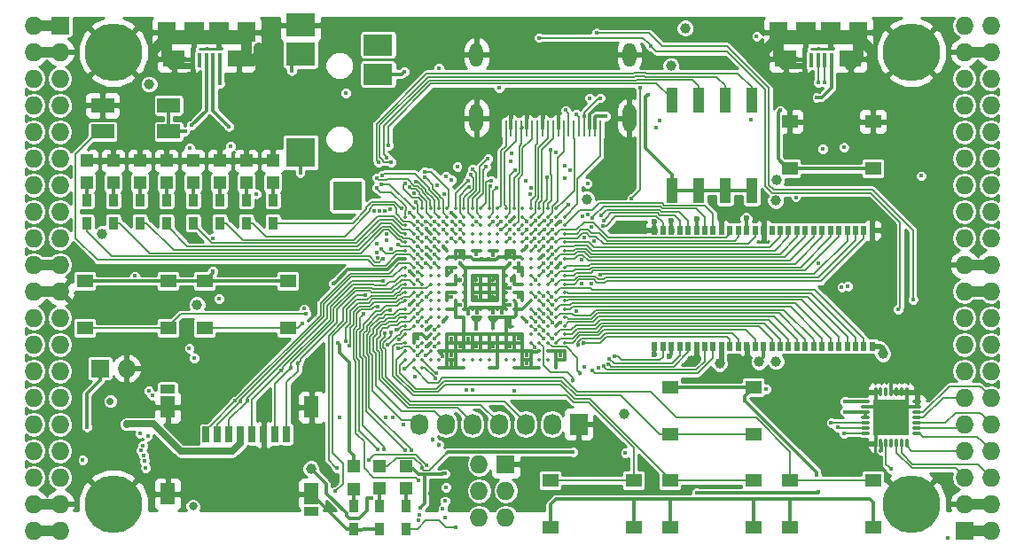
<source format=gtl>
G04 #@! TF.FileFunction,Copper,L1,Top,Signal*
%FSLAX46Y46*%
G04 Gerber Fmt 4.6, Leading zero omitted, Abs format (unit mm)*
G04 Created by KiCad (PCBNEW 4.0.7+dfsg1-1) date Sun Nov 12 01:46:28 2017*
%MOMM*%
%LPD*%
G01*
G04 APERTURE LIST*
%ADD10C,0.100000*%
%ADD11R,1.198880X1.198880*%
%ADD12R,0.560000X0.900000*%
%ADD13R,1.727200X1.727200*%
%ADD14O,1.727200X1.727200*%
%ADD15C,5.500000*%
%ADD16R,2.200000X1.400000*%
%ADD17R,0.900000X1.200000*%
%ADD18R,2.100000X1.600000*%
%ADD19R,1.900000X1.900000*%
%ADD20R,0.400000X1.350000*%
%ADD21R,1.800000X1.900000*%
%ADD22O,0.850000X0.300000*%
%ADD23O,0.300000X0.850000*%
%ADD24R,1.675000X1.675000*%
%ADD25R,1.727200X2.032000*%
%ADD26O,1.727200X2.032000*%
%ADD27R,2.800000X2.200000*%
%ADD28R,2.800000X2.800000*%
%ADD29R,2.800000X2.000000*%
%ADD30O,1.300000X2.700000*%
%ADD31O,1.300000X2.300000*%
%ADD32R,0.250000X1.600000*%
%ADD33R,1.550000X1.300000*%
%ADD34R,1.120000X2.440000*%
%ADD35C,0.350000*%
%ADD36R,0.700000X1.500000*%
%ADD37R,1.450000X0.900000*%
%ADD38R,1.450000X2.000000*%
%ADD39R,1.200000X1.200000*%
%ADD40C,0.600000*%
%ADD41C,0.400000*%
%ADD42C,1.000000*%
%ADD43C,0.454000*%
%ADD44C,0.800000*%
%ADD45C,0.700000*%
%ADD46C,0.300000*%
%ADD47C,1.000000*%
%ADD48C,0.500000*%
%ADD49C,0.600000*%
%ADD50C,0.190000*%
%ADD51C,0.200000*%
%ADD52C,0.700000*%
%ADD53C,0.127000*%
%ADD54C,0.254000*%
G04 APERTURE END LIST*
D10*
D11*
X118230000Y-77709020D03*
X118230000Y-75610980D03*
X115690000Y-77709020D03*
X115690000Y-75610980D03*
X113150000Y-77709020D03*
X113150000Y-75610980D03*
X110610000Y-77709020D03*
X110610000Y-75610980D03*
X108070000Y-77709020D03*
X108070000Y-75610980D03*
X105530000Y-77709020D03*
X105530000Y-75610980D03*
X102990000Y-77709020D03*
X102990000Y-75610980D03*
X100450000Y-77709020D03*
X100450000Y-75610980D03*
D12*
X175480000Y-82270000D03*
X154680000Y-93330000D03*
X155480000Y-93330000D03*
X156280000Y-93330000D03*
X157080000Y-93330000D03*
X157880000Y-93330000D03*
X158680000Y-93330000D03*
X159480000Y-93330000D03*
X160280000Y-93330000D03*
X161080000Y-93330000D03*
X161880000Y-93330000D03*
X162680000Y-93330000D03*
X163480000Y-93330000D03*
X164280000Y-93330000D03*
X165080000Y-93330000D03*
X165880000Y-93330000D03*
X166680000Y-93330000D03*
X167480000Y-93330000D03*
X168280000Y-93330000D03*
X169080000Y-93330000D03*
X169880000Y-93330000D03*
X170680000Y-93330000D03*
X171480000Y-93330000D03*
X172280000Y-93330000D03*
X173080000Y-93330000D03*
X173880000Y-93330000D03*
X174680000Y-93330000D03*
X175480000Y-93330000D03*
X174680000Y-82270000D03*
X173880000Y-82270000D03*
X173080000Y-82270000D03*
X172280000Y-82270000D03*
X171480000Y-82270000D03*
X170680000Y-82270000D03*
X169880000Y-82270000D03*
X169080000Y-82270000D03*
X168280000Y-82270000D03*
X167480000Y-82270000D03*
X166680000Y-82270000D03*
X165880000Y-82270000D03*
X165080000Y-82270000D03*
X164280000Y-82270000D03*
X163480000Y-82270000D03*
X162680000Y-82270000D03*
X161880000Y-82270000D03*
X161080000Y-82270000D03*
X160280000Y-82270000D03*
X159480000Y-82270000D03*
X158680000Y-82270000D03*
X157880000Y-82270000D03*
X157080000Y-82270000D03*
X156280000Y-82270000D03*
X155480000Y-82270000D03*
X154680000Y-82270000D03*
D13*
X97910000Y-62690000D03*
D14*
X95370000Y-62690000D03*
X97910000Y-65230000D03*
X95370000Y-65230000D03*
X97910000Y-67770000D03*
X95370000Y-67770000D03*
X97910000Y-70310000D03*
X95370000Y-70310000D03*
X97910000Y-72850000D03*
X95370000Y-72850000D03*
X97910000Y-75390000D03*
X95370000Y-75390000D03*
X97910000Y-77930000D03*
X95370000Y-77930000D03*
X97910000Y-80470000D03*
X95370000Y-80470000D03*
X97910000Y-83010000D03*
X95370000Y-83010000D03*
X97910000Y-85550000D03*
X95370000Y-85550000D03*
X97910000Y-88090000D03*
X95370000Y-88090000D03*
X97910000Y-90630000D03*
X95370000Y-90630000D03*
X97910000Y-93170000D03*
X95370000Y-93170000D03*
X97910000Y-95710000D03*
X95370000Y-95710000D03*
X97910000Y-98250000D03*
X95370000Y-98250000D03*
X97910000Y-100790000D03*
X95370000Y-100790000D03*
X97910000Y-103330000D03*
X95370000Y-103330000D03*
X97910000Y-105870000D03*
X95370000Y-105870000D03*
X97910000Y-108410000D03*
X95370000Y-108410000D03*
X97910000Y-110950000D03*
X95370000Y-110950000D03*
D13*
X184270000Y-110950000D03*
D14*
X186810000Y-110950000D03*
X184270000Y-108410000D03*
X186810000Y-108410000D03*
X184270000Y-105870000D03*
X186810000Y-105870000D03*
X184270000Y-103330000D03*
X186810000Y-103330000D03*
X184270000Y-100790000D03*
X186810000Y-100790000D03*
X184270000Y-98250000D03*
X186810000Y-98250000D03*
X184270000Y-95710000D03*
X186810000Y-95710000D03*
X184270000Y-93170000D03*
X186810000Y-93170000D03*
X184270000Y-90630000D03*
X186810000Y-90630000D03*
X184270000Y-88090000D03*
X186810000Y-88090000D03*
X184270000Y-85550000D03*
X186810000Y-85550000D03*
X184270000Y-83010000D03*
X186810000Y-83010000D03*
X184270000Y-80470000D03*
X186810000Y-80470000D03*
X184270000Y-77930000D03*
X186810000Y-77930000D03*
X184270000Y-75390000D03*
X186810000Y-75390000D03*
X184270000Y-72850000D03*
X186810000Y-72850000D03*
X184270000Y-70310000D03*
X186810000Y-70310000D03*
X184270000Y-67770000D03*
X186810000Y-67770000D03*
X184270000Y-65230000D03*
X186810000Y-65230000D03*
X184270000Y-62690000D03*
X186810000Y-62690000D03*
D15*
X102990000Y-108410000D03*
X179190000Y-108410000D03*
X179190000Y-65230000D03*
X102990000Y-65230000D03*
D16*
X108274000Y-70330000D03*
X101974000Y-70330000D03*
X101974000Y-72830000D03*
X108274000Y-72830000D03*
D13*
X101720000Y-95456000D03*
D14*
X104260000Y-95456000D03*
D11*
X128390000Y-104820980D03*
X128390000Y-106919020D03*
X130930000Y-104820980D03*
X130930000Y-106919020D03*
D17*
X128390000Y-108580000D03*
X128390000Y-110780000D03*
X130930000Y-110780000D03*
X130930000Y-108580000D03*
D18*
X114980000Y-65875000D03*
X108780000Y-65875000D03*
D19*
X113080000Y-63325000D03*
X110680000Y-63325000D03*
D20*
X113180000Y-66000000D03*
X112530000Y-66000000D03*
X111880000Y-66000000D03*
X111230000Y-66000000D03*
X110580000Y-66000000D03*
D21*
X115680000Y-63325000D03*
X108080000Y-63325000D03*
D18*
X173400000Y-65875000D03*
X167200000Y-65875000D03*
D19*
X171500000Y-63325000D03*
X169100000Y-63325000D03*
D20*
X171600000Y-66000000D03*
X170950000Y-66000000D03*
X170300000Y-66000000D03*
X169650000Y-66000000D03*
X169000000Y-66000000D03*
D21*
X174100000Y-63325000D03*
X166500000Y-63325000D03*
D13*
X140455000Y-104600000D03*
D14*
X137915000Y-104600000D03*
X140455000Y-107140000D03*
X137915000Y-107140000D03*
X140455000Y-109680000D03*
X137915000Y-109680000D03*
D17*
X118230000Y-81570000D03*
X118230000Y-79370000D03*
X115690000Y-81570000D03*
X115690000Y-79370000D03*
X113150000Y-81570000D03*
X113150000Y-79370000D03*
X110610000Y-81570000D03*
X110610000Y-79370000D03*
X108070000Y-81570000D03*
X108070000Y-79370000D03*
X105530000Y-81570000D03*
X105530000Y-79370000D03*
X102990000Y-81570000D03*
X102990000Y-79370000D03*
X100450000Y-81570000D03*
X100450000Y-79370000D03*
D22*
X179735000Y-101655000D03*
X179735000Y-101155000D03*
X179735000Y-100655000D03*
X179735000Y-100155000D03*
X179735000Y-99655000D03*
X179735000Y-99155000D03*
X179735000Y-98655000D03*
D23*
X178785000Y-97705000D03*
X178285000Y-97705000D03*
X177785000Y-97705000D03*
X177285000Y-97705000D03*
X176785000Y-97705000D03*
X176285000Y-97705000D03*
X175785000Y-97705000D03*
D22*
X174835000Y-98655000D03*
X174835000Y-99155000D03*
X174835000Y-99655000D03*
X174835000Y-100155000D03*
X174835000Y-100655000D03*
X174835000Y-101155000D03*
X174835000Y-101655000D03*
D23*
X175785000Y-102605000D03*
X176285000Y-102605000D03*
X176785000Y-102605000D03*
X177285000Y-102605000D03*
X177785000Y-102605000D03*
X178285000Y-102605000D03*
X178785000Y-102605000D03*
D24*
X176447500Y-99317500D03*
X176447500Y-100992500D03*
X178122500Y-99317500D03*
X178122500Y-100992500D03*
D25*
X147440000Y-100790000D03*
D26*
X144900000Y-100790000D03*
X142360000Y-100790000D03*
X139820000Y-100790000D03*
X137280000Y-100790000D03*
X134740000Y-100790000D03*
X132200000Y-100790000D03*
D27*
X120880000Y-62640000D03*
X120880000Y-65440000D03*
D28*
X120880000Y-74840000D03*
X125330000Y-78940000D03*
D29*
X128280000Y-67340000D03*
X128280000Y-64540000D03*
D30*
X152280000Y-71550000D03*
X137680000Y-71550000D03*
D31*
X137680000Y-65500000D03*
D32*
X140480000Y-72500000D03*
X140980000Y-72500000D03*
X141480000Y-72500000D03*
X141980000Y-72500000D03*
X142480000Y-72500000D03*
X142980000Y-72500000D03*
X143480000Y-72500000D03*
X143980000Y-72500000D03*
X144480000Y-72500000D03*
X144980000Y-72500000D03*
X145480000Y-72500000D03*
X145980000Y-72500000D03*
X146480000Y-72500000D03*
X146980000Y-72500000D03*
X147480000Y-72500000D03*
X147980000Y-72500000D03*
X148480000Y-72500000D03*
X148980000Y-72500000D03*
X149480000Y-72500000D03*
D31*
X152280000Y-65500000D03*
D33*
X175550000Y-71870000D03*
X175550000Y-76370000D03*
X167590000Y-76370000D03*
X167590000Y-71870000D03*
X100280000Y-91610000D03*
X100280000Y-87110000D03*
X108240000Y-87110000D03*
X108240000Y-91610000D03*
X111710000Y-91610000D03*
X111710000Y-87110000D03*
X119670000Y-87110000D03*
X119670000Y-91610000D03*
X156160000Y-101770000D03*
X156160000Y-97270000D03*
X164120000Y-97270000D03*
X164120000Y-101770000D03*
X164120000Y-106160000D03*
X164120000Y-110660000D03*
X156160000Y-110660000D03*
X156160000Y-106160000D03*
X152690000Y-106160000D03*
X152690000Y-110660000D03*
X144730000Y-110660000D03*
X144730000Y-106160000D03*
X175550000Y-106160000D03*
X175550000Y-110660000D03*
X167590000Y-110660000D03*
X167590000Y-106160000D03*
D34*
X163950000Y-69815000D03*
X156330000Y-78425000D03*
X161410000Y-69815000D03*
X158870000Y-78425000D03*
X158870000Y-69815000D03*
X161410000Y-78425000D03*
X156330000Y-69815000D03*
X163950000Y-78425000D03*
D35*
X131680000Y-80200000D03*
X132480000Y-80200000D03*
X133280000Y-80200000D03*
X134080000Y-80200000D03*
X134880000Y-80200000D03*
X135680000Y-80200000D03*
X136480000Y-80200000D03*
X137280000Y-80200000D03*
X138080000Y-80200000D03*
X138880000Y-80200000D03*
X139680000Y-80200000D03*
X140480000Y-80200000D03*
X141280000Y-80200000D03*
X142080000Y-80200000D03*
X142880000Y-80200000D03*
X143680000Y-80200000D03*
X144480000Y-80200000D03*
X145280000Y-80200000D03*
X130880000Y-81000000D03*
X131680000Y-81000000D03*
X132480000Y-81000000D03*
X133280000Y-81000000D03*
X134080000Y-81000000D03*
X134880000Y-81000000D03*
X135680000Y-81000000D03*
X136480000Y-81000000D03*
X137280000Y-81000000D03*
X138080000Y-81000000D03*
X138880000Y-81000000D03*
X139680000Y-81000000D03*
X140480000Y-81000000D03*
X141280000Y-81000000D03*
X142080000Y-81000000D03*
X142880000Y-81000000D03*
X143680000Y-81000000D03*
X144480000Y-81000000D03*
X145280000Y-81000000D03*
X146080000Y-81000000D03*
X130880000Y-81800000D03*
X131680000Y-81800000D03*
X132480000Y-81800000D03*
X133280000Y-81800000D03*
X134080000Y-81800000D03*
X134880000Y-81800000D03*
X135680000Y-81800000D03*
X136480000Y-81800000D03*
X137280000Y-81800000D03*
X138080000Y-81800000D03*
X138880000Y-81800000D03*
X139680000Y-81800000D03*
X140480000Y-81800000D03*
X141280000Y-81800000D03*
X142080000Y-81800000D03*
X142880000Y-81800000D03*
X143680000Y-81800000D03*
X144480000Y-81800000D03*
X145280000Y-81800000D03*
X146080000Y-81800000D03*
X130880000Y-82600000D03*
X131680000Y-82600000D03*
X132480000Y-82600000D03*
X133280000Y-82600000D03*
X134080000Y-82600000D03*
X134880000Y-82600000D03*
X135680000Y-82600000D03*
X136480000Y-82600000D03*
X137280000Y-82600000D03*
X138080000Y-82600000D03*
X138880000Y-82600000D03*
X139680000Y-82600000D03*
X140480000Y-82600000D03*
X141280000Y-82600000D03*
X142080000Y-82600000D03*
X142880000Y-82600000D03*
X143680000Y-82600000D03*
X144480000Y-82600000D03*
X145280000Y-82600000D03*
X146080000Y-82600000D03*
X130880000Y-83400000D03*
X131680000Y-83400000D03*
X132480000Y-83400000D03*
X133280000Y-83400000D03*
X134080000Y-83400000D03*
X134880000Y-83400000D03*
X135680000Y-83400000D03*
X136480000Y-83400000D03*
X137280000Y-83400000D03*
X138080000Y-83400000D03*
X138880000Y-83400000D03*
X139680000Y-83400000D03*
X140480000Y-83400000D03*
X141280000Y-83400000D03*
X142080000Y-83400000D03*
X142880000Y-83400000D03*
X143680000Y-83400000D03*
X144480000Y-83400000D03*
X145280000Y-83400000D03*
X146080000Y-83400000D03*
X130880000Y-84200000D03*
X131680000Y-84200000D03*
X132480000Y-84200000D03*
X133280000Y-84200000D03*
X134080000Y-84200000D03*
X134880000Y-84200000D03*
X135680000Y-84200000D03*
X136480000Y-84200000D03*
X137280000Y-84200000D03*
X138080000Y-84200000D03*
X138880000Y-84200000D03*
X139680000Y-84200000D03*
X140480000Y-84200000D03*
X141280000Y-84200000D03*
X142080000Y-84200000D03*
X142880000Y-84200000D03*
X143680000Y-84200000D03*
X144480000Y-84200000D03*
X145280000Y-84200000D03*
X146080000Y-84200000D03*
X130880000Y-85000000D03*
X131680000Y-85000000D03*
X132480000Y-85000000D03*
X133280000Y-85000000D03*
X134080000Y-85000000D03*
X134880000Y-85000000D03*
X135680000Y-85000000D03*
X136480000Y-85000000D03*
X137280000Y-85000000D03*
X138080000Y-85000000D03*
X138880000Y-85000000D03*
X139680000Y-85000000D03*
X140480000Y-85000000D03*
X141280000Y-85000000D03*
X142080000Y-85000000D03*
X142880000Y-85000000D03*
X143680000Y-85000000D03*
X144480000Y-85000000D03*
X145280000Y-85000000D03*
X146080000Y-85000000D03*
X130880000Y-85800000D03*
X131680000Y-85800000D03*
X132480000Y-85800000D03*
X133280000Y-85800000D03*
X134080000Y-85800000D03*
X134880000Y-85800000D03*
X135680000Y-85800000D03*
X136480000Y-85800000D03*
X137280000Y-85800000D03*
X138080000Y-85800000D03*
X138880000Y-85800000D03*
X139680000Y-85800000D03*
X140480000Y-85800000D03*
X141280000Y-85800000D03*
X142080000Y-85800000D03*
X142880000Y-85800000D03*
X143680000Y-85800000D03*
X144480000Y-85800000D03*
X145280000Y-85800000D03*
X146080000Y-85800000D03*
X130880000Y-86600000D03*
X131680000Y-86600000D03*
X132480000Y-86600000D03*
X133280000Y-86600000D03*
X134080000Y-86600000D03*
X134880000Y-86600000D03*
X135680000Y-86600000D03*
X136480000Y-86600000D03*
X137280000Y-86600000D03*
X138080000Y-86600000D03*
X138880000Y-86600000D03*
X139680000Y-86600000D03*
X140480000Y-86600000D03*
X141280000Y-86600000D03*
X142080000Y-86600000D03*
X142880000Y-86600000D03*
X143680000Y-86600000D03*
X144480000Y-86600000D03*
X145280000Y-86600000D03*
X146080000Y-86600000D03*
X130880000Y-87400000D03*
X131680000Y-87400000D03*
X132480000Y-87400000D03*
X133280000Y-87400000D03*
X134080000Y-87400000D03*
X134880000Y-87400000D03*
X135680000Y-87400000D03*
X136480000Y-87400000D03*
X137280000Y-87400000D03*
X138080000Y-87400000D03*
X138880000Y-87400000D03*
X139680000Y-87400000D03*
X140480000Y-87400000D03*
X141280000Y-87400000D03*
X142080000Y-87400000D03*
X142880000Y-87400000D03*
X143680000Y-87400000D03*
X144480000Y-87400000D03*
X145280000Y-87400000D03*
X146080000Y-87400000D03*
X130880000Y-88200000D03*
X131680000Y-88200000D03*
X132480000Y-88200000D03*
X133280000Y-88200000D03*
X134080000Y-88200000D03*
X134880000Y-88200000D03*
X135680000Y-88200000D03*
X136480000Y-88200000D03*
X137280000Y-88200000D03*
X138080000Y-88200000D03*
X138880000Y-88200000D03*
X139680000Y-88200000D03*
X140480000Y-88200000D03*
X141280000Y-88200000D03*
X142080000Y-88200000D03*
X142880000Y-88200000D03*
X143680000Y-88200000D03*
X144480000Y-88200000D03*
X145280000Y-88200000D03*
X146080000Y-88200000D03*
X130880000Y-89000000D03*
X131680000Y-89000000D03*
X132480000Y-89000000D03*
X133280000Y-89000000D03*
X134080000Y-89000000D03*
X134880000Y-89000000D03*
X135680000Y-89000000D03*
X136480000Y-89000000D03*
X137280000Y-89000000D03*
X138080000Y-89000000D03*
X138880000Y-89000000D03*
X139680000Y-89000000D03*
X140480000Y-89000000D03*
X141280000Y-89000000D03*
X142080000Y-89000000D03*
X142880000Y-89000000D03*
X143680000Y-89000000D03*
X144480000Y-89000000D03*
X145280000Y-89000000D03*
X146080000Y-89000000D03*
X130880000Y-89800000D03*
X131680000Y-89800000D03*
X132480000Y-89800000D03*
X133280000Y-89800000D03*
X134080000Y-89800000D03*
X134880000Y-89800000D03*
X135680000Y-89800000D03*
X136480000Y-89800000D03*
X137280000Y-89800000D03*
X138080000Y-89800000D03*
X138880000Y-89800000D03*
X139680000Y-89800000D03*
X140480000Y-89800000D03*
X141280000Y-89800000D03*
X142080000Y-89800000D03*
X142880000Y-89800000D03*
X143680000Y-89800000D03*
X144480000Y-89800000D03*
X145280000Y-89800000D03*
X146080000Y-89800000D03*
X130880000Y-90600000D03*
X131680000Y-90600000D03*
X132480000Y-90600000D03*
X133280000Y-90600000D03*
X134080000Y-90600000D03*
X134880000Y-90600000D03*
X135680000Y-90600000D03*
X136480000Y-90600000D03*
X137280000Y-90600000D03*
X138080000Y-90600000D03*
X138880000Y-90600000D03*
X139680000Y-90600000D03*
X140480000Y-90600000D03*
X141280000Y-90600000D03*
X142080000Y-90600000D03*
X142880000Y-90600000D03*
X143680000Y-90600000D03*
X144480000Y-90600000D03*
X145280000Y-90600000D03*
X146080000Y-90600000D03*
X130880000Y-91400000D03*
X131680000Y-91400000D03*
X132480000Y-91400000D03*
X133280000Y-91400000D03*
X134080000Y-91400000D03*
X142880000Y-91400000D03*
X143680000Y-91400000D03*
X144480000Y-91400000D03*
X145280000Y-91400000D03*
X146080000Y-91400000D03*
X130880000Y-92200000D03*
X131680000Y-92200000D03*
X132480000Y-92200000D03*
X133280000Y-92200000D03*
X134080000Y-92200000D03*
X134880000Y-92200000D03*
X135680000Y-92200000D03*
X136480000Y-92200000D03*
X137280000Y-92200000D03*
X138080000Y-92200000D03*
X138880000Y-92200000D03*
X139680000Y-92200000D03*
X140480000Y-92200000D03*
X141280000Y-92200000D03*
X142080000Y-92200000D03*
X142880000Y-92200000D03*
X143680000Y-92200000D03*
X144480000Y-92200000D03*
X145280000Y-92200000D03*
X146080000Y-92200000D03*
X130880000Y-93000000D03*
X131680000Y-93000000D03*
X132480000Y-93000000D03*
X133280000Y-93000000D03*
X134080000Y-93000000D03*
X134880000Y-93000000D03*
X135680000Y-93000000D03*
X136480000Y-93000000D03*
X137280000Y-93000000D03*
X138080000Y-93000000D03*
X138880000Y-93000000D03*
X139680000Y-93000000D03*
X140480000Y-93000000D03*
X141280000Y-93000000D03*
X142080000Y-93000000D03*
X142880000Y-93000000D03*
X143680000Y-93000000D03*
X144480000Y-93000000D03*
X145280000Y-93000000D03*
X146080000Y-93000000D03*
X130880000Y-93800000D03*
X131680000Y-93800000D03*
X132480000Y-93800000D03*
X133280000Y-93800000D03*
X134080000Y-93800000D03*
X134880000Y-93800000D03*
X135680000Y-93800000D03*
X136480000Y-93800000D03*
X137280000Y-93800000D03*
X138080000Y-93800000D03*
X138880000Y-93800000D03*
X139680000Y-93800000D03*
X140480000Y-93800000D03*
X141280000Y-93800000D03*
X142080000Y-93800000D03*
X142880000Y-93800000D03*
X143680000Y-93800000D03*
X144480000Y-93800000D03*
X145280000Y-93800000D03*
X146080000Y-93800000D03*
X130880000Y-94600000D03*
X131680000Y-94600000D03*
X132480000Y-94600000D03*
X133280000Y-94600000D03*
X134080000Y-94600000D03*
X134880000Y-94600000D03*
X135680000Y-94600000D03*
X136480000Y-94600000D03*
X137280000Y-94600000D03*
X138080000Y-94600000D03*
X138880000Y-94600000D03*
X139680000Y-94600000D03*
X140480000Y-94600000D03*
X141280000Y-94600000D03*
X142080000Y-94600000D03*
X142880000Y-94600000D03*
X143680000Y-94600000D03*
X144480000Y-94600000D03*
X145280000Y-94600000D03*
X146080000Y-94600000D03*
X131680000Y-95400000D03*
X132480000Y-95400000D03*
X134080000Y-95400000D03*
X134880000Y-95400000D03*
X135680000Y-95400000D03*
X136480000Y-95400000D03*
X138880000Y-95400000D03*
X139680000Y-95400000D03*
X141280000Y-95400000D03*
X142080000Y-95400000D03*
X142880000Y-95400000D03*
X143680000Y-95400000D03*
X145280000Y-95400000D03*
D36*
X111855000Y-101765000D03*
X112955000Y-101765000D03*
X114055000Y-101765000D03*
X115155000Y-101765000D03*
X116255000Y-101765000D03*
X117355000Y-101765000D03*
X118455000Y-101765000D03*
X119555000Y-101765000D03*
D37*
X108180000Y-97465000D03*
X121930000Y-109115000D03*
D38*
X121930000Y-99165000D03*
X108180000Y-99165000D03*
X108180000Y-107465000D03*
X121930000Y-107465000D03*
D39*
X125977000Y-104770000D03*
X125977000Y-106970000D03*
D17*
X125977000Y-108580000D03*
X125977000Y-110780000D03*
D40*
X123437000Y-108972000D03*
D41*
X132871770Y-84533979D03*
X132862998Y-82124544D03*
X131278306Y-86213101D03*
X135281276Y-80583119D03*
X131279502Y-89407325D03*
X170309539Y-85441529D03*
X145698456Y-91073766D03*
D40*
X156262773Y-81349374D03*
X154657528Y-81463649D03*
D42*
X158233687Y-94760979D03*
D41*
X145672808Y-85396062D03*
X144103186Y-84622010D03*
X133216000Y-107465000D03*
X137680000Y-88600000D03*
X142480000Y-95000000D03*
X141680000Y-92600000D03*
X140836000Y-84534000D03*
X135284627Y-94985297D03*
X135288625Y-94225619D03*
X134455822Y-94267172D03*
X136095958Y-93369652D03*
D43*
X139264636Y-91615205D03*
D42*
X116880503Y-64802940D03*
X106974809Y-64953974D03*
X175210328Y-64948943D03*
X165417246Y-64954666D03*
D41*
X175495631Y-71457432D03*
X145680000Y-94177990D03*
X177285000Y-95710000D03*
D42*
X177229911Y-82281349D03*
D40*
X164741832Y-81130572D03*
X161067993Y-81216119D03*
D42*
X162992748Y-94820185D03*
D41*
X140880000Y-81400000D03*
X136085174Y-89394826D03*
X145680000Y-81400000D03*
X140874194Y-91433353D03*
X142480000Y-94200000D03*
X140880000Y-93400000D03*
X139280000Y-93400000D03*
X137680000Y-93400000D03*
X136880000Y-92600000D03*
X135280000Y-92600000D03*
X132880000Y-91800000D03*
X132880000Y-93400000D03*
D43*
X141042859Y-86994997D03*
X139280000Y-87000000D03*
X136110990Y-86995403D03*
X137680000Y-87000000D03*
X136080000Y-84600000D03*
X139280000Y-88600000D03*
D42*
X166343357Y-77477990D03*
D41*
X172564535Y-87722010D03*
D42*
X121861867Y-105030174D03*
D41*
X150030853Y-71331848D03*
X127656639Y-107816792D03*
D42*
X156235582Y-66548363D03*
X166248957Y-79408030D03*
X101932065Y-82585048D03*
X106417803Y-68312483D03*
X166280000Y-94800000D03*
X157600000Y-62944000D03*
D41*
X109828000Y-72830000D03*
D40*
X154683145Y-94115840D03*
D41*
X180137420Y-77069467D03*
X148271935Y-77777990D03*
D44*
X110593913Y-108636458D03*
D42*
X160884708Y-94994498D03*
D40*
X156077107Y-94326957D03*
D41*
X173137949Y-87594275D03*
D42*
X148202454Y-79278787D03*
D45*
X102710050Y-98594954D03*
D41*
X154794000Y-72426000D03*
X129005202Y-100174798D03*
X137659051Y-91638034D03*
X139820000Y-68665673D03*
X172834633Y-99599920D03*
X172879922Y-98618650D03*
X176305593Y-103279812D03*
X165349214Y-97422919D03*
X164433885Y-63737451D03*
X134079160Y-66786153D03*
X116654336Y-78777990D03*
D42*
X176474303Y-94069095D03*
D40*
X163422030Y-81120665D03*
X158680000Y-81210838D03*
D41*
X112515000Y-83010000D03*
X100080000Y-104200000D03*
X113080000Y-88800000D03*
D42*
X164653770Y-94825547D03*
D41*
X135273306Y-88618602D03*
X139272517Y-84611349D03*
X137680556Y-84534085D03*
X141680000Y-86200000D03*
X135280000Y-86200000D03*
X132880000Y-92600000D03*
X132080000Y-92600000D03*
X141680000Y-88600000D03*
X141680000Y-85400000D03*
X137689001Y-90122990D03*
D42*
X151758000Y-99774000D03*
D41*
X136885174Y-90194826D03*
X140094890Y-90122990D03*
X139280000Y-90122990D03*
X140880000Y-89400000D03*
X140880000Y-87800000D03*
X140880000Y-85400000D03*
D43*
X136080000Y-85400000D03*
D41*
X121401947Y-90251871D03*
X129988160Y-91721995D03*
X130302262Y-92700329D03*
X121041200Y-91125073D03*
D42*
X110991000Y-89360000D03*
D41*
X142480000Y-91000000D03*
X142480000Y-83800000D03*
X134480000Y-83800000D03*
X134480000Y-91000000D03*
X125193541Y-69156848D03*
X105037711Y-86632990D03*
X155149360Y-71764535D03*
X170182962Y-69571012D03*
X170362901Y-107286196D03*
X158716651Y-107325176D03*
X137295592Y-97538017D03*
X134750646Y-106810513D03*
X133680000Y-91800000D03*
D43*
X134074414Y-102752225D03*
D41*
X136740903Y-97514503D03*
X134675868Y-108131585D03*
D43*
X133449289Y-102232615D03*
D41*
X133680000Y-92600000D03*
X127385678Y-104203668D03*
X133685482Y-93402296D03*
X132936956Y-104698915D03*
X134463998Y-108841973D03*
X130692380Y-100790000D03*
X131808905Y-96227367D03*
X134636872Y-109719950D03*
X132846234Y-94197073D03*
X120834553Y-76779094D03*
X130761990Y-67119621D03*
X147186000Y-71200000D03*
X148477832Y-69619684D03*
X147983153Y-71347080D03*
X149475951Y-69619684D03*
X153297112Y-68608292D03*
X177926984Y-89812061D03*
X154329326Y-64643767D03*
X152497066Y-79193467D03*
X146481406Y-79819384D03*
X143650666Y-63862520D03*
X179351513Y-88868327D03*
X149134122Y-63424051D03*
X140035989Y-81400000D03*
X115759823Y-98502036D03*
X132083026Y-86260405D03*
X128776655Y-87135140D03*
X119008515Y-95662939D03*
D43*
X119978162Y-95412951D03*
X120634035Y-94977604D03*
D41*
X113212238Y-68244401D03*
X146180000Y-70800000D03*
X131453853Y-103260518D03*
X149771692Y-81825658D03*
X144080000Y-86200000D03*
X149520824Y-86534121D03*
X144894316Y-86977564D03*
X144873936Y-83860397D03*
X149549750Y-80868432D03*
D43*
X147355672Y-93219294D03*
D41*
X144113248Y-92588762D03*
X144875155Y-86218896D03*
X149846468Y-81303978D03*
X144916886Y-83016385D03*
X148719886Y-81056015D03*
D43*
X147915304Y-93063131D03*
D41*
X144882352Y-92577990D03*
X148747982Y-95669626D03*
X144891634Y-91073766D03*
X149795895Y-95251084D03*
X144867244Y-90229755D03*
X150278898Y-95040253D03*
X144892596Y-89385743D03*
X150345974Y-94517527D03*
X144877648Y-88622010D03*
X150889207Y-94332565D03*
X143280000Y-87000000D03*
X130807074Y-95454141D03*
X130171404Y-93544341D03*
X132080000Y-93400000D03*
X129196652Y-93209125D03*
X133852393Y-95875797D03*
X141280000Y-97600000D03*
X133762848Y-96395146D03*
X132080000Y-94200000D03*
X128610772Y-84072485D03*
X105895603Y-103765816D03*
X132075624Y-89410644D03*
X129449238Y-89926948D03*
X130839486Y-103260518D03*
X128806823Y-103185900D03*
X128251440Y-89564206D03*
X132162861Y-106185868D03*
X132880000Y-88600000D03*
X124329568Y-104994951D03*
X127040053Y-88481065D03*
X132080000Y-87000000D03*
X125499542Y-93250681D03*
X124202418Y-107207639D03*
X110313517Y-74380698D03*
X132146108Y-109940263D03*
X114166000Y-74247000D03*
X132189000Y-109415000D03*
X135315381Y-81391918D03*
X135280062Y-77463305D03*
X134471370Y-81406751D03*
X134758050Y-77130140D03*
X132761172Y-77202673D03*
X132737245Y-76676207D03*
X128644933Y-77050030D03*
X128152012Y-77241956D03*
X128125571Y-78233647D03*
X110718734Y-94451783D03*
X128590544Y-77894041D03*
X110249038Y-93533767D03*
X106368514Y-97613395D03*
X131253134Y-78134216D03*
X132783339Y-81400004D03*
X106741168Y-98035405D03*
X131709326Y-78745875D03*
X132079024Y-82984045D03*
X129109095Y-82655074D03*
X105572759Y-101661319D03*
X132880889Y-83897835D03*
X129054383Y-83179239D03*
X106281049Y-101893466D03*
X132083682Y-83828056D03*
X129485142Y-84082415D03*
X105813763Y-102819336D03*
X132062099Y-84533979D03*
X128165458Y-83528763D03*
X105627254Y-103312241D03*
X128183315Y-84380742D03*
X105992720Y-104283802D03*
X133671942Y-84595200D03*
X132834641Y-85377990D03*
X128203260Y-84907376D03*
X106088753Y-104974041D03*
D43*
X146862501Y-96617499D03*
X147534467Y-95913260D03*
D41*
X147927932Y-95329243D03*
X143280000Y-91000000D03*
X149284391Y-95377990D03*
X144077013Y-90266968D03*
X147207648Y-89973043D03*
X144076240Y-89395301D03*
X143281824Y-90201951D03*
X144102010Y-85397219D03*
X147687522Y-85093328D03*
X144868096Y-85371354D03*
X148610669Y-81900026D03*
X144102010Y-83000000D03*
X144888125Y-82172374D03*
X147695541Y-87377990D03*
X144082832Y-88584510D03*
X148688598Y-87378077D03*
X143278026Y-88595030D03*
X144125486Y-82186468D03*
X148298275Y-80739810D03*
X144876540Y-81328363D03*
X147802234Y-80917812D03*
X139280000Y-81400000D03*
X139578623Y-78205862D03*
X139034115Y-78040948D03*
X139046749Y-77514088D03*
X138580000Y-76200000D03*
X138779198Y-75400762D03*
X137680000Y-81400000D03*
X137308732Y-76415018D03*
X137106948Y-76979922D03*
X136859538Y-77550820D03*
X136922059Y-78097889D03*
X136096392Y-81395070D03*
X135830698Y-76200613D03*
X148878722Y-83261032D03*
X144915665Y-84598743D03*
X148001372Y-82958777D03*
X144103186Y-83777990D03*
X142841210Y-78784254D03*
X142473549Y-82998913D03*
X142864275Y-78217369D03*
X142437464Y-82181475D03*
X146089079Y-77300571D03*
X144144931Y-81387081D03*
X144394875Y-77219934D03*
X146577729Y-76500816D03*
X143281475Y-82206074D03*
X146130802Y-76060132D03*
X143300920Y-81377293D03*
X145255695Y-74817220D03*
X141662690Y-82207782D03*
X142456909Y-81405800D03*
X140030954Y-82200000D03*
X141342967Y-76554996D03*
X141046643Y-74873804D03*
X140864029Y-83041403D03*
X140874966Y-82177164D03*
X140980062Y-75681941D03*
X115149319Y-98625494D03*
X132872609Y-82968555D03*
X132080007Y-82103333D03*
X132080000Y-81400000D03*
X131847310Y-79589886D03*
X130856828Y-77786820D03*
X131923295Y-77584853D03*
X133648389Y-82190597D03*
X133627359Y-81414685D03*
X129477855Y-92000822D03*
X132880000Y-91000000D03*
X128879646Y-92111037D03*
X132077648Y-90977990D03*
X131275302Y-80595752D03*
X130489904Y-80167235D03*
X132072985Y-85377990D03*
X128723655Y-84990627D03*
X134476508Y-82180155D03*
X133942383Y-77980766D03*
X163908850Y-71651861D03*
X135656559Y-110610712D03*
X132448438Y-104994496D03*
X146844288Y-103452739D03*
X134707351Y-105508447D03*
X132280000Y-108800000D03*
D45*
X104260000Y-100790000D03*
D41*
X114604320Y-98573680D03*
X112515000Y-86185000D03*
X169506589Y-107953726D03*
X163277422Y-98501717D03*
X170157734Y-105666345D03*
X170735900Y-74464979D03*
X143257990Y-83000000D03*
X168166438Y-79108038D03*
X151896383Y-103510715D03*
X114039000Y-72342000D03*
X110483000Y-72215000D03*
X143269694Y-93414905D03*
X177274002Y-105079115D03*
X172761273Y-101651681D03*
X143280000Y-91800000D03*
X172193360Y-101105663D03*
X144064831Y-91877646D03*
X171540304Y-100645743D03*
X144080000Y-91000000D03*
X154052298Y-69302298D03*
X128349062Y-75753924D03*
X134613000Y-78819000D03*
X135280000Y-83022010D03*
X135320520Y-82196441D03*
X129493343Y-75737814D03*
X136080000Y-82200000D03*
X129125079Y-75315804D03*
X136080000Y-83000000D03*
X129252218Y-74142461D03*
X142377451Y-77497451D03*
X172746637Y-74347988D03*
X143280000Y-83800000D03*
X170300000Y-68151000D03*
X170950000Y-68125562D03*
X125167387Y-92841517D03*
X121206217Y-89762554D03*
X132082956Y-90210779D03*
X182675150Y-111637626D03*
X124027706Y-87347706D03*
X124027707Y-87347707D03*
X166678914Y-70803555D03*
X129660000Y-100155000D03*
X124580000Y-100155000D03*
X132084049Y-88558274D03*
X126880008Y-90276109D03*
X128280000Y-103200000D03*
X100450000Y-101044000D03*
X120008000Y-67008000D03*
X127889625Y-80407426D03*
X133680000Y-85400000D03*
X130204628Y-83599483D03*
X128416582Y-80399850D03*
X133680000Y-83800000D03*
X128943593Y-80399729D03*
X133680000Y-83000000D03*
X129457990Y-80285112D03*
X144780000Y-74590382D03*
X124453000Y-93043000D03*
D46*
X123437000Y-108972000D02*
X125245000Y-110780000D01*
X121930000Y-107465000D02*
X123437000Y-108972000D01*
X125977000Y-110907000D02*
X126727000Y-110907000D01*
X126727000Y-110907000D02*
X126854000Y-110780000D01*
X126854000Y-110780000D02*
X127640000Y-110780000D01*
X125245000Y-110780000D02*
X125850000Y-110780000D01*
X125850000Y-110780000D02*
X125977000Y-110907000D01*
X127640000Y-110780000D02*
X128390000Y-110780000D01*
D47*
X184270000Y-65230000D02*
X186810000Y-65230000D01*
X184270000Y-85550000D02*
X186810000Y-85550000D01*
X184270000Y-108410000D02*
X186810000Y-108410000D01*
X95370000Y-108410000D02*
X97910000Y-108410000D01*
D48*
X97910000Y-88090000D02*
X98956608Y-87043392D01*
D46*
X98956608Y-87043392D02*
X98974574Y-87043392D01*
D48*
X97910000Y-88090000D02*
X99013590Y-89193590D01*
D46*
X99013590Y-89193590D02*
X99060056Y-89193590D01*
D47*
X95370000Y-88090000D02*
X97910000Y-88090000D01*
X95370000Y-65230000D02*
X97910000Y-65230000D01*
D46*
X139264636Y-90984636D02*
X139295364Y-90984636D01*
X139295364Y-90984636D02*
X139680000Y-90600000D01*
X132871770Y-84591770D02*
X132871770Y-84533979D01*
X133280000Y-85000000D02*
X132871770Y-84591770D01*
X133280000Y-82600000D02*
X132862998Y-82182998D01*
X132862998Y-82182998D02*
X132862998Y-82124544D01*
X131293101Y-86213101D02*
X131278306Y-86213101D01*
X131680000Y-86600000D02*
X131293101Y-86213101D01*
X140480000Y-90600000D02*
X140480000Y-92200000D01*
X135281276Y-80601276D02*
X135281276Y-80583119D01*
X135680000Y-81000000D02*
X135281276Y-80601276D01*
X131279502Y-89400498D02*
X131279502Y-89407325D01*
X131680000Y-89000000D02*
X131279502Y-89400498D01*
X145280000Y-91400000D02*
X145606234Y-91073766D01*
X145606234Y-91073766D02*
X145698456Y-91073766D01*
X156280000Y-82270000D02*
X156280000Y-81366601D01*
X156280000Y-81366601D02*
X156262773Y-81349374D01*
X154680000Y-81486121D02*
X154657528Y-81463649D01*
X154680000Y-82270000D02*
X154680000Y-81486121D01*
X158680000Y-93330000D02*
X158680000Y-94314666D01*
X158680000Y-94314666D02*
X158233687Y-94760979D01*
X145672808Y-85407192D02*
X145672808Y-85396062D01*
X145280000Y-85800000D02*
X145672808Y-85407192D01*
X143680000Y-85000000D02*
X144057990Y-84622010D01*
X144057990Y-84622010D02*
X144103186Y-84622010D01*
X148480000Y-71200000D02*
X149230000Y-70450000D01*
X148480000Y-72500000D02*
X148480000Y-71200000D01*
X145480000Y-72500000D02*
X145480000Y-71200000D01*
X143980000Y-72500000D02*
X143980000Y-71200000D01*
X142480000Y-72500000D02*
X142480000Y-71450000D01*
X142480000Y-71200000D02*
X142480000Y-71450000D01*
X140980000Y-72500000D02*
X140980000Y-71200000D01*
X137280000Y-89000000D02*
X137680000Y-88600000D01*
X142480000Y-94600000D02*
X142880000Y-94600000D01*
X142080000Y-94600000D02*
X142480000Y-94600000D01*
X142480000Y-94600000D02*
X142480000Y-95000000D01*
X141680000Y-92200000D02*
X142080000Y-92200000D01*
X141280000Y-92200000D02*
X141680000Y-92200000D01*
X141680000Y-92200000D02*
X141680000Y-92600000D01*
X141280000Y-84200000D02*
X141170000Y-84200000D01*
X141170000Y-84200000D02*
X140836000Y-84534000D01*
X135284627Y-95395373D02*
X135284627Y-95268139D01*
X135280000Y-95400000D02*
X135284627Y-95395373D01*
X135284627Y-95268139D02*
X135284627Y-94985297D01*
X135288625Y-93942777D02*
X135288625Y-94225619D01*
X135288625Y-93808625D02*
X135288625Y-93942777D01*
X135280000Y-93800000D02*
X135288625Y-93808625D01*
X134455822Y-94175822D02*
X134455822Y-94267172D01*
X134080000Y-93800000D02*
X134455822Y-94175822D01*
X145280000Y-94600000D02*
X145280000Y-95400000D01*
X143498655Y-93891906D02*
X143590561Y-93800000D01*
X143040733Y-93891906D02*
X143498655Y-93891906D01*
X142880000Y-93800000D02*
X142948827Y-93800000D01*
X142948827Y-93800000D02*
X143040733Y-93891906D01*
X143590561Y-93800000D02*
X143680000Y-93800000D01*
X145280000Y-93800000D02*
X144480000Y-93800000D01*
X146080000Y-94600000D02*
X146080000Y-93800000D01*
X145280000Y-94600000D02*
X146080000Y-94600000D01*
X142080000Y-95400000D02*
X142080000Y-94600000D01*
X142880000Y-95400000D02*
X142880000Y-94600000D01*
X142880000Y-95400000D02*
X143680000Y-95400000D01*
X142080000Y-95400000D02*
X142880000Y-95400000D01*
X141280000Y-95400000D02*
X142080000Y-95400000D01*
X142080000Y-93000000D02*
X142080000Y-93800000D01*
X138880000Y-92200000D02*
X138880000Y-93000000D01*
X139680000Y-92200000D02*
X139680000Y-93000000D01*
X140480000Y-93000000D02*
X140480000Y-92200000D01*
X141280000Y-93000000D02*
X141280000Y-92200000D01*
X142080000Y-93000000D02*
X141280000Y-93000000D01*
X142080000Y-92200000D02*
X142080000Y-93000000D01*
X140480000Y-92200000D02*
X141280000Y-92200000D01*
X139680000Y-92200000D02*
X140480000Y-92200000D01*
X138880000Y-92200000D02*
X139680000Y-92200000D01*
X138080000Y-92200000D02*
X138880000Y-92200000D01*
X136095958Y-93086810D02*
X136095958Y-93369652D01*
X136080000Y-93000000D02*
X136095958Y-93015958D01*
X136095958Y-93015958D02*
X136095958Y-93086810D01*
X139264636Y-91294179D02*
X139264636Y-91615205D01*
X139264636Y-90984636D02*
X139264636Y-91294179D01*
X138880000Y-90600000D02*
X139264636Y-90984636D01*
D47*
X116880503Y-65510046D02*
X116880503Y-64802940D01*
X116265561Y-66124988D02*
X116880503Y-65510046D01*
X115680000Y-65910000D02*
X115894988Y-66124988D01*
X115680000Y-63960000D02*
X115680000Y-65910000D01*
X115894988Y-66124988D02*
X116265561Y-66124988D01*
X107474808Y-64453975D02*
X106974809Y-64953974D01*
X107968783Y-63960000D02*
X107474808Y-64453975D01*
X108080000Y-63960000D02*
X107968783Y-63960000D01*
X174710329Y-64448944D02*
X175210328Y-64948943D01*
X174100000Y-63960000D02*
X174221385Y-63960000D01*
X174221385Y-63960000D02*
X174710329Y-64448944D01*
X165917245Y-64454667D02*
X165417246Y-64954666D01*
X166411912Y-63960000D02*
X165917245Y-64454667D01*
X166500000Y-63960000D02*
X166411912Y-63960000D01*
D46*
X175495631Y-71740274D02*
X175495631Y-71457432D01*
X175495631Y-72230631D02*
X175495631Y-71740274D01*
X175535000Y-72270000D02*
X175495631Y-72230631D01*
D49*
X108780000Y-66510000D02*
X110455000Y-66510000D01*
D46*
X110455000Y-66510000D02*
X110580000Y-66635000D01*
D47*
X108080000Y-63960000D02*
X108080000Y-65810000D01*
X108080000Y-65810000D02*
X108780000Y-66510000D01*
X115680000Y-63960000D02*
X115680000Y-65810000D01*
D46*
X115680000Y-65810000D02*
X114980000Y-66510000D01*
D47*
X113080000Y-63960000D02*
X115680000Y-63960000D01*
X110680000Y-63960000D02*
X113080000Y-63960000D01*
X108080000Y-63960000D02*
X110680000Y-63960000D01*
D49*
X167200000Y-66510000D02*
X168875000Y-66510000D01*
D46*
X168875000Y-66510000D02*
X169000000Y-66635000D01*
D47*
X174100000Y-63960000D02*
X174100000Y-65810000D01*
X174100000Y-65810000D02*
X173400000Y-66510000D01*
X166500000Y-63960000D02*
X166500000Y-65810000D01*
X166500000Y-65810000D02*
X167200000Y-66510000D01*
X171500000Y-63960000D02*
X174100000Y-63960000D01*
X169100000Y-63960000D02*
X171500000Y-63960000D01*
X166500000Y-63960000D02*
X169100000Y-63960000D01*
D46*
X145680000Y-93800000D02*
X145680000Y-94177990D01*
X178785000Y-97705000D02*
X178785000Y-98655000D01*
X178785000Y-98655000D02*
X178122500Y-99317500D01*
X176285000Y-97705000D02*
X175785000Y-97705000D01*
X175785000Y-102605000D02*
X175785000Y-101655000D01*
X175785000Y-101655000D02*
X176447500Y-100992500D01*
X178122500Y-99317500D02*
X178122500Y-100992500D01*
X176447500Y-99317500D02*
X178122500Y-99317500D01*
X176447500Y-100992500D02*
X178122500Y-100992500D01*
X177285000Y-97705000D02*
X177285000Y-95710000D01*
X178122500Y-99317500D02*
X178285000Y-99155000D01*
X178285000Y-99155000D02*
X179735000Y-99155000D01*
X179735000Y-98655000D02*
X179735000Y-99155000D01*
X177785000Y-97705000D02*
X177920000Y-97705000D01*
X177920000Y-97705000D02*
X178285000Y-97705000D01*
X178285000Y-97705000D02*
X178785000Y-97705000D01*
X177285000Y-97705000D02*
X177785000Y-97705000D01*
X175785000Y-97705000D02*
X175785000Y-98655000D01*
X175785000Y-98655000D02*
X176447500Y-99317500D01*
X174835000Y-99155000D02*
X176285000Y-99155000D01*
X176285000Y-99155000D02*
X176447500Y-99317500D01*
X177241260Y-82270000D02*
X177229911Y-82281349D01*
X164941831Y-81330571D02*
X164741832Y-81130572D01*
X165080000Y-81468740D02*
X164941831Y-81330571D01*
X165080000Y-82270000D02*
X165080000Y-81468740D01*
X161080000Y-81228126D02*
X161067993Y-81216119D01*
X161080000Y-82270000D02*
X161080000Y-81228126D01*
D48*
X175480000Y-82270000D02*
X177241260Y-82270000D01*
D46*
X163192747Y-94620186D02*
X162992748Y-94820185D01*
X163480000Y-94332933D02*
X163192747Y-94620186D01*
X163480000Y-93330000D02*
X163480000Y-94332933D01*
X141280000Y-81000000D02*
X140880000Y-81400000D01*
X135685174Y-89394826D02*
X135802332Y-89394826D01*
X135680000Y-89400000D02*
X135685174Y-89394826D01*
X135802332Y-89394826D02*
X136085174Y-89394826D01*
X135054999Y-84825001D02*
X137080000Y-84825001D01*
X137280000Y-85000000D02*
X137105001Y-84825001D01*
X137105001Y-84825001D02*
X137080000Y-84825001D01*
X138280000Y-85088351D02*
X137368351Y-85088351D01*
X137368351Y-85088351D02*
X137280000Y-85000000D01*
X139680000Y-86600000D02*
X139280000Y-87000000D01*
X139680000Y-88200000D02*
X139680000Y-89000000D01*
X139680000Y-87400000D02*
X139680000Y-88200000D01*
X139680000Y-86600000D02*
X139680000Y-87400000D01*
X137280000Y-88200000D02*
X137280000Y-89000000D01*
X137280000Y-87400000D02*
X137280000Y-88200000D01*
X137280000Y-86600000D02*
X137280000Y-87400000D01*
X138880000Y-87400000D02*
X138880000Y-88200000D01*
X138880000Y-86600000D02*
X138880000Y-87400000D01*
X138080000Y-87400000D02*
X138080000Y-86600000D01*
X138080000Y-88200000D02*
X138080000Y-87400000D01*
X138080000Y-89000000D02*
X138080000Y-88200000D01*
X138080000Y-88200000D02*
X138880000Y-88200000D01*
X138080000Y-87400000D02*
X138880000Y-87400000D01*
X137280000Y-87400000D02*
X138080000Y-87400000D01*
X145454999Y-81625001D02*
X145680000Y-81400000D01*
X145280000Y-81800000D02*
X145454999Y-81625001D01*
X141480000Y-89800000D02*
X141480000Y-89200000D01*
X141480000Y-89200000D02*
X141280000Y-89000000D01*
X141280000Y-89800000D02*
X141480000Y-89800000D01*
X141480000Y-89800000D02*
X142080000Y-89800000D01*
X141454999Y-90425001D02*
X141454999Y-89825001D01*
X141454999Y-89825001D02*
X141480000Y-89800000D01*
X140874194Y-90605806D02*
X140874194Y-91150511D01*
X140880000Y-90600000D02*
X140874194Y-90605806D01*
X140874194Y-91150511D02*
X140874194Y-91433353D01*
X140480000Y-90600000D02*
X140880000Y-90600000D01*
X140880000Y-90600000D02*
X141280000Y-90600000D01*
X139680000Y-90600000D02*
X140480000Y-90600000D01*
X138880000Y-90600000D02*
X139680000Y-90600000D01*
X141280000Y-85000000D02*
X141280000Y-84800000D01*
X141280000Y-84200000D02*
X141280000Y-85000000D01*
X140480000Y-84200000D02*
X141280000Y-84200000D01*
X141280000Y-84800000D02*
X141280000Y-84200000D01*
X141905001Y-84825001D02*
X141305001Y-84825001D01*
X141305001Y-84825001D02*
X141280000Y-84800000D01*
X140480000Y-85000000D02*
X140480000Y-84200000D01*
X139680000Y-85000000D02*
X139680000Y-84898347D01*
X139680000Y-84898347D02*
X139753346Y-84825001D01*
X138280000Y-85088351D02*
X138680000Y-85088351D01*
X138280000Y-85088351D02*
X139489996Y-85088351D01*
X138080000Y-85000000D02*
X138191649Y-85000000D01*
X138191649Y-85000000D02*
X138280000Y-85088351D01*
X138880000Y-85000000D02*
X138768351Y-85000000D01*
X138768351Y-85000000D02*
X138680000Y-85088351D01*
X135680000Y-84200000D02*
X135680000Y-84800000D01*
X135680000Y-84800000D02*
X135680000Y-85000000D01*
X135054999Y-84825001D02*
X135654999Y-84825001D01*
X135654999Y-84825001D02*
X135680000Y-84800000D01*
X136480000Y-85000000D02*
X136480000Y-84200000D01*
X134880000Y-85000000D02*
X135054999Y-84825001D01*
X138880000Y-87400000D02*
X139680000Y-87400000D01*
X138880000Y-88200000D02*
X138880000Y-89000000D01*
X138880000Y-88200000D02*
X139680000Y-88200000D01*
X137280000Y-88200000D02*
X138080000Y-88200000D01*
X141280000Y-90600000D02*
X141454999Y-90425001D01*
D48*
X115690000Y-75610980D02*
X118230000Y-75610980D01*
X113150000Y-75610980D02*
X115690000Y-75610980D01*
X110610000Y-75610980D02*
X113150000Y-75610980D01*
X108070000Y-75610980D02*
X110610000Y-75610980D01*
X105530000Y-75610980D02*
X108070000Y-75610980D01*
X102990000Y-75610980D02*
X105530000Y-75610980D01*
X100450000Y-75610980D02*
X102990000Y-75610980D01*
D46*
X142080000Y-89800000D02*
X142880000Y-89000000D01*
X145680000Y-93800000D02*
X145280000Y-93800000D01*
X146080000Y-93800000D02*
X145680000Y-93800000D01*
X135680000Y-89400000D02*
X135680000Y-89800000D01*
X135680000Y-89000000D02*
X135680000Y-89400000D01*
X135280000Y-95400000D02*
X135680000Y-95400000D01*
X134880000Y-95400000D02*
X135280000Y-95400000D01*
X135280000Y-93800000D02*
X135680000Y-93800000D01*
X134880000Y-93800000D02*
X135280000Y-93800000D01*
X142480000Y-93800000D02*
X142080000Y-93800000D01*
X142880000Y-93800000D02*
X142480000Y-93800000D01*
X142480000Y-93800000D02*
X142480000Y-94200000D01*
X140880000Y-93000000D02*
X141280000Y-93000000D01*
X140480000Y-93000000D02*
X140880000Y-93000000D01*
X140880000Y-93000000D02*
X140880000Y-93400000D01*
X139280000Y-93000000D02*
X138880000Y-93000000D01*
X139680000Y-93000000D02*
X139280000Y-93000000D01*
X139280000Y-93000000D02*
X139280000Y-93400000D01*
X137680000Y-93000000D02*
X137280000Y-93000000D01*
X137680000Y-93000000D02*
X137680000Y-93400000D01*
X138080000Y-93000000D02*
X137680000Y-93000000D01*
X136080000Y-93000000D02*
X135680000Y-93000000D01*
X136480000Y-93000000D02*
X136080000Y-93000000D01*
X136880000Y-93000000D02*
X136480000Y-93000000D01*
X137280000Y-93000000D02*
X136880000Y-93000000D01*
X136880000Y-93000000D02*
X136880000Y-92600000D01*
X135280000Y-93000000D02*
X135680000Y-93000000D01*
X134880000Y-93000000D02*
X135280000Y-93000000D01*
X135280000Y-93000000D02*
X135280000Y-92600000D01*
X133280000Y-91400000D02*
X132880000Y-91800000D01*
X133280000Y-93000000D02*
X132880000Y-93400000D01*
X139753346Y-84825001D02*
X141905001Y-84825001D01*
X139489996Y-85088351D02*
X139753346Y-84825001D01*
X141905001Y-84825001D02*
X142080000Y-85000000D01*
X141042859Y-86837141D02*
X141042859Y-86994997D01*
X141280000Y-86600000D02*
X141042859Y-86837141D01*
X135684597Y-86995403D02*
X135789964Y-86995403D01*
X135680000Y-87000000D02*
X135684597Y-86995403D01*
X135789964Y-86995403D02*
X136110990Y-86995403D01*
X135680000Y-87000000D02*
X135680000Y-86600000D01*
X135680000Y-87400000D02*
X135680000Y-87000000D01*
X136480000Y-90600000D02*
X136480000Y-92200000D01*
X139680000Y-89000000D02*
X139280000Y-88600000D01*
X137280000Y-86600000D02*
X137680000Y-87000000D01*
X136480000Y-84200000D02*
X136080000Y-84600000D01*
X141280000Y-86600000D02*
X141280000Y-87400000D01*
X142080000Y-87400000D02*
X141280000Y-87400000D01*
X135680000Y-84200000D02*
X136480000Y-84200000D01*
X134880000Y-87400000D02*
X135680000Y-87400000D01*
X138880000Y-86600000D02*
X139680000Y-86600000D01*
X138080000Y-86600000D02*
X138880000Y-86600000D01*
X137280000Y-86600000D02*
X138080000Y-86600000D01*
X138880000Y-89000000D02*
X139680000Y-89000000D01*
X138080000Y-89000000D02*
X138880000Y-89000000D01*
X137280000Y-89000000D02*
X138080000Y-89000000D01*
X135680000Y-89800000D02*
X134880000Y-89800000D01*
X135680000Y-90600000D02*
X135680000Y-89800000D01*
X135680000Y-90600000D02*
X136480000Y-90600000D01*
X140480000Y-93000000D02*
X139680000Y-93000000D01*
X139680000Y-93800000D02*
X140480000Y-93800000D01*
X139680000Y-93800000D02*
X139680000Y-94600000D01*
X139680000Y-95400000D02*
X139680000Y-94600000D01*
X138880000Y-95400000D02*
X139680000Y-95400000D01*
X135680000Y-95400000D02*
X136480000Y-95400000D01*
X135680000Y-95400000D02*
X135680000Y-94600000D01*
X134880000Y-95400000D02*
X134080000Y-95400000D01*
X134880000Y-94600000D02*
X134880000Y-95400000D01*
X134080000Y-93800000D02*
X134880000Y-93800000D01*
X134880000Y-94600000D02*
X134880000Y-93800000D01*
X135680000Y-94600000D02*
X134880000Y-94600000D01*
X135680000Y-93800000D02*
X135680000Y-94600000D01*
X134880000Y-93000000D02*
X134880000Y-93800000D01*
X134880000Y-92200000D02*
X134880000Y-93000000D01*
X135680000Y-92200000D02*
X134880000Y-92200000D01*
X135680000Y-93800000D02*
X136480000Y-93800000D01*
X135680000Y-93000000D02*
X135680000Y-93800000D01*
X135680000Y-92200000D02*
X135680000Y-93000000D01*
X135680000Y-92200000D02*
X136480000Y-92200000D01*
X136480000Y-92200000D02*
X137280000Y-92200000D01*
X137280000Y-93800000D02*
X137280000Y-93000000D01*
X136480000Y-93800000D02*
X137280000Y-93800000D01*
X136480000Y-93000000D02*
X136480000Y-93800000D01*
X136480000Y-92200000D02*
X136480000Y-93000000D01*
X137280000Y-92200000D02*
X138080000Y-92200000D01*
X137280000Y-93800000D02*
X138080000Y-93800000D01*
X137280000Y-92200000D02*
X137280000Y-93000000D01*
X138080000Y-92200000D02*
X138080000Y-93000000D01*
X138080000Y-93000000D02*
X138880000Y-93000000D01*
X138080000Y-93800000D02*
X138080000Y-93000000D01*
X138880000Y-93800000D02*
X138080000Y-93800000D01*
X138880000Y-93000000D02*
X138880000Y-93800000D01*
X139680000Y-93800000D02*
X139680000Y-93000000D01*
X138880000Y-93800000D02*
X139680000Y-93800000D01*
X140480000Y-93000000D02*
X140480000Y-93800000D01*
X141280000Y-93000000D02*
X141280000Y-93800000D01*
X141280000Y-93800000D02*
X142080000Y-93800000D01*
X140480000Y-93800000D02*
X141280000Y-93800000D01*
X142080000Y-93800000D02*
X142080000Y-94600000D01*
X142880000Y-94600000D02*
X142880000Y-93800000D01*
X145280000Y-93800000D02*
X145280000Y-94600000D01*
X121861867Y-105030174D02*
X123322573Y-106490880D01*
X123322573Y-106490880D02*
X123322573Y-107394274D01*
X123322573Y-107394274D02*
X125249999Y-109321700D01*
X125249999Y-109321700D02*
X125249999Y-109528601D01*
X127247000Y-107816792D02*
X127656639Y-107816792D01*
X125249999Y-109528601D02*
X125528398Y-109807000D01*
X125528398Y-109807000D02*
X126485000Y-109807000D01*
X126485000Y-109807000D02*
X127247000Y-109045000D01*
X127247000Y-109045000D02*
X127247000Y-107816792D01*
X149048152Y-71331848D02*
X149748011Y-71331848D01*
X148980000Y-72500000D02*
X148980000Y-71400000D01*
X148980000Y-71400000D02*
X149048152Y-71331848D01*
X149748011Y-71331848D02*
X150030853Y-71331848D01*
X186810000Y-62877865D02*
X186810000Y-62690000D01*
X108274000Y-72830000D02*
X109828000Y-72830000D01*
X154680000Y-93330000D02*
X154680000Y-94112695D01*
X154680000Y-94112695D02*
X154683145Y-94115840D01*
D47*
X184270000Y-88090000D02*
X186810000Y-88090000D01*
X184270000Y-110950000D02*
X186810000Y-110950000D01*
X95370000Y-110950000D02*
X97910000Y-110950000D01*
X95370000Y-85550000D02*
X97910000Y-85550000D01*
X95370000Y-62690000D02*
X97910000Y-62690000D01*
D46*
X137280000Y-90600000D02*
X138080000Y-90600000D01*
D48*
X161080000Y-94799206D02*
X160884708Y-94994498D01*
X161080000Y-93330000D02*
X161080000Y-94799206D01*
D46*
X156280000Y-94124064D02*
X156077107Y-94326957D01*
X156280000Y-93330000D02*
X156280000Y-94124064D01*
X137659051Y-91355192D02*
X137659051Y-91638034D01*
X137659051Y-90820949D02*
X137659051Y-91355192D01*
X137680000Y-90800000D02*
X137659051Y-90820949D01*
X172889713Y-99655000D02*
X172834633Y-99599920D01*
X174835000Y-99655000D02*
X172889713Y-99655000D01*
X172916272Y-98655000D02*
X172879922Y-98618650D01*
X174835000Y-98655000D02*
X172916272Y-98655000D01*
X176305593Y-102996970D02*
X176305593Y-103279812D01*
X176285000Y-102605000D02*
X176305593Y-102625593D01*
X176285000Y-103300405D02*
X176305593Y-103279812D01*
X176285000Y-103330000D02*
X176285000Y-103300405D01*
X176305593Y-102625593D02*
X176305593Y-102996970D01*
X176280000Y-103335000D02*
X176285000Y-103330000D01*
X108274000Y-70330000D02*
X108274000Y-72830000D01*
X174835000Y-99655000D02*
X174835000Y-100155000D01*
D48*
X176260000Y-93330000D02*
X176474303Y-93544303D01*
X176474303Y-93544303D02*
X176474303Y-94069095D01*
X175480000Y-93330000D02*
X176260000Y-93330000D01*
D46*
X163480000Y-81178635D02*
X163422030Y-81120665D01*
X163480000Y-82270000D02*
X163480000Y-81178635D01*
X158680000Y-82270000D02*
X158680000Y-81210838D01*
X134880000Y-86600000D02*
X135280000Y-86200000D01*
X135280000Y-85800000D02*
X135280000Y-86200000D01*
X134880000Y-85800000D02*
X134880000Y-86600000D01*
X164853769Y-94625548D02*
X164653770Y-94825547D01*
X165080000Y-94399317D02*
X164853769Y-94625548D01*
X165080000Y-93330000D02*
X165080000Y-94399317D01*
X137680000Y-90800000D02*
X137880000Y-90800000D01*
X137480000Y-90800000D02*
X137680000Y-90800000D01*
X137880000Y-90800000D02*
X138080000Y-90600000D01*
X137280000Y-90600000D02*
X137480000Y-90800000D01*
X132880000Y-92600000D02*
X133280000Y-92200000D01*
X132480000Y-92200000D02*
X132880000Y-92600000D01*
X134990464Y-88618602D02*
X135273306Y-88618602D01*
X134898602Y-88618602D02*
X134990464Y-88618602D01*
X134880000Y-88600000D02*
X134898602Y-88618602D01*
X139272517Y-84328507D02*
X139272517Y-84611349D01*
X139272517Y-84207483D02*
X139272517Y-84328507D01*
X139280000Y-84200000D02*
X139272517Y-84207483D01*
X137680556Y-84200556D02*
X137680556Y-84251243D01*
X137680000Y-84200000D02*
X137680556Y-84200556D01*
X137680556Y-84251243D02*
X137680556Y-84534085D01*
X142080000Y-88600000D02*
X142080000Y-89000000D01*
X142080000Y-88200000D02*
X142080000Y-88600000D01*
X141680000Y-85800000D02*
X141680000Y-86200000D01*
X135280000Y-85800000D02*
X135680000Y-85800000D01*
X134880000Y-85800000D02*
X135280000Y-85800000D01*
X132080000Y-92200000D02*
X132480000Y-92200000D01*
X131680000Y-92200000D02*
X132080000Y-92200000D01*
X132080000Y-92200000D02*
X132080000Y-92600000D01*
X131680000Y-93000000D02*
X131680000Y-92200000D01*
X134880000Y-88600000D02*
X134880000Y-89000000D01*
X134880000Y-88200000D02*
X134880000Y-88600000D01*
X141680000Y-88200000D02*
X142080000Y-88200000D01*
X141280000Y-88200000D02*
X141680000Y-88200000D01*
X141680000Y-88200000D02*
X141680000Y-88600000D01*
X141680000Y-85800000D02*
X142080000Y-85800000D01*
X141280000Y-85800000D02*
X141680000Y-85800000D01*
X141680000Y-85800000D02*
X141680000Y-85400000D01*
X139280000Y-84200000D02*
X139680000Y-84200000D01*
X138880000Y-84200000D02*
X139280000Y-84200000D01*
X137680000Y-84200000D02*
X138080000Y-84200000D01*
X137280000Y-84200000D02*
X137680000Y-84200000D01*
X142080000Y-85800000D02*
X142080000Y-86600000D01*
X134880000Y-88200000D02*
X135680000Y-88200000D01*
X137689001Y-89840148D02*
X137689001Y-90122990D01*
X137689001Y-89634002D02*
X137689001Y-89840148D01*
X137680000Y-89625001D02*
X137689001Y-89634002D01*
X136654999Y-86800000D02*
X136654999Y-87200000D01*
X136654999Y-86600000D02*
X136654999Y-86800000D01*
X136654999Y-86800000D02*
X136654999Y-86774999D01*
X136654999Y-86774999D02*
X136480000Y-86600000D01*
X136654999Y-87200000D02*
X136654999Y-88200000D01*
X136480000Y-87400000D02*
X136654999Y-87225001D01*
X136654999Y-87225001D02*
X136654999Y-87200000D01*
X136885174Y-89911984D02*
X136885174Y-90194826D01*
X136880000Y-89800000D02*
X136885174Y-89805174D01*
X136885174Y-89805174D02*
X136885174Y-89911984D01*
X138080000Y-89625001D02*
X138880000Y-89625001D01*
X138880000Y-89625001D02*
X139280000Y-89625001D01*
X138880000Y-89800000D02*
X138880000Y-89625001D01*
X138080000Y-89800000D02*
X138080000Y-89625001D01*
X137054999Y-89625001D02*
X137280000Y-89625001D01*
X137280000Y-89625001D02*
X137680000Y-89625001D01*
X137280000Y-89800000D02*
X137280000Y-89625001D01*
X137680000Y-89625001D02*
X138080000Y-89625001D01*
X136480000Y-89000000D02*
X136654999Y-89000000D01*
X136654999Y-88200000D02*
X136654999Y-89000000D01*
X136480000Y-88200000D02*
X136654999Y-88200000D01*
X140094890Y-89840148D02*
X140094890Y-90122990D01*
X140094890Y-89639891D02*
X140094890Y-89840148D01*
X140080000Y-89625001D02*
X140094890Y-89639891D01*
X139280000Y-89625001D02*
X139280000Y-90122990D01*
X139280000Y-89625001D02*
X139680000Y-89625001D01*
X139680000Y-89625001D02*
X140080000Y-89625001D01*
X140080000Y-89625001D02*
X140305001Y-89625001D01*
X139680000Y-89800000D02*
X139680000Y-89625001D01*
X140305001Y-89400000D02*
X140305001Y-89000000D01*
X140305001Y-89000000D02*
X140305001Y-88200000D01*
X140480000Y-89000000D02*
X140305001Y-89000000D01*
X140305001Y-88200000D02*
X140305001Y-87800000D01*
X140480000Y-88200000D02*
X140305001Y-88200000D01*
X140305001Y-87800000D02*
X140305001Y-87400000D01*
X140305001Y-87400000D02*
X140305001Y-86600000D01*
X140480000Y-87400000D02*
X140305001Y-87400000D01*
X140305001Y-86600000D02*
X140305001Y-85974999D01*
X140480000Y-86600000D02*
X140305001Y-86600000D01*
X140480000Y-85800000D02*
X139480000Y-85800000D01*
X139480000Y-85800000D02*
X138680000Y-85800000D01*
X139680000Y-85800000D02*
X139480000Y-85800000D01*
X138680000Y-85800000D02*
X137880000Y-85800000D01*
X138880000Y-85800000D02*
X138680000Y-85800000D01*
X137880000Y-85800000D02*
X137080000Y-85800000D01*
X138080000Y-85800000D02*
X137880000Y-85800000D01*
X137080000Y-85800000D02*
X136480000Y-85800000D01*
X137280000Y-85800000D02*
X137080000Y-85800000D01*
X136654999Y-85974999D02*
X136654999Y-86600000D01*
X136654999Y-89000000D02*
X136654999Y-89625001D01*
X140305001Y-89400000D02*
X140880000Y-89400000D01*
X136880000Y-89800000D02*
X137054999Y-89625001D01*
X140305001Y-89625001D02*
X140480000Y-89800000D01*
X140305001Y-87800000D02*
X140880000Y-87800000D01*
X140305001Y-89625001D02*
X140305001Y-89400000D01*
X140480000Y-85800000D02*
X140880000Y-85400000D01*
X136480000Y-89800000D02*
X136880000Y-89800000D01*
X136480000Y-85800000D02*
X136080000Y-85400000D01*
X140305001Y-85974999D02*
X140480000Y-85800000D01*
X136480000Y-85800000D02*
X136654999Y-85974999D01*
X136654999Y-89625001D02*
X136480000Y-89800000D01*
D50*
X131724127Y-97719012D02*
X130041550Y-96036435D01*
X133960188Y-97719012D02*
X131724127Y-97719012D01*
X134706633Y-96972567D02*
X133960188Y-97719012D01*
X130041550Y-96036435D02*
X130041550Y-94638450D01*
X145675905Y-96972567D02*
X134706633Y-96972567D01*
X156690000Y-106560000D02*
X148488969Y-98358968D01*
X130705001Y-93974999D02*
X130880000Y-93800000D01*
X130041550Y-94638450D02*
X130705001Y-93974999D01*
X148488969Y-98358968D02*
X147062304Y-98358968D01*
X147062304Y-98358968D02*
X145675905Y-96972567D01*
X156160000Y-106160000D02*
X164120000Y-106160000D01*
X121119105Y-90251871D02*
X121401947Y-90251871D01*
X108450000Y-91210000D02*
X109408129Y-90251871D01*
X109408129Y-90251871D02*
X121119105Y-90251871D01*
X130880000Y-91400000D02*
X130489025Y-91400000D01*
X130489025Y-91400000D02*
X130167030Y-91721995D01*
X130167030Y-91721995D02*
X129988160Y-91721995D01*
X108240000Y-91610000D02*
X100280000Y-91610000D01*
X130379671Y-92700329D02*
X130302262Y-92700329D01*
X130880000Y-92200000D02*
X130379671Y-92700329D01*
X121041200Y-91203800D02*
X121041200Y-91125073D01*
X119670000Y-91610000D02*
X120635000Y-91610000D01*
X120635000Y-91610000D02*
X121041200Y-91203800D01*
X119670000Y-91610000D02*
X111710000Y-91610000D01*
X119425148Y-91210000D02*
X119484873Y-91269725D01*
X129702002Y-93375102D02*
X129702002Y-96145208D01*
X152690000Y-103008320D02*
X152690000Y-105320000D01*
X146930994Y-98675979D02*
X148357659Y-98675979D01*
X146291038Y-98036023D02*
X146930994Y-98675979D01*
X131592817Y-98036023D02*
X146291038Y-98036023D01*
X130627155Y-93000000D02*
X130504824Y-93122331D01*
X130880000Y-93000000D02*
X130627155Y-93000000D01*
X148357659Y-98675979D02*
X152690000Y-103008320D01*
X129954773Y-93122331D02*
X129702002Y-93375102D01*
X152690000Y-105320000D02*
X152690000Y-106160000D01*
X129702002Y-96145208D02*
X131592817Y-98036023D01*
X130504824Y-93122331D02*
X129954773Y-93122331D01*
X144730000Y-106160000D02*
X152690000Y-106160000D01*
X154317487Y-97724946D02*
X147324924Y-97724946D01*
X164359767Y-100175838D02*
X156768379Y-100175838D01*
X145938523Y-96338545D02*
X134444013Y-96338545D01*
X131854999Y-95574999D02*
X131680000Y-95400000D01*
X156768379Y-100175838D02*
X154317487Y-97724946D01*
X134444013Y-96338545D02*
X133965410Y-96817148D01*
X167590000Y-103406071D02*
X164359767Y-100175838D01*
X167590000Y-106160000D02*
X167590000Y-103406071D01*
X147324924Y-97724946D02*
X145938523Y-96338545D01*
X133965410Y-96817148D02*
X133097148Y-96817148D01*
X133097148Y-96817148D02*
X131854999Y-95574999D01*
X167590000Y-106160000D02*
X175550000Y-106160000D01*
X134575323Y-96655556D02*
X133828878Y-97402001D01*
X145807214Y-96655556D02*
X134575323Y-96655556D01*
X130358561Y-95121439D02*
X130705001Y-94774999D01*
X130705001Y-94774999D02*
X130880000Y-94600000D01*
X131855437Y-97402001D02*
X130358561Y-95905125D01*
X151466957Y-98041957D02*
X147193614Y-98041957D01*
X147193614Y-98041957D02*
X145807214Y-96655556D01*
X155195000Y-101770000D02*
X151466957Y-98041957D01*
X156160000Y-101770000D02*
X155195000Y-101770000D01*
X133828878Y-97402001D02*
X131855437Y-97402001D01*
X130358561Y-95905125D02*
X130358561Y-95121439D01*
X164120000Y-101770000D02*
X156160000Y-101770000D01*
D46*
X142080000Y-90600000D02*
X142480000Y-91000000D01*
X142254999Y-84025001D02*
X142480000Y-83800000D01*
X142080000Y-84200000D02*
X142254999Y-84025001D01*
X134880000Y-84200000D02*
X134480000Y-83800000D01*
X134880000Y-90600000D02*
X134480000Y-91000000D01*
X171600000Y-66635000D02*
X171600000Y-68605136D01*
X170634556Y-69570580D02*
X170183394Y-69570580D01*
X171600000Y-68605136D02*
X170634556Y-69570580D01*
X170183394Y-69570580D02*
X170182962Y-69571012D01*
X170323921Y-107325176D02*
X170362901Y-107286196D01*
X158716651Y-107325176D02*
X170323921Y-107325176D01*
D50*
X134080000Y-91400000D02*
X133680000Y-91800000D01*
X134080000Y-92200000D02*
X133680000Y-92600000D01*
X127906818Y-103682528D02*
X127585677Y-104003669D01*
X131920569Y-103682528D02*
X127906818Y-103682528D01*
X127585677Y-104003669D02*
X127385678Y-104203668D01*
X132936956Y-104698915D02*
X131920569Y-103682528D01*
X134080000Y-93000000D02*
X133685482Y-93394518D01*
X133685482Y-93394518D02*
X133685482Y-93402296D01*
X133280000Y-93800000D02*
X132882927Y-94197073D01*
X132882927Y-94197073D02*
X132846234Y-94197073D01*
D46*
X120880000Y-76733647D02*
X120834553Y-76779094D01*
X120880000Y-76647734D02*
X120880000Y-76733647D01*
X120880000Y-76647734D02*
X120885889Y-76653623D01*
X120880000Y-74840000D02*
X120880000Y-76647734D01*
X128280000Y-67340000D02*
X130541611Y-67340000D01*
X130541611Y-67340000D02*
X130761990Y-67119621D01*
D50*
X147480000Y-71450000D02*
X147230000Y-71200000D01*
X147230000Y-71200000D02*
X147186000Y-71200000D01*
X147480000Y-72500000D02*
X147480000Y-71450000D01*
X148480000Y-69621852D02*
X148477832Y-69619684D01*
X149475951Y-69619684D02*
X149346123Y-69619684D01*
X149346123Y-69619684D02*
X147983153Y-70982654D01*
X147983153Y-70982654D02*
X147983153Y-71347080D01*
X147980000Y-72500000D02*
X147980000Y-71350233D01*
X147980000Y-71350233D02*
X147983153Y-71347080D01*
X153297112Y-78393421D02*
X153297112Y-68891134D01*
X153297112Y-68891134D02*
X153297112Y-68608292D01*
X152497066Y-79193467D02*
X153297112Y-78393421D01*
X165918477Y-78686028D02*
X175330120Y-78686028D01*
X178126983Y-81482891D02*
X178126983Y-89612062D01*
X165282602Y-78050153D02*
X165918477Y-78686028D01*
X165282602Y-68818878D02*
X165282602Y-78050153D01*
X178126983Y-89612062D02*
X177926984Y-89812061D01*
X161633939Y-65170215D02*
X165282602Y-68818878D01*
X154855774Y-65170215D02*
X161633939Y-65170215D01*
X175330120Y-78686028D02*
X178126983Y-81482891D01*
X154329326Y-64643767D02*
X154855774Y-65170215D01*
X153548079Y-63862520D02*
X154129327Y-64443768D01*
X143650666Y-63862520D02*
X153548079Y-63862520D01*
X154129327Y-64443768D02*
X154329326Y-64643767D01*
X146460616Y-79819384D02*
X146481406Y-79819384D01*
X145280000Y-81000000D02*
X146460616Y-79819384D01*
X179351513Y-88585485D02*
X179351513Y-88868327D01*
X179351513Y-82259100D02*
X179351513Y-88585485D01*
X161567151Y-64655106D02*
X165599613Y-68687568D01*
X166049787Y-78369017D02*
X175461430Y-78369017D01*
X165599613Y-77918843D02*
X166049787Y-78369017D01*
X165599613Y-68687568D02*
X165599613Y-77918843D01*
X155402809Y-64655106D02*
X161567151Y-64655106D01*
X154171754Y-63424051D02*
X155402809Y-64655106D01*
X149134122Y-63424051D02*
X154171754Y-63424051D01*
X175461430Y-78369017D02*
X179351513Y-82259100D01*
X139680000Y-81800000D02*
X140035989Y-81444011D01*
X140035989Y-81444011D02*
X140035989Y-81400000D01*
X115759823Y-98639554D02*
X115759823Y-98502036D01*
X114055000Y-101765000D02*
X114055000Y-100344377D01*
X114055000Y-100344377D02*
X115759823Y-98639554D01*
X128776655Y-87135140D02*
X128493813Y-87135140D01*
X123416913Y-90657729D02*
X115759823Y-98314819D01*
X123416913Y-89451957D02*
X123416913Y-90657729D01*
X125769902Y-87098968D02*
X123416913Y-89451957D01*
X115759823Y-98314819D02*
X115759823Y-98502036D01*
X128493813Y-87135140D02*
X128457641Y-87098968D01*
X128457641Y-87098968D02*
X125769902Y-87098968D01*
X132140405Y-86260405D02*
X132083026Y-86260405D01*
X132480000Y-86600000D02*
X132140405Y-86260405D01*
X129340526Y-87225686D02*
X129009062Y-87557150D01*
X127951501Y-87557150D02*
X127819384Y-87425033D01*
X123733924Y-90789039D02*
X119208514Y-95314449D01*
X129845335Y-87225686D02*
X129340526Y-87225686D01*
X129009062Y-87557150D02*
X127951501Y-87557150D01*
X130880000Y-86600000D02*
X130471021Y-86600000D01*
X119208514Y-95462940D02*
X119008515Y-95662939D01*
X130471021Y-86600000D02*
X129845335Y-87225686D01*
X123733924Y-89583267D02*
X123733924Y-90789039D01*
X119208514Y-95314449D02*
X119208514Y-95462940D01*
X127819384Y-87425033D02*
X125892158Y-87425033D01*
X125892158Y-87425033D02*
X123733924Y-89583267D01*
X118808516Y-95862938D02*
X119008515Y-95662939D01*
X116255000Y-98416454D02*
X118808516Y-95862938D01*
X116255000Y-101765000D02*
X116255000Y-98416454D01*
X119978162Y-94993122D02*
X119978162Y-95091925D01*
X129500323Y-87874161D02*
X127820191Y-87874161D01*
X127820191Y-87874161D02*
X127688074Y-87742044D01*
X129976645Y-87542697D02*
X129831787Y-87542697D01*
X126023468Y-87742044D02*
X124050935Y-89714577D01*
X129831787Y-87542697D02*
X129500323Y-87874161D01*
X124050935Y-90920349D02*
X119978162Y-94993122D01*
X131680000Y-87400000D02*
X131280000Y-87000000D01*
X130519342Y-87000000D02*
X129976645Y-87542697D01*
X124050935Y-89714577D02*
X124050935Y-90920349D01*
X131280000Y-87000000D02*
X130519342Y-87000000D01*
X119978162Y-95091925D02*
X119978162Y-95412951D01*
X127688074Y-87742044D02*
X126023468Y-87742044D01*
X118455000Y-101765000D02*
X118455000Y-96936113D01*
X118455000Y-96936113D02*
X119978162Y-95412951D01*
X127688881Y-88191172D02*
X127556764Y-88059055D01*
X129963097Y-87859708D02*
X129631633Y-88191172D01*
X124367946Y-91051659D02*
X120861034Y-94558571D01*
X120861034Y-94750605D02*
X120634035Y-94977604D01*
X129631633Y-88191172D02*
X127688881Y-88191172D01*
X120861034Y-94558571D02*
X120861034Y-94750605D01*
X127556764Y-88059055D02*
X126154778Y-88059055D01*
X130567663Y-87400000D02*
X130107955Y-87859708D01*
X130107955Y-87859708D02*
X129963097Y-87859708D01*
X130880000Y-87400000D02*
X130567663Y-87400000D01*
X126154778Y-88059055D02*
X124367946Y-89845887D01*
X124367946Y-89845887D02*
X124367946Y-91051659D01*
X119555000Y-101765000D02*
X119555000Y-96794459D01*
X120634035Y-95298630D02*
X120634035Y-94977604D01*
X119555000Y-96794459D02*
X120634035Y-95715424D01*
X120634035Y-95715424D02*
X120634035Y-95298630D01*
D46*
X113180000Y-68212163D02*
X113212238Y-68244401D01*
X113180000Y-66635000D02*
X113180000Y-68212163D01*
D50*
X146480000Y-72500000D02*
X146480000Y-71100000D01*
X146480000Y-71100000D02*
X146180000Y-70800000D01*
X127189596Y-94068236D02*
X127431034Y-94309676D01*
X127431034Y-99237699D02*
X131253854Y-103060519D01*
X127189596Y-92264900D02*
X127189596Y-94068236D01*
X130880000Y-89800000D02*
X130286783Y-89800000D01*
X131253854Y-103060519D02*
X131453853Y-103260518D01*
X128371075Y-90650083D02*
X127506612Y-91514546D01*
X127506612Y-91947884D02*
X127189596Y-92264900D01*
X128740829Y-90650083D02*
X128371075Y-90650083D01*
X130286783Y-89800000D02*
X129737825Y-90348958D01*
X127431034Y-94309676D02*
X127431034Y-99237699D01*
X127506612Y-91514546D02*
X127506612Y-91947884D01*
X129041954Y-90348958D02*
X128740829Y-90650083D01*
X129737825Y-90348958D02*
X129041954Y-90348958D01*
X147151181Y-84014809D02*
X148102461Y-84014809D01*
X146080000Y-84200000D02*
X146965990Y-84200000D01*
X168280000Y-82910000D02*
X168280000Y-82270000D01*
X148102461Y-84014809D02*
X148614703Y-84527051D01*
X146965990Y-84200000D02*
X147151181Y-84014809D01*
X148614703Y-84527051D02*
X166662949Y-84527051D01*
X166662949Y-84527051D02*
X168280000Y-82910000D01*
X146952327Y-86600000D02*
X146327487Y-86600000D01*
X149888711Y-86112111D02*
X148824733Y-86112111D01*
X148614877Y-86321967D02*
X147230360Y-86321967D01*
X169014334Y-86112172D02*
X149888772Y-86112172D01*
X146327487Y-86600000D02*
X146080000Y-86600000D01*
X172280000Y-82846506D02*
X169014334Y-86112172D01*
X147230360Y-86321967D02*
X146952327Y-86600000D01*
X172280000Y-82270000D02*
X172280000Y-82846506D01*
X149888772Y-86112172D02*
X149888711Y-86112111D01*
X148824733Y-86112111D02*
X148614877Y-86321967D01*
X154866009Y-80933893D02*
X150946299Y-80933893D01*
X150054534Y-81825658D02*
X149771692Y-81825658D01*
X155480000Y-82270000D02*
X155480000Y-81547884D01*
X150946299Y-80933893D02*
X150054534Y-81825658D01*
X155480000Y-81547884D02*
X154866009Y-80933893D01*
X143680000Y-86600000D02*
X144080000Y-86200000D01*
X170680000Y-92690000D02*
X170680000Y-93330000D01*
X146873931Y-89551033D02*
X167661915Y-89551033D01*
X167661915Y-89551033D02*
X170680000Y-92569118D01*
X170680000Y-92569118D02*
X170680000Y-92690000D01*
X146080000Y-89800000D02*
X146624962Y-89800000D01*
X146624962Y-89800000D02*
X146873931Y-89551033D01*
X164280000Y-92690000D02*
X164280000Y-93330000D01*
X163360106Y-91770106D02*
X164280000Y-92690000D01*
X149864296Y-91770106D02*
X163360106Y-91770106D01*
X146881538Y-93000000D02*
X147584428Y-92297110D01*
X146080000Y-93000000D02*
X146881538Y-93000000D01*
X147584428Y-92297110D02*
X149337293Y-92297110D01*
X149337293Y-92297110D02*
X149864296Y-91770106D01*
X173080000Y-82270000D02*
X173080000Y-83267881D01*
X173080000Y-83267881D02*
X169883561Y-86464320D01*
X169883561Y-86464320D02*
X149590625Y-86464320D01*
X149590625Y-86464320D02*
X149520824Y-86534121D01*
X144894316Y-86985684D02*
X144894316Y-86977564D01*
X144480000Y-87400000D02*
X144894316Y-86985684D01*
X148746013Y-84210040D02*
X166179960Y-84210040D01*
X167480000Y-82910000D02*
X167480000Y-82270000D01*
X166179960Y-84210040D02*
X167480000Y-82910000D01*
X146917669Y-83800000D02*
X147019871Y-83697798D01*
X145680000Y-83800000D02*
X146917669Y-83800000D01*
X145280000Y-84200000D02*
X145680000Y-83800000D01*
X147019871Y-83697798D02*
X148233771Y-83697798D01*
X148233771Y-83697798D02*
X148746013Y-84210040D01*
D51*
X144480000Y-84200000D02*
X144819603Y-83860397D01*
X144819603Y-83860397D02*
X144873936Y-83860397D01*
D50*
X157880000Y-82270000D02*
X157880000Y-81334541D01*
X149749749Y-80668433D02*
X149549750Y-80868432D01*
X157880000Y-81334541D02*
X157046481Y-80501022D01*
X157046481Y-80501022D02*
X155329777Y-80501022D01*
X155329777Y-80501022D02*
X155128628Y-80299871D01*
X155128628Y-80299871D02*
X150118311Y-80299871D01*
X150118311Y-80299871D02*
X149749749Y-80668433D01*
X149076436Y-89868042D02*
X167058044Y-89868044D01*
X147005087Y-90395044D02*
X148549435Y-90395044D01*
X146811439Y-90201396D02*
X147005087Y-90395044D01*
X145678604Y-90201396D02*
X146811439Y-90201396D01*
X145280000Y-90600000D02*
X145678604Y-90201396D01*
X167058044Y-89868044D02*
X169880000Y-92690000D01*
X148549435Y-90395044D02*
X149076436Y-89868042D01*
X169880000Y-92690000D02*
X169880000Y-93330000D01*
X149468603Y-92614121D02*
X147715738Y-92614121D01*
X162077117Y-92087117D02*
X149995606Y-92087117D01*
X149995606Y-92087117D02*
X149468603Y-92614121D01*
X162680000Y-93330000D02*
X162680000Y-92690000D01*
X147355672Y-92974187D02*
X147355672Y-93219294D01*
X162680000Y-92690000D02*
X162077117Y-92087117D01*
X147715738Y-92614121D02*
X147355672Y-92974187D01*
X144068762Y-92588762D02*
X144113248Y-92588762D01*
X143680000Y-92200000D02*
X144068762Y-92588762D01*
X145280000Y-87400000D02*
X145680000Y-87000000D01*
X145680000Y-87000000D02*
X147000648Y-87000000D01*
X147000648Y-87000000D02*
X147361670Y-86638978D01*
X147361670Y-86638978D02*
X149001119Y-86638978D01*
X149001119Y-86638978D02*
X149318263Y-86956122D01*
X149318263Y-86956122D02*
X149803881Y-86956122D01*
X149803881Y-86956122D02*
X149969205Y-86790798D01*
X149969205Y-86790798D02*
X170301690Y-86790798D01*
X170301690Y-86790798D02*
X173880000Y-83212488D01*
X173880000Y-83212488D02*
X173880000Y-82910000D01*
X173880000Y-82910000D02*
X173880000Y-82270000D01*
X150533564Y-80616882D02*
X150046467Y-81103979D01*
X154997318Y-80616882D02*
X150533564Y-80616882D01*
X150046467Y-81103979D02*
X149846468Y-81303978D01*
X155198465Y-80818031D02*
X154997318Y-80616882D01*
X156588793Y-80818033D02*
X155198465Y-80818031D01*
X157080000Y-81309240D02*
X156588793Y-80818033D01*
X157080000Y-82270000D02*
X157080000Y-81309240D01*
X144861104Y-86218896D02*
X144875155Y-86218896D01*
X144480000Y-86600000D02*
X144861104Y-86218896D01*
X169880000Y-82910000D02*
X169880000Y-82270000D01*
X147839841Y-84648831D02*
X148352083Y-85161073D01*
X148352083Y-85161073D02*
X167628927Y-85161073D01*
X147062632Y-85000000D02*
X147413801Y-84648831D01*
X167628927Y-85161073D02*
X169880000Y-82910000D01*
X147413801Y-84648831D02*
X147839841Y-84648831D01*
X146080000Y-85000000D02*
X147062632Y-85000000D01*
D51*
X144863615Y-83016385D02*
X144916886Y-83016385D01*
X144480000Y-83400000D02*
X144863615Y-83016385D01*
D50*
X158664012Y-80184012D02*
X155461089Y-80184012D01*
X159480000Y-81000000D02*
X158664012Y-80184012D01*
X149793041Y-79982860D02*
X148919885Y-80856016D01*
X155461089Y-80184012D02*
X155259938Y-79982860D01*
X148919885Y-80856016D02*
X148719886Y-81056015D01*
X155259938Y-79982860D02*
X149793041Y-79982860D01*
X159480000Y-82270000D02*
X159480000Y-81000000D01*
X161880000Y-93330000D02*
X161880000Y-92690000D01*
X161594128Y-92404128D02*
X150126916Y-92404128D01*
X150126916Y-92404128D02*
X149467913Y-93063131D01*
X149467913Y-93063131D02*
X148236330Y-93063131D01*
X161880000Y-92690000D02*
X161594128Y-92404128D01*
X148236330Y-93063131D02*
X147915304Y-93063131D01*
X144857990Y-92577990D02*
X144882352Y-92577990D01*
X144480000Y-92200000D02*
X144857990Y-92577990D01*
X146080000Y-87400000D02*
X147048969Y-87400000D01*
X149186953Y-87273133D02*
X149935191Y-87273133D01*
X170609307Y-87134712D02*
X174680000Y-83064019D01*
X147048969Y-87400000D02*
X147492980Y-86955989D01*
X147492980Y-86955989D02*
X148869809Y-86955989D01*
X149935191Y-87273133D02*
X150073612Y-87134712D01*
X148869809Y-86955989D02*
X149186953Y-87273133D01*
X150073612Y-87134712D02*
X170609307Y-87134712D01*
X174680000Y-83064019D02*
X174680000Y-82910000D01*
X174680000Y-82910000D02*
X174680000Y-82270000D01*
X145280000Y-89800000D02*
X145680000Y-89400000D01*
X168144706Y-89234022D02*
X171480000Y-92569316D01*
X171480000Y-92569316D02*
X171480000Y-92690000D01*
X171480000Y-92690000D02*
X171480000Y-93330000D01*
X145680000Y-89400000D02*
X146576643Y-89400001D01*
X146576643Y-89400001D02*
X146742622Y-89234022D01*
X146742622Y-89234022D02*
X168144706Y-89234022D01*
X146080000Y-81800000D02*
X147562191Y-80317809D01*
X147562191Y-80317809D02*
X148766442Y-80317809D01*
X160280000Y-81630000D02*
X160280000Y-82270000D01*
X148766442Y-80317809D02*
X149418402Y-79665849D01*
X149418402Y-79665849D02*
X155391248Y-79665849D01*
X155391248Y-79665849D02*
X155592399Y-79867001D01*
X155592399Y-79867001D02*
X159447001Y-79867001D01*
X159447001Y-79867001D02*
X160280000Y-80700000D01*
X160280000Y-80700000D02*
X160280000Y-81630000D01*
X174680000Y-93330000D02*
X174680000Y-92622471D01*
X174680000Y-92622471D02*
X170023507Y-87965978D01*
X145680000Y-87800000D02*
X145280000Y-88200000D01*
X170023507Y-87965978D02*
X148742620Y-87965978D01*
X148742620Y-87965978D02*
X148576642Y-87800000D01*
X148576642Y-87800000D02*
X145680000Y-87800000D01*
X148947981Y-95869625D02*
X148747982Y-95669626D01*
X149002488Y-95924132D02*
X148947981Y-95869625D01*
X158804189Y-95924132D02*
X149002488Y-95924132D01*
X160280000Y-94448321D02*
X158804189Y-95924132D01*
X160280000Y-93330000D02*
X160280000Y-94448321D01*
X144480000Y-90600000D02*
X144891634Y-91011634D01*
X144891634Y-91011634D02*
X144891634Y-91073766D01*
X161537601Y-82942001D02*
X161880000Y-82599602D01*
X145280000Y-82600000D02*
X145682999Y-82197001D01*
X145682999Y-82197001D02*
X147241945Y-82197001D01*
X148813230Y-81478025D02*
X150277206Y-82942001D01*
X150277206Y-82942001D02*
X161537601Y-82942001D01*
X147241945Y-82197001D02*
X147960921Y-81478025D01*
X147960921Y-81478025D02*
X148813230Y-81478025D01*
X161880000Y-82599602D02*
X161880000Y-82270000D01*
X148637498Y-82522020D02*
X149408904Y-82522020D01*
X150145896Y-83259012D02*
X162330988Y-83259012D01*
X162680000Y-82910000D02*
X162680000Y-82270000D01*
X149408904Y-82522020D02*
X150145896Y-83259012D01*
X148335243Y-82219765D02*
X148637498Y-82522020D01*
X146080000Y-82600000D02*
X147287266Y-82600000D01*
X147667501Y-82219765D02*
X148335243Y-82219765D01*
X162330988Y-83259012D02*
X162680000Y-82910000D01*
X147287266Y-82600000D02*
X147667501Y-82219765D01*
X148562118Y-85478084D02*
X168111916Y-85478084D01*
X148415201Y-85625001D02*
X148562118Y-85478084D01*
X170680000Y-82910000D02*
X170680000Y-82270000D01*
X146080000Y-85800000D02*
X146254999Y-85625001D01*
X168111916Y-85478084D02*
X170680000Y-82910000D01*
X146254999Y-85625001D02*
X148415201Y-85625001D01*
X159480000Y-93330000D02*
X159480000Y-94800000D01*
X159480000Y-94800000D02*
X158672879Y-95607121D01*
X158672879Y-95607121D02*
X150151932Y-95607121D01*
X150151932Y-95607121D02*
X149995894Y-95451083D01*
X149995894Y-95451083D02*
X149795895Y-95251084D01*
X144867244Y-90187244D02*
X144867244Y-90229755D01*
X144480000Y-89800000D02*
X144867244Y-90187244D01*
X149078513Y-82839031D02*
X149815500Y-83576018D01*
X148203933Y-82536776D02*
X148506188Y-82839031D01*
X149815500Y-83576018D02*
X163613982Y-83576018D01*
X163613982Y-83576018D02*
X164280000Y-82910000D01*
X148506188Y-82839031D02*
X149078513Y-82839031D01*
X145677001Y-83002999D02*
X147332588Y-83002999D01*
X145280000Y-83400000D02*
X145677001Y-83002999D01*
X164280000Y-82910000D02*
X164280000Y-82270000D01*
X147332588Y-83002999D02*
X147798811Y-82536776D01*
X147798811Y-82536776D02*
X148203933Y-82536776D01*
X168594905Y-85795095D02*
X171480000Y-82910000D01*
X148693428Y-85795095D02*
X168594905Y-85795095D01*
X148483567Y-86004956D02*
X148693428Y-85795095D01*
X145682999Y-86197001D02*
X146907005Y-86197001D01*
X145280000Y-86600000D02*
X145682999Y-86197001D01*
X171480000Y-82910000D02*
X171480000Y-82270000D01*
X147099050Y-86004956D02*
X148483567Y-86004956D01*
X146907005Y-86197001D02*
X147099050Y-86004956D01*
X173880000Y-93330000D02*
X173880000Y-92533049D01*
X173880000Y-92533049D02*
X169629940Y-88282989D01*
X169629940Y-88282989D02*
X146410476Y-88282989D01*
X146410476Y-88282989D02*
X146327487Y-88200000D01*
X146327487Y-88200000D02*
X146080000Y-88200000D01*
X145280000Y-89000000D02*
X145680000Y-88600000D01*
X169280000Y-88600000D02*
X173080000Y-92400000D01*
X145680000Y-88600000D02*
X169280000Y-88600000D01*
X173080000Y-92400000D02*
X173080000Y-93330000D01*
X146080000Y-89000000D02*
X146327487Y-89000000D01*
X172280000Y-92465340D02*
X172280000Y-93330000D01*
X146327487Y-89000000D02*
X146410476Y-88917011D01*
X146410476Y-88917011D02*
X168731671Y-88917011D01*
X168731671Y-88917011D02*
X172280000Y-92465340D01*
X150528755Y-95290110D02*
X150478897Y-95240252D01*
X150478897Y-95240252D02*
X150278898Y-95040253D01*
X156488211Y-95290110D02*
X150528755Y-95290110D01*
X157880000Y-93898321D02*
X156488211Y-95290110D01*
X157880000Y-93330000D02*
X157880000Y-93898321D01*
X144865743Y-89385743D02*
X144892596Y-89385743D01*
X144480000Y-89000000D02*
X144865743Y-89385743D01*
X150825032Y-94973099D02*
X150369460Y-94517527D01*
X156356901Y-94973099D02*
X150825032Y-94973099D01*
X150369460Y-94517527D02*
X150345974Y-94517527D01*
X157080000Y-93330000D02*
X157080000Y-94250000D01*
X157080000Y-94250000D02*
X156356901Y-94973099D01*
X144877648Y-88597648D02*
X144877648Y-88622010D01*
X144480000Y-88200000D02*
X144877648Y-88597648D01*
X155480000Y-93330000D02*
X155480000Y-94347408D01*
X155480000Y-94347408D02*
X155171320Y-94656088D01*
X155171320Y-94656088D02*
X151495572Y-94656088D01*
X151172049Y-94332565D02*
X150889207Y-94332565D01*
X151495572Y-94656088D02*
X151172049Y-94332565D01*
X142880000Y-86600000D02*
X143280000Y-87000000D01*
X149732986Y-91453095D02*
X164643095Y-91453095D01*
X164643095Y-91453095D02*
X165880000Y-92690000D01*
X147453118Y-91980099D02*
X149205983Y-91980099D01*
X146833217Y-92600000D02*
X147453118Y-91980099D01*
X165880000Y-92690000D02*
X165880000Y-93330000D01*
X145680000Y-92600000D02*
X146833217Y-92600000D01*
X149205983Y-91980099D02*
X149732986Y-91453095D01*
X145280000Y-93000000D02*
X145680000Y-92600000D01*
X148680744Y-90712055D02*
X149207746Y-90185053D01*
X146439542Y-90712055D02*
X148680744Y-90712055D01*
X169080000Y-92690000D02*
X169080000Y-93330000D01*
X166575053Y-90185053D02*
X169080000Y-92690000D01*
X149207746Y-90185053D02*
X166575053Y-90185053D01*
X146327487Y-90600000D02*
X146439542Y-90712055D01*
X146080000Y-90600000D02*
X146327487Y-90600000D01*
X168280000Y-92690000D02*
X168280000Y-93330000D01*
X166092064Y-90502064D02*
X168280000Y-92690000D01*
X149339056Y-90502063D02*
X166092064Y-90502064D01*
X146450934Y-91029066D02*
X148812053Y-91029066D01*
X146080000Y-91400000D02*
X146450934Y-91029066D01*
X148812053Y-91029066D02*
X149339056Y-90502063D01*
X165696971Y-83893029D02*
X166680000Y-82910000D01*
X148877323Y-83893029D02*
X165696971Y-83893029D01*
X148365081Y-83380787D02*
X148877323Y-83893029D01*
X146080000Y-83400000D02*
X146327487Y-83400000D01*
X166680000Y-82910000D02*
X166680000Y-82270000D01*
X146346700Y-83380787D02*
X148365081Y-83380787D01*
X146327487Y-83400000D02*
X146346700Y-83380787D01*
X148943363Y-91346077D02*
X149470366Y-90819073D01*
X145280000Y-92200000D02*
X145680000Y-91800000D01*
X167480000Y-92690000D02*
X167480000Y-93330000D01*
X165609075Y-90819075D02*
X167480000Y-92690000D01*
X149470366Y-90819073D02*
X165609075Y-90819075D01*
X145680000Y-91800000D02*
X146736576Y-91800000D01*
X146736576Y-91800000D02*
X147190498Y-91346077D01*
X147190498Y-91346077D02*
X148943363Y-91346077D01*
X149601676Y-91136084D02*
X165126084Y-91136084D01*
X166680000Y-92690000D02*
X166680000Y-93330000D01*
X146080000Y-92200000D02*
X146784897Y-92200000D01*
X146784897Y-92200000D02*
X147321808Y-91663088D01*
X147321808Y-91663088D02*
X149074673Y-91663088D01*
X149074673Y-91663088D02*
X149601676Y-91136084D01*
X165126084Y-91136084D02*
X166680000Y-92690000D01*
X131680000Y-94600000D02*
X130825859Y-95454141D01*
X130825859Y-95454141D02*
X130807074Y-95454141D01*
X130675476Y-93400000D02*
X130531135Y-93544341D01*
X131280000Y-93400000D02*
X130675476Y-93400000D01*
X131680000Y-93800000D02*
X131280000Y-93400000D01*
X130531135Y-93544341D02*
X130454246Y-93544341D01*
X130454246Y-93544341D02*
X130171404Y-93544341D01*
X132080000Y-93400000D02*
X132480000Y-93000000D01*
X130352159Y-92239272D02*
X130166505Y-92239272D01*
X130692438Y-91800000D02*
X130482999Y-92009439D01*
X131280000Y-91800000D02*
X130692438Y-91800000D01*
X130482999Y-92009439D02*
X130482999Y-92108432D01*
X130482999Y-92108432D02*
X130352159Y-92239272D01*
X130166505Y-92239272D02*
X129396651Y-93009126D01*
X131680000Y-91400000D02*
X131280000Y-91800000D01*
X129396651Y-93009126D02*
X129196652Y-93209125D01*
X132480000Y-94600000D02*
X133755797Y-95875797D01*
X133755797Y-95875797D02*
X133852393Y-95875797D01*
X133562849Y-96195147D02*
X133762848Y-96395146D01*
X132767702Y-95400000D02*
X133562849Y-96195147D01*
X132480000Y-95400000D02*
X132767702Y-95400000D01*
X132480000Y-93800000D02*
X132080000Y-94200000D01*
X128382067Y-96495655D02*
X128382067Y-93915746D01*
X137280000Y-100637600D02*
X135877379Y-99234979D01*
X131505001Y-90774999D02*
X131680000Y-90600000D01*
X131121391Y-99234979D02*
X128382067Y-96495655D01*
X128140629Y-93674306D02*
X128140629Y-92658834D01*
X135877379Y-99234979D02*
X131121391Y-99234979D01*
X129134759Y-91601116D02*
X129435884Y-91299991D01*
X137280000Y-100790000D02*
X137280000Y-100637600D01*
X130131755Y-91299991D02*
X130434659Y-90997087D01*
X128457645Y-91933511D02*
X128790040Y-91601116D01*
X131282913Y-90997087D02*
X131505001Y-90774999D01*
X128382067Y-93915746D02*
X128140629Y-93674306D01*
X129435884Y-91299991D02*
X130131755Y-91299991D01*
X130434659Y-90997087D02*
X131282913Y-90997087D01*
X128790040Y-91601116D02*
X129134759Y-91601116D01*
X128457645Y-92341818D02*
X128457645Y-91933511D01*
X128140629Y-92658834D02*
X128457645Y-92341818D01*
X127823618Y-93805616D02*
X127823618Y-92527524D01*
X128140634Y-92210508D02*
X128140634Y-91777166D01*
X128065056Y-97091692D02*
X128065056Y-94047056D01*
X130383425Y-90600000D02*
X130632513Y-90600000D01*
X130632513Y-90600000D02*
X130880000Y-90600000D01*
X130525354Y-99551990D02*
X128065056Y-97091692D01*
X128140634Y-91777166D02*
X128633695Y-91284105D01*
X127823618Y-92527524D02*
X128140634Y-92210508D01*
X128065056Y-94047056D02*
X127823618Y-93805616D01*
X134740000Y-100790000D02*
X134740000Y-100637600D01*
X134740000Y-100637600D02*
X133654390Y-99551990D01*
X129003449Y-91284105D02*
X129304574Y-90982980D01*
X130000444Y-90982980D02*
X130383425Y-90600000D01*
X128633695Y-91284105D02*
X129003449Y-91284105D01*
X133654390Y-99551990D02*
X130525354Y-99551990D01*
X129304574Y-90982980D02*
X130000444Y-90982980D01*
X129173264Y-90665969D02*
X128872139Y-90967094D01*
X131777999Y-100367999D02*
X132200000Y-100790000D01*
X131680000Y-89800000D02*
X131277001Y-90202999D01*
X130537584Y-100367999D02*
X131777999Y-100367999D01*
X127506607Y-92396214D02*
X127506607Y-93936926D01*
X127823623Y-91645856D02*
X127823623Y-92079198D01*
X131277001Y-90202999D02*
X130332105Y-90202999D01*
X130332105Y-90202999D02*
X129869134Y-90665969D01*
X129869134Y-90665969D02*
X129173264Y-90665969D01*
X127748045Y-97578460D02*
X130537584Y-100367999D01*
X127823623Y-92079198D02*
X127506607Y-92396214D01*
X128502385Y-90967094D02*
X127823623Y-91645856D01*
X128872139Y-90967094D02*
X128502385Y-90967094D01*
X127748045Y-94178366D02*
X127748045Y-97578460D01*
X127506607Y-93936926D02*
X127748045Y-94178366D01*
X129042703Y-84504416D02*
X128810771Y-84272484D01*
X128810771Y-84272484D02*
X128610772Y-84072485D01*
X129992119Y-84200000D02*
X129687703Y-84504416D01*
X129687703Y-84504416D02*
X129042703Y-84504416D01*
X130880000Y-84200000D02*
X129992119Y-84200000D01*
X132075624Y-89404376D02*
X132075624Y-89410644D01*
X132480000Y-89000000D02*
X132075624Y-89404376D01*
X129166396Y-89926948D02*
X129449238Y-89926948D01*
X126872585Y-92133589D02*
X127189601Y-91816573D01*
X127189601Y-91383236D02*
X128239765Y-90333072D01*
X126872585Y-94199546D02*
X126872585Y-92133589D01*
X130839486Y-103260518D02*
X127114023Y-99535055D01*
X128239765Y-90333072D02*
X128609519Y-90333072D01*
X128609519Y-90333072D02*
X129015643Y-89926948D01*
X127114023Y-94440986D02*
X126872585Y-94199546D01*
X127189601Y-91816573D02*
X127189601Y-91383236D01*
X129015643Y-89926948D02*
X129166396Y-89926948D01*
X127114023Y-99535055D02*
X127114023Y-94440986D01*
X130457514Y-89174999D02*
X130127566Y-89504947D01*
X126555574Y-92002279D02*
X126555574Y-94330856D01*
X128989323Y-89504947D02*
X128478209Y-90016061D01*
X128806823Y-102903058D02*
X128806823Y-103185900D01*
X126797012Y-94572296D02*
X126797012Y-100893247D01*
X126555574Y-94330856D02*
X126797012Y-94572296D01*
X126872590Y-91251926D02*
X126872590Y-91685263D01*
X130127566Y-89504947D02*
X128989323Y-89504947D01*
X126872590Y-91685263D02*
X126555574Y-92002279D01*
X130705001Y-89174999D02*
X130457514Y-89174999D01*
X130880000Y-89000000D02*
X130705001Y-89174999D01*
X126797012Y-100893247D02*
X128806823Y-102903058D01*
X128108455Y-90016061D02*
X126872590Y-91251926D01*
X128478209Y-90016061D02*
X128108455Y-90016061D01*
X126107253Y-94779177D02*
X125921552Y-94593476D01*
X126238568Y-90216870D02*
X126601339Y-89854099D01*
X127968598Y-89564206D02*
X128251440Y-89564206D01*
X127830135Y-105870000D02*
X126941521Y-104981386D01*
X126941521Y-104981386D02*
X126941521Y-102457532D01*
X126162989Y-94834914D02*
X126107253Y-94779177D01*
X126601339Y-89854099D02*
X127636544Y-89854099D01*
X132162861Y-106185868D02*
X131846993Y-105870000D01*
X126162989Y-101679000D02*
X126162989Y-94834914D01*
X125921552Y-94593476D02*
X125921552Y-91739658D01*
X125921552Y-91739658D02*
X126238568Y-91422642D01*
X131846993Y-105870000D02*
X127830135Y-105870000D01*
X126238568Y-91422642D02*
X126238568Y-90216870D01*
X127636544Y-89854099D02*
X127926437Y-89564206D01*
X126941521Y-102457532D02*
X126162989Y-101679000D01*
X127926437Y-89564206D02*
X127968598Y-89564206D01*
X133280000Y-88200000D02*
X132880000Y-88600000D01*
X124129569Y-104794952D02*
X124329568Y-104994951D01*
X123557417Y-104222800D02*
X124129569Y-104794952D01*
X123557417Y-92310509D02*
X123557417Y-104222800D01*
X124970524Y-90897402D02*
X123557417Y-92310509D01*
X127040053Y-88481065D02*
X126181089Y-88481065D01*
X124970524Y-89691630D02*
X124970524Y-90897402D01*
X126181089Y-88481065D02*
X124970524Y-89691630D01*
X132480000Y-87400000D02*
X132080000Y-87000000D01*
X131680000Y-88200000D02*
X131280204Y-88599796D01*
X125921557Y-90085560D02*
X125921557Y-91291332D01*
X127505234Y-89537088D02*
X126470029Y-89537088D01*
X130501885Y-88810741D02*
X130357027Y-88810741D01*
X125604541Y-93145682D02*
X125499542Y-93250681D01*
X126470029Y-89537088D02*
X125921557Y-90085560D01*
X125604541Y-91608348D02*
X125604541Y-93145682D01*
X130025563Y-89142205D02*
X127900117Y-89142205D01*
X131280204Y-88599796D02*
X130712830Y-88599796D01*
X125921557Y-91291332D02*
X125604541Y-91608348D01*
X130712830Y-88599796D02*
X130501885Y-88810741D01*
X130357027Y-88810741D02*
X130025563Y-89142205D01*
X127900117Y-89142205D02*
X127505234Y-89537088D01*
X130094407Y-88176719D02*
X130239264Y-88176719D01*
X123945000Y-92371247D02*
X125287535Y-91028712D01*
X127242614Y-88903066D02*
X127637497Y-88508183D01*
X123903998Y-103127438D02*
X123945000Y-103086436D01*
X133105001Y-87574999D02*
X133280000Y-87400000D01*
X125287535Y-89822940D02*
X126207409Y-88903066D01*
X130239264Y-88176719D02*
X130615983Y-87800000D01*
X130615983Y-87800000D02*
X132880000Y-87800000D01*
X127637497Y-88508183D02*
X129762943Y-88508183D01*
X124899883Y-106510174D02*
X124899883Y-104528447D01*
X126207409Y-88903066D02*
X127242614Y-88903066D01*
X125287535Y-91028712D02*
X125287535Y-89822940D01*
X123945000Y-103086436D02*
X123945000Y-92371247D01*
X123903998Y-103532562D02*
X123903998Y-103127438D01*
X129762943Y-88508183D02*
X130094407Y-88176719D01*
X124899883Y-104528447D02*
X123903998Y-103532562D01*
X124202418Y-107207639D02*
X124899883Y-106510174D01*
X132880000Y-87800000D02*
X133105001Y-87574999D01*
X146080000Y-81000000D02*
X147325702Y-79754298D01*
X147325702Y-79754298D02*
X147325702Y-77354298D01*
X147325702Y-77354298D02*
X149480000Y-75200000D01*
X149480000Y-75200000D02*
X149480000Y-72500000D01*
X145280000Y-80200000D02*
X146083046Y-79396954D01*
X146083046Y-79396954D02*
X146092573Y-79396954D01*
X146092573Y-79396954D02*
X146999739Y-78489788D01*
X146999739Y-78489788D02*
X146999739Y-73509739D01*
X146999739Y-73509739D02*
X146980000Y-73490000D01*
X146980000Y-73490000D02*
X146980000Y-72500000D01*
X139680000Y-80200000D02*
X140000633Y-79879367D01*
X140000633Y-79879367D02*
X140000633Y-74697267D01*
X140000633Y-74697267D02*
X140480000Y-74217900D01*
X140480000Y-74217900D02*
X140480000Y-72500000D01*
X140317644Y-77760384D02*
X140324129Y-77753899D01*
X140324129Y-77753899D02*
X140324129Y-74855871D01*
X140480000Y-79952513D02*
X140317644Y-79790157D01*
X141480000Y-73700000D02*
X141480000Y-73490000D01*
X140480000Y-80200000D02*
X140480000Y-79952513D01*
X141480000Y-73490000D02*
X141480000Y-72500000D01*
X140317644Y-79790157D02*
X140317644Y-77760384D01*
X140324129Y-74855871D02*
X141480000Y-73700000D01*
X141280000Y-80200000D02*
X141280000Y-77278796D01*
X141280000Y-77278796D02*
X141764977Y-76793819D01*
X141764977Y-76793819D02*
X141764977Y-74213750D01*
X141764977Y-74213750D02*
X141980000Y-73998727D01*
X141980000Y-73998727D02*
X141980000Y-73490000D01*
X141980000Y-73490000D02*
X141980000Y-72500000D01*
D46*
X142000564Y-72479436D02*
X141980000Y-72500000D01*
D50*
X141280000Y-81800000D02*
X141678144Y-81401856D01*
X141678144Y-81401856D02*
X141678144Y-77328973D01*
X141678144Y-77328973D02*
X142081988Y-76925129D01*
X142081988Y-76925129D02*
X142081988Y-74431026D01*
X142081988Y-74431026D02*
X142980000Y-73533014D01*
X142980000Y-73533014D02*
X142980000Y-73490000D01*
X142980000Y-73490000D02*
X142980000Y-72500000D01*
X143480000Y-72500000D02*
X143480000Y-73971739D01*
X143286285Y-74165454D02*
X143286285Y-79006404D01*
X143480000Y-73971739D02*
X143286285Y-74165454D01*
X143286285Y-79006404D02*
X142880000Y-79412689D01*
X142880000Y-79412689D02*
X142880000Y-79400000D01*
X142880000Y-80200000D02*
X142880000Y-79412689D01*
X143603296Y-79249612D02*
X143603296Y-74366704D01*
X143603296Y-74366704D02*
X144480000Y-73490000D01*
X143280000Y-79572908D02*
X143603296Y-79249612D01*
X143280000Y-80600000D02*
X143280000Y-79572908D01*
X142880000Y-81000000D02*
X143280000Y-80600000D01*
X144480000Y-73490000D02*
X144480000Y-72500000D01*
X144980000Y-73490000D02*
X144980000Y-72500000D01*
X143680000Y-79621229D02*
X143920307Y-79380922D01*
X143680000Y-80200000D02*
X143680000Y-79621229D01*
X143920307Y-74549693D02*
X144980000Y-73490000D01*
X143920307Y-79380922D02*
X143920307Y-74549693D01*
X145980000Y-73490000D02*
X145980000Y-72500000D01*
X144882999Y-80009439D02*
X145402144Y-79490294D01*
X145402144Y-75295333D02*
X145980000Y-74717477D01*
X144882999Y-80597001D02*
X144882999Y-80009439D01*
X145980000Y-74717477D02*
X145980000Y-73490000D01*
X144480000Y-81000000D02*
X144882999Y-80597001D01*
X145402144Y-79490294D02*
X145402144Y-75295333D01*
X146025720Y-72782904D02*
X145980000Y-72737184D01*
X135315381Y-81435381D02*
X135315381Y-81391918D01*
X135680000Y-81800000D02*
X135315381Y-81435381D01*
X134486751Y-81406751D02*
X134471370Y-81406751D01*
X134880000Y-81800000D02*
X134486751Y-81406751D01*
X134190999Y-79021561D02*
X134190999Y-78980693D01*
X134480099Y-80600099D02*
X134480099Y-79310661D01*
X132961171Y-77402672D02*
X132761172Y-77202673D01*
X133481433Y-78271127D02*
X133481433Y-77922934D01*
X134190999Y-78980693D02*
X133481433Y-78271127D01*
X134880000Y-81000000D02*
X134480099Y-80600099D01*
X134480099Y-79310661D02*
X134190999Y-79021561D01*
X133481433Y-77922934D02*
X132961171Y-77402672D01*
X134880000Y-80200000D02*
X135054999Y-80025001D01*
X135054999Y-78370199D02*
X133361007Y-76676207D01*
X133361007Y-76676207D02*
X133020087Y-76676207D01*
X135054999Y-80025001D02*
X135054999Y-78370199D01*
X133020087Y-76676207D02*
X132737245Y-76676207D01*
X134080000Y-80200000D02*
X134080000Y-79358883D01*
X133164422Y-78402437D02*
X133164422Y-78229167D01*
X133873988Y-79152871D02*
X133873988Y-79112003D01*
X133873988Y-79112003D02*
X133164422Y-78402437D01*
X128844932Y-76850031D02*
X128644933Y-77050030D01*
X134080000Y-79358883D02*
X133873988Y-79152871D01*
X133164422Y-78229167D02*
X131785286Y-76850031D01*
X131785286Y-76850031D02*
X128844932Y-76850031D01*
X132530400Y-78665057D02*
X132530400Y-78491786D01*
X132530400Y-78491786D02*
X132045468Y-78006854D01*
X132045468Y-78006854D02*
X131729266Y-78006854D01*
X128352011Y-77441955D02*
X128152012Y-77241956D01*
X128382096Y-77472040D02*
X128352011Y-77441955D01*
X133280000Y-80200000D02*
X133280000Y-79952513D01*
X131729266Y-78006854D02*
X131087222Y-77364810D01*
X129086828Y-77472040D02*
X128382096Y-77472040D01*
X129194058Y-77364810D02*
X129086828Y-77472040D01*
X131087222Y-77364810D02*
X129194058Y-77364810D01*
X133280000Y-79952513D02*
X133239966Y-79912479D01*
X133239966Y-79912479D02*
X133239966Y-79374624D01*
X133239966Y-79374624D02*
X132530400Y-78665057D01*
X130853300Y-80381795D02*
X130923201Y-80311894D01*
X130853300Y-80725813D02*
X130853300Y-80381795D01*
X129544172Y-78611692D02*
X128503616Y-78611692D01*
X130880000Y-80752513D02*
X130853300Y-80725813D01*
X130880000Y-81000000D02*
X130880000Y-80752513D01*
X128503616Y-78611692D02*
X128325570Y-78433646D01*
X128325570Y-78433646D02*
X128125571Y-78233647D01*
X130923201Y-79990721D02*
X129544172Y-78611692D01*
X130923201Y-80311894D02*
X130923201Y-79990721D01*
X131680000Y-80200000D02*
X129374041Y-77894041D01*
X129374041Y-77894041D02*
X128873386Y-77894041D01*
X128873386Y-77894041D02*
X128590544Y-77894041D01*
X132213389Y-78796367D02*
X132213389Y-78623097D01*
X131914158Y-78323865D02*
X131442783Y-78323865D01*
X133280000Y-81000000D02*
X132877001Y-80597001D01*
X132213389Y-78623097D02*
X131914158Y-78323865D01*
X132877001Y-79459978D02*
X132213389Y-78796367D01*
X132877001Y-80597001D02*
X132877001Y-79459978D01*
X131442783Y-78323865D02*
X131253134Y-78134216D01*
D51*
X132880004Y-81400004D02*
X132783339Y-81400004D01*
X133280000Y-81800000D02*
X132880004Y-81400004D01*
D50*
X132079024Y-82999024D02*
X132079024Y-82984045D01*
X132480000Y-83400000D02*
X132079024Y-82999024D01*
X132977835Y-83897835D02*
X132880889Y-83897835D01*
X133280000Y-84200000D02*
X132977835Y-83897835D01*
D51*
X132108056Y-83828056D02*
X132083682Y-83828056D01*
X132480000Y-84200000D02*
X132108056Y-83828056D01*
X132062099Y-84582099D02*
X132062099Y-84533979D01*
X132480000Y-85000000D02*
X132062099Y-84582099D01*
X133675200Y-84595200D02*
X133671942Y-84595200D01*
X134080000Y-85000000D02*
X133675200Y-84595200D01*
X133280000Y-85800000D02*
X132857990Y-85377990D01*
X132857990Y-85377990D02*
X132834641Y-85377990D01*
D50*
X143680000Y-93000000D02*
X144082999Y-93402999D01*
X144082999Y-93402999D02*
X144082999Y-95146999D01*
X144082999Y-95146999D02*
X144733001Y-95797001D01*
X144733001Y-95797001D02*
X146363029Y-95797001D01*
X146363029Y-95797001D02*
X146862501Y-96296473D01*
X146862501Y-96296473D02*
X146862501Y-96617499D01*
X183406401Y-105006401D02*
X184270000Y-105870000D01*
X179287017Y-105006401D02*
X183406401Y-105006401D01*
X177785000Y-103504384D02*
X179287017Y-105006401D01*
X177785000Y-102605000D02*
X177785000Y-103504384D01*
X146280000Y-93400000D02*
X147307468Y-94427468D01*
X147307468Y-94427468D02*
X147307468Y-95686261D01*
X147307468Y-95686261D02*
X147534467Y-95913260D01*
X144880000Y-93400000D02*
X146280000Y-93400000D01*
X144480000Y-93000000D02*
X144880000Y-93400000D01*
X178285000Y-102605000D02*
X178285000Y-103556063D01*
X178285000Y-103556063D02*
X179328937Y-104600000D01*
X179328937Y-104600000D02*
X185540000Y-104600000D01*
X185540000Y-104600000D02*
X186810000Y-105870000D01*
X178785000Y-102605000D02*
X178785000Y-102880000D01*
X178785000Y-102880000D02*
X179235000Y-103330000D01*
X179235000Y-103330000D02*
X183048686Y-103330000D01*
X183048686Y-103330000D02*
X184270000Y-103330000D01*
X143280000Y-91000000D02*
X142880000Y-90600000D01*
X144077013Y-90197013D02*
X144077013Y-90266968D01*
X143680000Y-89800000D02*
X144077013Y-90197013D01*
X179735000Y-101655000D02*
X180010000Y-101655000D01*
X180010000Y-101655000D02*
X180350000Y-101995000D01*
X185475000Y-101995000D02*
X185946401Y-102466401D01*
X180350000Y-101995000D02*
X185475000Y-101995000D01*
X185946401Y-102466401D02*
X186810000Y-103330000D01*
X144075301Y-89395301D02*
X144076240Y-89395301D01*
X143680000Y-89000000D02*
X144075301Y-89395301D01*
X179735000Y-101155000D02*
X183905000Y-101155000D01*
X183905000Y-101155000D02*
X184270000Y-100790000D01*
X179735000Y-100655000D02*
X182460641Y-100655000D01*
X182460641Y-100655000D02*
X183411242Y-99704399D01*
X183411242Y-99704399D02*
X185724399Y-99704399D01*
X185724399Y-99704399D02*
X185946401Y-99926401D01*
X185946401Y-99926401D02*
X186810000Y-100790000D01*
X143281824Y-90201824D02*
X143281824Y-90201951D01*
X142880000Y-89800000D02*
X143281824Y-90201824D01*
X143680000Y-85800000D02*
X144082781Y-85397219D01*
X144082781Y-85397219D02*
X144102010Y-85397219D01*
X144868096Y-85411904D02*
X144868096Y-85371354D01*
X144480000Y-85800000D02*
X144868096Y-85411904D01*
X143680000Y-83400000D02*
X144080000Y-83000000D01*
X144080000Y-83000000D02*
X144102010Y-83000000D01*
X144480000Y-82600000D02*
X144888125Y-82191875D01*
X144888125Y-82191875D02*
X144888125Y-82172374D01*
X179735000Y-100155000D02*
X180350000Y-100155000D01*
X180350000Y-100155000D02*
X182255000Y-98250000D01*
X182255000Y-98250000D02*
X183048686Y-98250000D01*
X183048686Y-98250000D02*
X184270000Y-98250000D01*
X144064510Y-88584510D02*
X144082832Y-88584510D01*
X143680000Y-88200000D02*
X144064510Y-88584510D01*
X179735000Y-99655000D02*
X180350000Y-99655000D01*
X180350000Y-99655000D02*
X182840601Y-97164399D01*
X182840601Y-97164399D02*
X185724399Y-97164399D01*
X185724399Y-97164399D02*
X185946401Y-97386401D01*
X185946401Y-97386401D02*
X186810000Y-98250000D01*
X143275030Y-88595030D02*
X143278026Y-88595030D01*
X142880000Y-88200000D02*
X143275030Y-88595030D01*
X144093532Y-82186468D02*
X144125486Y-82186468D01*
X143680000Y-82600000D02*
X144093532Y-82186468D01*
X144876540Y-81403460D02*
X144876540Y-81328363D01*
X144480000Y-81800000D02*
X144876540Y-81403460D01*
X139280000Y-81400000D02*
X138880000Y-81800000D01*
X139280000Y-80600000D02*
X139280000Y-78504485D01*
X138880000Y-81000000D02*
X139280000Y-80600000D01*
X139280000Y-78504485D02*
X139378624Y-78405861D01*
X139378624Y-78405861D02*
X139578623Y-78205862D01*
X138880000Y-80200000D02*
X138880000Y-79952513D01*
X138880000Y-79952513D02*
X138929116Y-79903397D01*
X138929116Y-79903397D02*
X138929116Y-78145947D01*
X138929116Y-78145947D02*
X139034115Y-78040948D01*
X138080000Y-80200000D02*
X138612105Y-79667895D01*
X138612105Y-79667895D02*
X138612105Y-77665890D01*
X138612105Y-77665890D02*
X138763907Y-77514088D01*
X138763907Y-77514088D02*
X139046749Y-77514088D01*
X138580000Y-76200000D02*
X138280000Y-76500000D01*
X138280000Y-76500000D02*
X138295094Y-76515094D01*
X138295094Y-76515094D02*
X138295094Y-78694381D01*
X138295094Y-78694381D02*
X137682630Y-79306845D01*
X137682630Y-79306845D02*
X137682630Y-80602630D01*
X137682630Y-80602630D02*
X138080000Y-81000000D01*
X138579199Y-75600761D02*
X138779198Y-75400762D01*
X137962990Y-76216970D02*
X138579199Y-75600761D01*
X137978083Y-76646403D02*
X137962990Y-76631310D01*
X137962990Y-76631310D02*
X137962990Y-76216970D01*
X137978083Y-78563071D02*
X137978083Y-76646403D01*
X137280000Y-79261154D02*
X137978083Y-78563071D01*
X137280000Y-80200000D02*
X137280000Y-79261154D01*
X137680000Y-81400000D02*
X138080000Y-81800000D01*
X137661072Y-78431761D02*
X137661072Y-76767358D01*
X137508731Y-76615017D02*
X137308732Y-76415018D01*
X137661072Y-76767358D02*
X137508731Y-76615017D01*
X137280000Y-81000000D02*
X136880000Y-80600000D01*
X136880000Y-79212833D02*
X137661072Y-78431761D01*
X136880000Y-80600000D02*
X136880000Y-79212833D01*
X136480000Y-80200000D02*
X136480000Y-79164512D01*
X137306947Y-77179921D02*
X137106948Y-76979922D01*
X137344061Y-77217035D02*
X137306947Y-77179921D01*
X137344061Y-78300451D02*
X137344061Y-77217035D01*
X136480000Y-79164512D02*
X137344061Y-78300451D01*
X136659539Y-77750819D02*
X136859538Y-77550820D01*
X135680000Y-78730358D02*
X136659539Y-77750819D01*
X135680000Y-80200000D02*
X135680000Y-78730358D01*
X136722060Y-78297888D02*
X136922059Y-78097889D01*
X136077561Y-78942387D02*
X136722060Y-78297888D01*
X136077561Y-80597561D02*
X136077561Y-78942387D01*
X136480000Y-81000000D02*
X136077561Y-80597561D01*
X136096392Y-81416392D02*
X136096392Y-81395070D01*
X136480000Y-81800000D02*
X136096392Y-81416392D01*
X144881257Y-84598743D02*
X144915665Y-84598743D01*
X144480000Y-85000000D02*
X144881257Y-84598743D01*
X144102010Y-83777990D02*
X144103186Y-83777990D01*
X143680000Y-84200000D02*
X144102010Y-83777990D01*
X142473549Y-83006451D02*
X142473549Y-82998913D01*
X142080000Y-83400000D02*
X142473549Y-83006451D01*
X142437464Y-82242536D02*
X142437464Y-82181475D01*
X142080000Y-82600000D02*
X142437464Y-82242536D01*
X143680000Y-81800000D02*
X144092919Y-81387081D01*
X144092919Y-81387081D02*
X144144931Y-81387081D01*
X144082999Y-79666551D02*
X144394875Y-79354675D01*
X144082999Y-80597001D02*
X144082999Y-79666551D01*
X144394875Y-79354675D02*
X144394875Y-77502776D01*
X144394875Y-77502776D02*
X144394875Y-77219934D01*
X143680000Y-81000000D02*
X144082999Y-80597001D01*
X143273926Y-82206074D02*
X143281475Y-82206074D01*
X142880000Y-82600000D02*
X143273926Y-82206074D01*
X142880000Y-81800000D02*
X143300920Y-81379080D01*
X143300920Y-81379080D02*
X143300920Y-81377293D01*
X141672218Y-82207782D02*
X141662690Y-82207782D01*
X142080000Y-81800000D02*
X141672218Y-82207782D01*
X142080000Y-81000000D02*
X142456909Y-81376909D01*
X142456909Y-81376909D02*
X142456909Y-81405800D01*
X140080000Y-82200000D02*
X140030954Y-82200000D01*
X140480000Y-81800000D02*
X140080000Y-82200000D01*
X140480000Y-81000000D02*
X140878407Y-80601593D01*
X140878407Y-80601593D02*
X140878407Y-77019556D01*
X140878407Y-77019556D02*
X141142968Y-76754995D01*
X141142968Y-76754995D02*
X141342967Y-76554996D01*
X140838597Y-83041403D02*
X140864029Y-83041403D01*
X140480000Y-83400000D02*
X140838597Y-83041403D01*
X140874966Y-82205034D02*
X140874966Y-82177164D01*
X140480000Y-82600000D02*
X140874966Y-82205034D01*
X112955000Y-100819813D02*
X114949320Y-98825493D01*
X123099902Y-90526419D02*
X115149319Y-98477002D01*
X112955000Y-101765000D02*
X112955000Y-100819813D01*
X125707411Y-86713138D02*
X123099902Y-89320647D01*
X115149319Y-98477002D02*
X115149319Y-98625494D01*
X130880000Y-85800000D02*
X130632513Y-85800000D01*
X114949320Y-98825493D02*
X115149319Y-98625494D01*
X123099902Y-89320647D02*
X123099902Y-90526419D01*
X130632513Y-85800000D02*
X129719375Y-86713138D01*
X129719375Y-86713138D02*
X125707411Y-86713138D01*
X133280000Y-83400000D02*
X132872609Y-82992609D01*
X132872609Y-82992609D02*
X132872609Y-82968555D01*
X132080007Y-82200007D02*
X132080007Y-82103333D01*
X132480000Y-82600000D02*
X132080007Y-82200007D01*
X132480000Y-81800000D02*
X132080000Y-81400000D01*
X132047309Y-79789885D02*
X131847310Y-79589886D01*
X132082999Y-79825575D02*
X132047309Y-79789885D01*
X132082999Y-80602999D02*
X132082999Y-79825575D01*
X132480000Y-81000000D02*
X132082999Y-80602999D01*
X130656829Y-78313674D02*
X130656829Y-77986819D01*
X132136579Y-79167876D02*
X131511031Y-79167876D01*
X132480000Y-79511298D02*
X132136579Y-79167876D01*
X131511031Y-79167876D02*
X130656829Y-78313674D01*
X130656829Y-77986819D02*
X130856828Y-77786820D01*
X132480000Y-80200000D02*
X132480000Y-79511298D01*
X132071787Y-77584853D02*
X131923295Y-77584853D01*
X132847411Y-78360477D02*
X132071787Y-77584853D01*
X132847411Y-78533747D02*
X132847411Y-78360477D01*
X133556977Y-79243313D02*
X132847411Y-78533747D01*
X133677001Y-80597001D02*
X133677001Y-79404206D01*
X134080000Y-81000000D02*
X133677001Y-80597001D01*
X133556977Y-79284181D02*
X133556977Y-79243313D01*
X133677001Y-79404206D02*
X133556977Y-79284181D01*
X133670597Y-82190597D02*
X133648389Y-82190597D01*
X134080000Y-82600000D02*
X133670597Y-82190597D01*
X133694685Y-81414685D02*
X133627359Y-81414685D01*
X134080000Y-81800000D02*
X133694685Y-81414685D01*
X129477855Y-92331012D02*
X129477855Y-92283664D01*
X128774651Y-93034216D02*
X129477855Y-92331012D01*
X128774651Y-93411686D02*
X128774651Y-93034216D01*
X129016089Y-96233035D02*
X129016089Y-93653126D01*
X142360000Y-100790000D02*
X142360000Y-100637600D01*
X129016089Y-93653126D02*
X128774651Y-93411686D01*
X131384011Y-98600957D02*
X129016089Y-96233035D01*
X140323357Y-98600957D02*
X131384011Y-98600957D01*
X142360000Y-100637600D02*
X140323357Y-98600957D01*
X129477855Y-92283664D02*
X129477855Y-92000822D01*
X133280000Y-90600000D02*
X132880000Y-91000000D01*
X128879646Y-92393879D02*
X128879646Y-92111037D01*
X128879646Y-92450481D02*
X128879646Y-92393879D01*
X128699078Y-93784436D02*
X128457640Y-93542996D01*
X138100368Y-98917968D02*
X131252701Y-98917968D01*
X128457640Y-93542996D02*
X128457640Y-92872487D01*
X139820000Y-100790000D02*
X139820000Y-100637600D01*
X131252701Y-98917968D02*
X128699078Y-96364345D01*
X139820000Y-100637600D02*
X138100368Y-98917968D01*
X128699078Y-96364345D02*
X128699078Y-93784436D01*
X128457640Y-92872487D02*
X128879646Y-92450481D01*
X132102010Y-90977990D02*
X132077648Y-90977990D01*
X132480000Y-90600000D02*
X132102010Y-90977990D01*
X139820000Y-100790000D02*
X139820000Y-100942400D01*
X131275752Y-80595752D02*
X131275302Y-80595752D01*
X127150613Y-80073555D02*
X127678068Y-79546100D01*
X130289905Y-79966081D02*
X130289905Y-79967236D01*
X125836503Y-81570000D02*
X127150613Y-80255890D01*
X118230000Y-81570000D02*
X125836503Y-81570000D01*
X127678068Y-79546100D02*
X129869924Y-79546100D01*
X131680000Y-81000000D02*
X131275752Y-80595752D01*
X130289905Y-79967236D02*
X130489904Y-80167235D01*
X129869924Y-79546100D02*
X130289905Y-79966081D01*
X127150613Y-80255890D02*
X127150613Y-80073555D01*
X130003020Y-80127517D02*
X130003020Y-80710582D01*
X127809378Y-79863111D02*
X129738614Y-79863111D01*
X131505001Y-81625001D02*
X131680000Y-81800000D01*
X131277001Y-81397001D02*
X131505001Y-81625001D01*
X127467624Y-80204865D02*
X127809378Y-79863111D01*
X117598917Y-82838917D02*
X125081658Y-82838917D01*
X116330000Y-81570000D02*
X117598917Y-82838917D01*
X130003020Y-80710582D02*
X130689439Y-81397001D01*
X129738614Y-79863111D02*
X130003020Y-80127517D01*
X130689439Y-81397001D02*
X131277001Y-81397001D01*
X115690000Y-81570000D02*
X116330000Y-81570000D01*
X127467624Y-80452951D02*
X127467624Y-80204865D01*
X125081658Y-82838917D02*
X127467624Y-80452951D01*
X113790000Y-81570000D02*
X115387596Y-83167596D01*
X129801787Y-80957670D02*
X130644117Y-81800000D01*
X125990692Y-83167596D02*
X128200618Y-80957670D01*
X115387596Y-83167596D02*
X125990692Y-83167596D01*
X130644117Y-81800000D02*
X130880000Y-81800000D01*
X113150000Y-81570000D02*
X113790000Y-81570000D01*
X128200618Y-80957670D02*
X129801787Y-80957670D01*
X112375472Y-83485472D02*
X126219090Y-83485472D01*
X130597843Y-82202047D02*
X131282047Y-82202047D01*
X131282047Y-82202047D02*
X131505001Y-82425001D01*
X129670477Y-81274681D02*
X130597843Y-82202047D01*
X126219090Y-83485472D02*
X128429881Y-81274681D01*
X110610000Y-81570000D02*
X110610000Y-81720000D01*
X110610000Y-81720000D02*
X112375472Y-83485472D01*
X131505001Y-82425001D02*
X131680000Y-82600000D01*
X128429881Y-81274681D02*
X129670477Y-81274681D01*
X128561191Y-81591692D02*
X126335872Y-83817011D01*
X129539169Y-81591692D02*
X128561191Y-81591692D01*
X130477294Y-82529818D02*
X129539169Y-81591692D01*
X130809818Y-82529818D02*
X130477294Y-82529818D01*
X126335872Y-83817011D02*
X112515000Y-83817011D01*
X130880000Y-82600000D02*
X130809818Y-82529818D01*
X108070000Y-81570000D02*
X108070000Y-81808518D01*
X108070000Y-81808518D02*
X110078493Y-83817011D01*
X110078493Y-83817011D02*
X112515000Y-83817011D01*
X112515000Y-83817011D02*
X112427431Y-83817011D01*
X130697766Y-82997001D02*
X131277001Y-82997001D01*
X131277001Y-82997001D02*
X131505001Y-83225001D01*
X128692501Y-81908703D02*
X129407859Y-81908703D01*
X106170000Y-81570000D02*
X108734022Y-84134022D01*
X108734022Y-84134022D02*
X126467182Y-84134022D01*
X130547594Y-82846829D02*
X130697766Y-82997001D01*
X126467182Y-84134022D02*
X128692501Y-81908703D01*
X129407859Y-81908703D02*
X130345985Y-82846829D01*
X130345985Y-82846829D02*
X130547594Y-82846829D01*
X131505001Y-83225001D02*
X131680000Y-83400000D01*
X105530000Y-81570000D02*
X106170000Y-81570000D01*
X106511033Y-84451033D02*
X126617402Y-84451033D01*
X130396353Y-83163840D02*
X130632513Y-83400000D01*
X130214675Y-83163840D02*
X130396353Y-83163840D01*
X103630000Y-81570000D02*
X106511033Y-84451033D01*
X102990000Y-81570000D02*
X103630000Y-81570000D01*
X129276549Y-82225714D02*
X130214675Y-83163840D01*
X130632513Y-83400000D02*
X130880000Y-83400000D01*
X128842721Y-82225714D02*
X129276549Y-82225714D01*
X126617402Y-84451033D02*
X128842721Y-82225714D01*
X132072985Y-85392985D02*
X132072985Y-85377990D01*
X132480000Y-85800000D02*
X132072985Y-85392985D01*
X100450000Y-82360000D02*
X102862985Y-84772985D01*
X102862985Y-84772985D02*
X127464046Y-84772985D01*
X128523656Y-85190626D02*
X128723655Y-84990627D01*
X128379188Y-85335094D02*
X128523656Y-85190626D01*
X128026155Y-85335094D02*
X128379188Y-85335094D01*
X127464046Y-84772985D02*
X128026155Y-85335094D01*
X100450000Y-81570000D02*
X100450000Y-82360000D01*
X134476508Y-82196508D02*
X134476508Y-82180155D01*
X134880000Y-82600000D02*
X134476508Y-82196508D01*
X130930000Y-110780000D02*
X132020398Y-110780000D01*
X132842399Y-109957999D02*
X134097601Y-109957999D01*
X134750314Y-110610712D02*
X135373717Y-110610712D01*
X132020398Y-110780000D02*
X132842399Y-109957999D01*
X134097601Y-109957999D02*
X134750314Y-110610712D01*
X135373717Y-110610712D02*
X135656559Y-110610712D01*
X128390000Y-104820980D02*
X129179440Y-104820980D01*
X129179440Y-104820980D02*
X130000881Y-103999539D01*
X130000881Y-103999539D02*
X131736323Y-103999539D01*
X131736323Y-103999539D02*
X132448438Y-104711654D01*
X132448438Y-104711654D02*
X132448438Y-104994496D01*
X132634249Y-105180307D02*
X132448438Y-104994496D01*
X133193574Y-105180307D02*
X132634249Y-105180307D01*
X134805677Y-103568204D02*
X133193574Y-105180307D01*
D46*
X134921142Y-103452739D02*
X134805677Y-103568204D01*
X146844288Y-103452739D02*
X134921142Y-103452739D01*
X128390000Y-106919020D02*
X128390000Y-108580000D01*
X130930000Y-108580000D02*
X130930000Y-107173020D01*
X132280000Y-108800000D02*
X132698095Y-108381905D01*
X132698095Y-108381905D02*
X132698095Y-105689223D01*
X132698095Y-105689223D02*
X132835000Y-105552318D01*
X132115703Y-105552318D02*
X132835000Y-105552318D01*
X132835000Y-105552318D02*
X134380638Y-105552318D01*
X134380638Y-105552318D02*
X134424509Y-105508447D01*
X130930000Y-105074980D02*
X131638365Y-105074980D01*
X131638365Y-105074980D02*
X132115703Y-105552318D01*
X134424509Y-105508447D02*
X134707351Y-105508447D01*
D52*
X106026401Y-100766851D02*
X106803383Y-100766851D01*
X106803383Y-100766851D02*
X109417708Y-103381176D01*
X106026401Y-100766851D02*
X104283149Y-100766851D01*
X104283149Y-100766851D02*
X104260000Y-100790000D01*
X109417708Y-103381176D02*
X114368824Y-103381176D01*
X114368824Y-103381176D02*
X115155000Y-102595000D01*
X115155000Y-102595000D02*
X115155000Y-101765000D01*
D50*
X130306118Y-85400000D02*
X131280000Y-85400000D01*
X114604320Y-98573680D02*
X122782891Y-90395109D01*
X122782891Y-90395109D02*
X122782891Y-89189337D01*
X122782891Y-89189337D02*
X125576101Y-86396127D01*
X125576101Y-86396127D02*
X129309991Y-86396127D01*
X131505001Y-85625001D02*
X131680000Y-85800000D01*
X129309991Y-86396127D02*
X130306118Y-85400000D01*
X131280000Y-85400000D02*
X131505001Y-85625001D01*
X112395000Y-100783000D02*
X114604320Y-98573680D01*
X111855000Y-101765000D02*
X111855000Y-101365000D01*
X112395000Y-100825000D02*
X112395000Y-100783000D01*
X111855000Y-101365000D02*
X112395000Y-100825000D01*
X101574000Y-72830000D02*
X101974000Y-72830000D01*
X129001806Y-85652105D02*
X127882581Y-85652105D01*
X127332810Y-85102334D02*
X101452173Y-85102334D01*
X99391404Y-83041565D02*
X99391404Y-75012596D01*
X99391404Y-75012596D02*
X101574000Y-72830000D01*
X101452173Y-85102334D02*
X99391404Y-83041565D01*
X130053911Y-84600000D02*
X129001806Y-85652105D01*
X131680000Y-85000000D02*
X131280000Y-84600000D01*
X131280000Y-84600000D02*
X130053911Y-84600000D01*
X127882581Y-85652105D02*
X127332810Y-85102334D01*
D46*
X112515000Y-86185000D02*
X112515000Y-86305000D01*
X112515000Y-86305000D02*
X111710000Y-87110000D01*
X108240000Y-87110000D02*
X100280000Y-87110000D01*
X111710000Y-87110000D02*
X110635000Y-87110000D01*
X110635000Y-87110000D02*
X108240000Y-87110000D01*
X119670000Y-87110000D02*
X111710000Y-87110000D01*
X167590000Y-110660000D02*
X167590000Y-108063726D01*
X167590000Y-108063726D02*
X167480000Y-107953726D01*
X164120000Y-110660000D02*
X164120000Y-108093726D01*
X164120000Y-108093726D02*
X163980000Y-107953726D01*
X156160000Y-110660000D02*
X156160000Y-108023726D01*
X156160000Y-108023726D02*
X156230000Y-107953726D01*
X152690000Y-110660000D02*
X152690000Y-107993726D01*
X152690000Y-107993726D02*
X152730000Y-107953726D01*
X169506589Y-107953726D02*
X167480000Y-107953726D01*
X167480000Y-107953726D02*
X163980000Y-107953726D01*
X163980000Y-107953726D02*
X156230000Y-107953726D01*
X156230000Y-107953726D02*
X152730000Y-107953726D01*
X152730000Y-107953726D02*
X148447328Y-107953726D01*
X145230000Y-107950000D02*
X144730000Y-108450000D01*
X144730000Y-108450000D02*
X144730000Y-110660000D01*
X148443602Y-107950000D02*
X145230000Y-107950000D01*
X148447328Y-107953726D02*
X148443602Y-107950000D01*
X175233726Y-107953726D02*
X175550000Y-108270000D01*
X175550000Y-108270000D02*
X175550000Y-110660000D01*
X169506589Y-107953726D02*
X175233726Y-107953726D01*
X163277422Y-98501717D02*
X163277422Y-98112578D01*
X163277422Y-98112578D02*
X164120000Y-97270000D01*
X164120000Y-97270000D02*
X156160000Y-97270000D01*
X163477421Y-98701716D02*
X163277422Y-98501717D01*
X170157734Y-105666345D02*
X170157734Y-105382029D01*
X170157734Y-105382029D02*
X163477421Y-98701716D01*
D50*
X143257990Y-83022010D02*
X143257990Y-83000000D01*
X142880000Y-83400000D02*
X143257990Y-83022010D01*
D46*
X118230000Y-77709020D02*
X118230000Y-79370000D01*
X115690000Y-77709020D02*
X115690000Y-79370000D01*
X113150000Y-77709020D02*
X113150000Y-79370000D01*
X110610000Y-77709020D02*
X110610000Y-79370000D01*
X108070000Y-77709020D02*
X108070000Y-79370000D01*
X105530000Y-77709020D02*
X105530000Y-79370000D01*
X102990000Y-77709020D02*
X102990000Y-79370000D01*
X100450000Y-77709020D02*
X100450000Y-79370000D01*
X112515000Y-70818000D02*
X114039000Y-72342000D01*
X112530000Y-67610000D02*
X112515000Y-67625000D01*
X112530000Y-66635000D02*
X112530000Y-67610000D01*
X112515000Y-67625000D02*
X112515000Y-70818000D01*
X111880000Y-66635000D02*
X111880000Y-67610000D01*
X111880000Y-67610000D02*
X111880000Y-70818000D01*
X111880000Y-70818000D02*
X110483000Y-72215000D01*
D50*
X142880000Y-93000000D02*
X143269694Y-93389694D01*
X143269694Y-93389694D02*
X143269694Y-93414905D01*
X176785000Y-104590113D02*
X177074003Y-104879116D01*
X177074003Y-104879116D02*
X177274002Y-105079115D01*
X176785000Y-102605000D02*
X176785000Y-104590113D01*
X172764592Y-101655000D02*
X172761273Y-101651681D01*
X174835000Y-101655000D02*
X172764592Y-101655000D01*
X142880000Y-91400000D02*
X143280000Y-91800000D01*
X172242697Y-101155000D02*
X172193360Y-101105663D01*
X174835000Y-101155000D02*
X172242697Y-101155000D01*
X144064831Y-91784831D02*
X144064831Y-91877646D01*
X143680000Y-91400000D02*
X144064831Y-91784831D01*
X171549561Y-100655000D02*
X171540304Y-100645743D01*
X174835000Y-100655000D02*
X171549561Y-100655000D01*
X143680000Y-90600000D02*
X144080000Y-91000000D01*
D46*
X156330000Y-76905000D02*
X153852299Y-74427299D01*
X153852299Y-69502297D02*
X154052298Y-69302298D01*
X153852299Y-74427299D02*
X153852299Y-69502297D01*
X156330000Y-78425000D02*
X156330000Y-76905000D01*
X161410000Y-78425000D02*
X163950000Y-78425000D01*
X158870000Y-78425000D02*
X161410000Y-78425000D01*
X156330000Y-78425000D02*
X158870000Y-78425000D01*
D50*
X128126736Y-72081125D02*
X128126736Y-75531598D01*
X128126736Y-75531598D02*
X128149063Y-75553925D01*
X164014181Y-68685623D02*
X162598931Y-67270373D01*
X162598931Y-67270373D02*
X153928720Y-67270373D01*
X153928720Y-67270373D02*
X153893604Y-67235257D01*
X153893604Y-67235257D02*
X152670931Y-67235257D01*
X152670931Y-67235257D02*
X152613558Y-67292630D01*
X152613558Y-67292630D02*
X132915231Y-67292630D01*
X132915231Y-67292630D02*
X128126736Y-72081125D01*
X128149063Y-75553925D02*
X128349062Y-75753924D01*
X163950000Y-69815000D02*
X163950000Y-68621442D01*
X135302010Y-83022010D02*
X135280000Y-83022010D01*
X135680000Y-83400000D02*
X135302010Y-83022010D01*
X153797410Y-67587384D02*
X160619467Y-67587384D01*
X153762294Y-67552268D02*
X153797410Y-67587384D01*
X128443747Y-72212435D02*
X133046541Y-67609641D01*
X133046541Y-67609641D02*
X152744868Y-67609641D01*
X152744868Y-67609641D02*
X152802241Y-67552268D01*
X128771064Y-75665062D02*
X128771064Y-75553975D01*
X128771064Y-75553975D02*
X128443747Y-75226658D01*
X152802241Y-67552268D02*
X153762294Y-67552268D01*
X161410000Y-68377917D02*
X161410000Y-69780391D01*
X161410000Y-69780391D02*
X161382213Y-69808178D01*
X128443747Y-75226658D02*
X128443747Y-72212435D01*
X129493343Y-75737814D02*
X128843816Y-75737814D01*
X128843816Y-75737814D02*
X128771064Y-75665062D01*
X160619467Y-67587384D02*
X161410000Y-68377917D01*
X135680000Y-82600000D02*
X135320520Y-82240520D01*
X135320520Y-82240520D02*
X135320520Y-82196441D01*
X133177851Y-67926652D02*
X128810253Y-72294250D01*
X158870000Y-69702255D02*
X158870000Y-68509080D01*
X128925080Y-75115805D02*
X129125079Y-75315804D01*
X158870000Y-68509080D02*
X158265315Y-67904395D01*
X153666100Y-67904395D02*
X153630984Y-67869279D01*
X128810253Y-75000978D02*
X128925080Y-75115805D01*
X152933551Y-67869279D02*
X152876178Y-67926652D01*
X153630984Y-67869279D02*
X152933551Y-67869279D01*
X158880218Y-69712473D02*
X158870000Y-69702255D01*
X128810253Y-72294250D02*
X128810253Y-75000978D01*
X158265315Y-67904395D02*
X153666100Y-67904395D01*
X152876178Y-67926652D02*
X133177851Y-67926652D01*
X136480000Y-82600000D02*
X136080000Y-82200000D01*
X154846140Y-68221406D02*
X153534790Y-68221406D01*
X153007488Y-68243663D02*
X133360390Y-68243663D01*
X156309863Y-69685129D02*
X154846140Y-68221406D01*
X153499674Y-68186290D02*
X153064861Y-68186290D01*
X133360390Y-68243663D02*
X129252218Y-72351835D01*
X153064861Y-68186290D02*
X153007488Y-68243663D01*
X129252218Y-73859619D02*
X129252218Y-74142461D01*
X129252218Y-72351835D02*
X129252218Y-73859619D01*
X153534790Y-68221406D02*
X153499674Y-68186290D01*
X136480000Y-83400000D02*
X136080000Y-83000000D01*
X142880000Y-84200000D02*
X143280000Y-83800000D01*
X170300000Y-66635000D02*
X170300000Y-68151000D01*
X170950000Y-66635000D02*
X170950000Y-68125562D01*
X129894253Y-88825194D02*
X127768807Y-88825194D01*
X126338719Y-89220077D02*
X125604546Y-89954250D01*
X125167387Y-92558675D02*
X125167387Y-92841517D01*
X125167387Y-91597181D02*
X125167387Y-92558675D01*
X130225717Y-88493730D02*
X129894253Y-88825194D01*
X127373924Y-89220077D02*
X126338719Y-89220077D01*
X130370575Y-88493730D02*
X130225717Y-88493730D01*
X130664304Y-88200000D02*
X130370575Y-88493730D01*
X127768807Y-88825194D02*
X127373924Y-89220077D01*
X125604546Y-89954250D02*
X125604546Y-91160022D01*
X125604546Y-91160022D02*
X125167387Y-91597181D01*
X130880000Y-88200000D02*
X130664304Y-88200000D01*
X132082956Y-90197044D02*
X132082956Y-90210779D01*
X132480000Y-89800000D02*
X132082956Y-90197044D01*
D46*
X130180015Y-85000000D02*
X129155899Y-86024116D01*
X124227706Y-87147708D02*
X124027707Y-87347707D01*
X129155899Y-86024116D02*
X125351298Y-86024116D01*
X125351298Y-86024116D02*
X124227706Y-87147708D01*
X130880000Y-85000000D02*
X130180015Y-85000000D01*
X167590000Y-76370000D02*
X167394757Y-76370000D01*
X167394757Y-76370000D02*
X166478915Y-75454158D01*
X166478915Y-75454158D02*
X166478915Y-71003554D01*
X166478915Y-71003554D02*
X166678914Y-70803555D01*
X175550000Y-76370000D02*
X167590000Y-76370000D01*
X167590000Y-76370000D02*
X167524219Y-76370000D01*
X167590000Y-76370000D02*
X167715000Y-76370000D01*
D50*
X132480000Y-88200000D02*
X132121726Y-88558274D01*
X132121726Y-88558274D02*
X132084049Y-88558274D01*
X126480001Y-94703606D02*
X126238563Y-94462166D01*
X128280000Y-103200000D02*
X126480001Y-101400001D01*
X126238563Y-94462166D02*
X126238563Y-91870968D01*
X126555579Y-90600538D02*
X126680009Y-90476108D01*
X126680009Y-90476108D02*
X126880008Y-90276109D01*
X126555579Y-91553952D02*
X126555579Y-90600538D01*
X126238563Y-91870968D02*
X126555579Y-91553952D01*
X126480001Y-101400001D02*
X126480001Y-94703606D01*
D46*
X100450000Y-97889600D02*
X100450000Y-101044000D01*
X101720000Y-95456000D02*
X101720000Y-96619600D01*
X101720000Y-96619600D02*
X100450000Y-97889600D01*
D50*
X145280000Y-85000000D02*
X145680000Y-84600000D01*
X148483393Y-84844062D02*
X167145938Y-84844062D01*
X147014311Y-84600000D02*
X147282491Y-84331820D01*
X167145938Y-84844062D02*
X169080000Y-82910000D01*
X145680000Y-84600000D02*
X147014311Y-84600000D01*
X147971151Y-84331820D02*
X148483393Y-84844062D01*
X169080000Y-82910000D02*
X169080000Y-82270000D01*
X147282491Y-84331820D02*
X147971151Y-84331820D01*
D46*
X120008000Y-67008000D02*
X120008000Y-66312000D01*
X120008000Y-66312000D02*
X120880000Y-65440000D01*
D50*
X134080000Y-85800000D02*
X133680000Y-85400000D01*
X131680000Y-84200000D02*
X131280000Y-83800000D01*
X131280000Y-83800000D02*
X130405145Y-83800000D01*
X130404627Y-83799482D02*
X130204628Y-83599483D01*
D53*
X130405145Y-83800000D02*
X130404627Y-83799482D01*
D50*
X134080000Y-84200000D02*
X133680000Y-83800000D01*
X134080000Y-83400000D02*
X133680000Y-83000000D01*
X144816876Y-77012488D02*
X144780000Y-76975612D01*
X144480000Y-80200000D02*
X144480000Y-79717870D01*
X144480000Y-79717870D02*
X144816876Y-79380994D01*
X144816876Y-79380994D02*
X144816876Y-77012488D01*
X144780000Y-76975612D02*
X144780000Y-74873224D01*
X144780000Y-74873224D02*
X144780000Y-74590382D01*
D46*
X125977000Y-106843000D02*
X125977000Y-108707000D01*
X124580000Y-93170000D02*
X124453000Y-93043000D01*
X124580000Y-93932000D02*
X124580000Y-93170000D01*
X125564000Y-94916000D02*
X124580000Y-93932000D01*
X125564000Y-103330000D02*
X125564000Y-94916000D01*
X125977000Y-104643000D02*
X125977000Y-103743000D01*
X125977000Y-103743000D02*
X125564000Y-103330000D01*
D54*
G36*
X101079629Y-62355620D02*
X101065487Y-62365068D01*
X100753339Y-62813734D01*
X102990000Y-65050395D01*
X105226661Y-62813734D01*
X104914513Y-62365068D01*
X103921789Y-61951000D01*
X106705974Y-61951000D01*
X106641673Y-62015301D01*
X106545000Y-62248690D01*
X106545000Y-63039250D01*
X106703750Y-63198000D01*
X107953000Y-63198000D01*
X107953000Y-63178000D01*
X108207000Y-63178000D01*
X108207000Y-63198000D01*
X110553000Y-63198000D01*
X110553000Y-63178000D01*
X110807000Y-63178000D01*
X110807000Y-63198000D01*
X112953000Y-63198000D01*
X112953000Y-63178000D01*
X113207000Y-63178000D01*
X113207000Y-63198000D01*
X115553000Y-63198000D01*
X115553000Y-63178000D01*
X115807000Y-63178000D01*
X115807000Y-63198000D01*
X117056250Y-63198000D01*
X117215000Y-63039250D01*
X117215000Y-62925750D01*
X118845000Y-62925750D01*
X118845000Y-63866309D01*
X118941673Y-64099698D01*
X119106766Y-64264792D01*
X119091536Y-64340000D01*
X119091536Y-66540000D01*
X119118103Y-66681190D01*
X119201546Y-66810865D01*
X119328866Y-66897859D01*
X119427079Y-66917747D01*
X119426900Y-67123061D01*
X119515165Y-67336680D01*
X119678460Y-67500260D01*
X119891925Y-67588898D01*
X120123061Y-67589100D01*
X120336680Y-67500835D01*
X120500260Y-67337540D01*
X120588898Y-67124075D01*
X120589069Y-66928464D01*
X122280000Y-66928464D01*
X122421190Y-66901897D01*
X122550865Y-66818454D01*
X122554795Y-66812701D01*
X123202762Y-66812701D01*
X123411956Y-67318989D01*
X123798974Y-67706683D01*
X124304896Y-67916760D01*
X124852701Y-67917238D01*
X125358989Y-67708044D01*
X125746683Y-67321026D01*
X125956760Y-66815104D01*
X125957174Y-66340000D01*
X126491536Y-66340000D01*
X126491536Y-68340000D01*
X126518103Y-68481190D01*
X126601546Y-68610865D01*
X126728866Y-68697859D01*
X126880000Y-68728464D01*
X129680000Y-68728464D01*
X129821190Y-68701897D01*
X129950865Y-68618454D01*
X130037859Y-68491134D01*
X130068464Y-68340000D01*
X130068464Y-67871000D01*
X130541611Y-67871000D01*
X130744816Y-67830580D01*
X130917085Y-67715474D01*
X130970415Y-67662144D01*
X131090670Y-67612456D01*
X131254250Y-67449161D01*
X131342888Y-67235696D01*
X131343090Y-67004560D01*
X131254825Y-66790941D01*
X131091530Y-66627361D01*
X130878065Y-66538723D01*
X130646929Y-66538521D01*
X130433310Y-66626786D01*
X130269730Y-66790081D01*
X130261874Y-66809000D01*
X130068464Y-66809000D01*
X130068464Y-66340000D01*
X130041897Y-66198810D01*
X129958454Y-66069135D01*
X129831134Y-65982141D01*
X129680000Y-65951536D01*
X126880000Y-65951536D01*
X126738810Y-65978103D01*
X126609135Y-66061546D01*
X126522141Y-66188866D01*
X126491536Y-66340000D01*
X125957174Y-66340000D01*
X125957238Y-66267299D01*
X125748044Y-65761011D01*
X125361026Y-65373317D01*
X124855104Y-65163240D01*
X124307299Y-65162762D01*
X123801011Y-65371956D01*
X123413317Y-65758974D01*
X123203240Y-66264896D01*
X123202762Y-66812701D01*
X122554795Y-66812701D01*
X122637859Y-66691134D01*
X122668464Y-66540000D01*
X122668464Y-64340000D01*
X122654142Y-64263884D01*
X122818327Y-64099698D01*
X122915000Y-63866309D01*
X122915000Y-63540000D01*
X126491536Y-63540000D01*
X126491536Y-65540000D01*
X126518103Y-65681190D01*
X126601546Y-65810865D01*
X126728866Y-65897859D01*
X126880000Y-65928464D01*
X129680000Y-65928464D01*
X129821190Y-65901897D01*
X129950865Y-65818454D01*
X130037859Y-65691134D01*
X130068464Y-65540000D01*
X130068464Y-64873000D01*
X136395000Y-64873000D01*
X136395000Y-65373000D01*
X137553000Y-65373000D01*
X137553000Y-63880933D01*
X137807000Y-63880933D01*
X137807000Y-65373000D01*
X138965000Y-65373000D01*
X138965000Y-64873000D01*
X138818584Y-64390919D01*
X138498829Y-64001565D01*
X138054415Y-63764214D01*
X138005471Y-63756901D01*
X137807000Y-63880933D01*
X137553000Y-63880933D01*
X137354529Y-63756901D01*
X137305585Y-63764214D01*
X136861171Y-64001565D01*
X136541416Y-64390919D01*
X136395000Y-64873000D01*
X130068464Y-64873000D01*
X130068464Y-63540000D01*
X130041897Y-63398810D01*
X129958454Y-63269135D01*
X129831134Y-63182141D01*
X129680000Y-63151536D01*
X126880000Y-63151536D01*
X126738810Y-63178103D01*
X126609135Y-63261546D01*
X126522141Y-63388866D01*
X126491536Y-63540000D01*
X122915000Y-63540000D01*
X122915000Y-62925750D01*
X122756250Y-62767000D01*
X121007000Y-62767000D01*
X121007000Y-62787000D01*
X120753000Y-62787000D01*
X120753000Y-62767000D01*
X119003750Y-62767000D01*
X118845000Y-62925750D01*
X117215000Y-62925750D01*
X117215000Y-62248690D01*
X117118327Y-62015301D01*
X117054026Y-61951000D01*
X118845000Y-61951000D01*
X118845000Y-62354250D01*
X119003750Y-62513000D01*
X120753000Y-62513000D01*
X120753000Y-62493000D01*
X121007000Y-62493000D01*
X121007000Y-62513000D01*
X122756250Y-62513000D01*
X122915000Y-62354250D01*
X122915000Y-61951000D01*
X165125974Y-61951000D01*
X165061673Y-62015301D01*
X164965000Y-62248690D01*
X164965000Y-63039250D01*
X165123750Y-63198000D01*
X166373000Y-63198000D01*
X166373000Y-63178000D01*
X166627000Y-63178000D01*
X166627000Y-63198000D01*
X168973000Y-63198000D01*
X168973000Y-63178000D01*
X169227000Y-63178000D01*
X169227000Y-63198000D01*
X171373000Y-63198000D01*
X171373000Y-63178000D01*
X171627000Y-63178000D01*
X171627000Y-63198000D01*
X173973000Y-63198000D01*
X173973000Y-63178000D01*
X174227000Y-63178000D01*
X174227000Y-63198000D01*
X175476250Y-63198000D01*
X175635000Y-63039250D01*
X175635000Y-62248690D01*
X175538327Y-62015301D01*
X175474026Y-61951000D01*
X178263317Y-61951000D01*
X177279629Y-62355620D01*
X177265487Y-62365068D01*
X176953339Y-62813734D01*
X179190000Y-65050395D01*
X181426661Y-62813734D01*
X181114513Y-62365068D01*
X180121789Y-61951000D01*
X183279386Y-61951000D01*
X183120140Y-62189329D01*
X183025400Y-62665617D01*
X183025400Y-62714383D01*
X183120140Y-63190671D01*
X183389935Y-63594448D01*
X183756172Y-63839159D01*
X183495053Y-63947312D01*
X183063179Y-64341510D01*
X182815032Y-64870973D01*
X182935531Y-65103000D01*
X184143000Y-65103000D01*
X184143000Y-65083000D01*
X184397000Y-65083000D01*
X184397000Y-65103000D01*
X186683000Y-65103000D01*
X186683000Y-65083000D01*
X186937000Y-65083000D01*
X186937000Y-65103000D01*
X186957000Y-65103000D01*
X186957000Y-65357000D01*
X186937000Y-65357000D01*
X186937000Y-65377000D01*
X186683000Y-65377000D01*
X186683000Y-65357000D01*
X184397000Y-65357000D01*
X184397000Y-65377000D01*
X184143000Y-65377000D01*
X184143000Y-65357000D01*
X182935531Y-65357000D01*
X182815032Y-65589027D01*
X183063179Y-66118490D01*
X183495053Y-66512688D01*
X183756172Y-66620841D01*
X183389935Y-66865552D01*
X183120140Y-67269329D01*
X183025400Y-67745617D01*
X183025400Y-67794383D01*
X183120140Y-68270671D01*
X183389935Y-68674448D01*
X183793712Y-68944243D01*
X184270000Y-69038983D01*
X184746288Y-68944243D01*
X185150065Y-68674448D01*
X185419860Y-68270671D01*
X185514600Y-67794383D01*
X185514600Y-67745617D01*
X185419860Y-67269329D01*
X185150065Y-66865552D01*
X184783828Y-66620841D01*
X185044947Y-66512688D01*
X185476821Y-66118490D01*
X185540000Y-65983687D01*
X185603179Y-66118490D01*
X186035053Y-66512688D01*
X186296172Y-66620841D01*
X185929935Y-66865552D01*
X185660140Y-67269329D01*
X185565400Y-67745617D01*
X185565400Y-67794383D01*
X185660140Y-68270671D01*
X185929935Y-68674448D01*
X186333712Y-68944243D01*
X186810000Y-69038983D01*
X187286288Y-68944243D01*
X187549000Y-68768705D01*
X187549000Y-69311295D01*
X187286288Y-69135757D01*
X186810000Y-69041017D01*
X186333712Y-69135757D01*
X185929935Y-69405552D01*
X185660140Y-69809329D01*
X185565400Y-70285617D01*
X185565400Y-70334383D01*
X185660140Y-70810671D01*
X185929935Y-71214448D01*
X186333712Y-71484243D01*
X186810000Y-71578983D01*
X187286288Y-71484243D01*
X187549000Y-71308705D01*
X187549000Y-71851295D01*
X187286288Y-71675757D01*
X186810000Y-71581017D01*
X186333712Y-71675757D01*
X185929935Y-71945552D01*
X185660140Y-72349329D01*
X185565400Y-72825617D01*
X185565400Y-72874383D01*
X185660140Y-73350671D01*
X185929935Y-73754448D01*
X186333712Y-74024243D01*
X186810000Y-74118983D01*
X187286288Y-74024243D01*
X187549000Y-73848705D01*
X187549000Y-74391295D01*
X187286288Y-74215757D01*
X186810000Y-74121017D01*
X186333712Y-74215757D01*
X185929935Y-74485552D01*
X185660140Y-74889329D01*
X185565400Y-75365617D01*
X185565400Y-75414383D01*
X185660140Y-75890671D01*
X185929935Y-76294448D01*
X186333712Y-76564243D01*
X186810000Y-76658983D01*
X187286288Y-76564243D01*
X187549000Y-76388705D01*
X187549000Y-76931295D01*
X187286288Y-76755757D01*
X186810000Y-76661017D01*
X186333712Y-76755757D01*
X185929935Y-77025552D01*
X185660140Y-77429329D01*
X185565400Y-77905617D01*
X185565400Y-77954383D01*
X185660140Y-78430671D01*
X185929935Y-78834448D01*
X186333712Y-79104243D01*
X186810000Y-79198983D01*
X187286288Y-79104243D01*
X187549000Y-78928705D01*
X187549000Y-79471295D01*
X187286288Y-79295757D01*
X186810000Y-79201017D01*
X186333712Y-79295757D01*
X185929935Y-79565552D01*
X185660140Y-79969329D01*
X185565400Y-80445617D01*
X185565400Y-80494383D01*
X185660140Y-80970671D01*
X185929935Y-81374448D01*
X186333712Y-81644243D01*
X186810000Y-81738983D01*
X187286288Y-81644243D01*
X187549000Y-81468705D01*
X187549000Y-82011295D01*
X187286288Y-81835757D01*
X186810000Y-81741017D01*
X186333712Y-81835757D01*
X185929935Y-82105552D01*
X185660140Y-82509329D01*
X185565400Y-82985617D01*
X185565400Y-83034383D01*
X185660140Y-83510671D01*
X185929935Y-83914448D01*
X186296172Y-84159159D01*
X186035053Y-84267312D01*
X185603179Y-84661510D01*
X185540000Y-84796313D01*
X185476821Y-84661510D01*
X185044947Y-84267312D01*
X184783828Y-84159159D01*
X185150065Y-83914448D01*
X185419860Y-83510671D01*
X185514600Y-83034383D01*
X185514600Y-82985617D01*
X185419860Y-82509329D01*
X185150065Y-82105552D01*
X184746288Y-81835757D01*
X184270000Y-81741017D01*
X183793712Y-81835757D01*
X183389935Y-82105552D01*
X183120140Y-82509329D01*
X183025400Y-82985617D01*
X183025400Y-83034383D01*
X183120140Y-83510671D01*
X183389935Y-83914448D01*
X183756172Y-84159159D01*
X183495053Y-84267312D01*
X183063179Y-84661510D01*
X182815032Y-85190973D01*
X182935531Y-85423000D01*
X184143000Y-85423000D01*
X184143000Y-85403000D01*
X184397000Y-85403000D01*
X184397000Y-85423000D01*
X186683000Y-85423000D01*
X186683000Y-85403000D01*
X186937000Y-85403000D01*
X186937000Y-85423000D01*
X186957000Y-85423000D01*
X186957000Y-85677000D01*
X186937000Y-85677000D01*
X186937000Y-85697000D01*
X186683000Y-85697000D01*
X186683000Y-85677000D01*
X184397000Y-85677000D01*
X184397000Y-85697000D01*
X184143000Y-85697000D01*
X184143000Y-85677000D01*
X182935531Y-85677000D01*
X182815032Y-85909027D01*
X183063179Y-86438490D01*
X183495053Y-86832688D01*
X183756172Y-86940841D01*
X183389935Y-87185552D01*
X183120140Y-87589329D01*
X183025400Y-88065617D01*
X183025400Y-88114383D01*
X183120140Y-88590671D01*
X183389935Y-88994448D01*
X183793712Y-89264243D01*
X184270000Y-89358983D01*
X184746288Y-89264243D01*
X185150065Y-88994448D01*
X185165732Y-88971000D01*
X185914268Y-88971000D01*
X185929935Y-88994448D01*
X186333712Y-89264243D01*
X186810000Y-89358983D01*
X187286288Y-89264243D01*
X187549000Y-89088705D01*
X187549000Y-89631295D01*
X187286288Y-89455757D01*
X186810000Y-89361017D01*
X186333712Y-89455757D01*
X185929935Y-89725552D01*
X185660140Y-90129329D01*
X185565400Y-90605617D01*
X185565400Y-90654383D01*
X185660140Y-91130671D01*
X185929935Y-91534448D01*
X186333712Y-91804243D01*
X186810000Y-91898983D01*
X187286288Y-91804243D01*
X187549000Y-91628705D01*
X187549000Y-92171295D01*
X187286288Y-91995757D01*
X186810000Y-91901017D01*
X186333712Y-91995757D01*
X185929935Y-92265552D01*
X185660140Y-92669329D01*
X185565400Y-93145617D01*
X185565400Y-93194383D01*
X185660140Y-93670671D01*
X185929935Y-94074448D01*
X186333712Y-94344243D01*
X186810000Y-94438983D01*
X187286288Y-94344243D01*
X187549000Y-94168705D01*
X187549000Y-94711295D01*
X187286288Y-94535757D01*
X186810000Y-94441017D01*
X186333712Y-94535757D01*
X185929935Y-94805552D01*
X185660140Y-95209329D01*
X185565400Y-95685617D01*
X185565400Y-95734383D01*
X185660140Y-96210671D01*
X185929935Y-96614448D01*
X186333712Y-96884243D01*
X186810000Y-96978983D01*
X187286288Y-96884243D01*
X187549000Y-96708705D01*
X187549000Y-97251295D01*
X187286288Y-97075757D01*
X186810000Y-96981017D01*
X186333712Y-97075757D01*
X186318852Y-97085686D01*
X186060982Y-96827816D01*
X185906557Y-96724632D01*
X185724399Y-96688399D01*
X185039389Y-96688399D01*
X185150065Y-96614448D01*
X185419860Y-96210671D01*
X185514600Y-95734383D01*
X185514600Y-95685617D01*
X185419860Y-95209329D01*
X185150065Y-94805552D01*
X184746288Y-94535757D01*
X184270000Y-94441017D01*
X183793712Y-94535757D01*
X183389935Y-94805552D01*
X183120140Y-95209329D01*
X183025400Y-95685617D01*
X183025400Y-95734383D01*
X183120140Y-96210671D01*
X183389935Y-96614448D01*
X183500611Y-96688399D01*
X182840601Y-96688399D01*
X182658443Y-96724632D01*
X182504018Y-96827816D01*
X180795000Y-98536834D01*
X180795000Y-98527998D01*
X180691031Y-98527998D01*
X180770056Y-98458684D01*
X180654881Y-98189723D01*
X180427739Y-97978355D01*
X180137000Y-97870000D01*
X179862000Y-97870000D01*
X179862000Y-98802000D01*
X179608000Y-98802000D01*
X179608000Y-97870000D01*
X179570000Y-97870000D01*
X179570000Y-97832000D01*
X177638000Y-97832000D01*
X177638000Y-97578000D01*
X179570000Y-97578000D01*
X179570000Y-97303000D01*
X179461645Y-97012261D01*
X179250277Y-96785119D01*
X178981316Y-96669944D01*
X178860000Y-96808257D01*
X178860000Y-96903030D01*
X178750277Y-96785119D01*
X178653269Y-96743578D01*
X178588684Y-96669944D01*
X178535000Y-96692933D01*
X178481316Y-96669944D01*
X178416731Y-96743578D01*
X178319723Y-96785119D01*
X178285000Y-96822433D01*
X178250277Y-96785119D01*
X178153269Y-96743578D01*
X178088684Y-96669944D01*
X178035000Y-96692933D01*
X177981316Y-96669944D01*
X177916731Y-96743578D01*
X177819723Y-96785119D01*
X177785000Y-96822433D01*
X177750277Y-96785119D01*
X177653269Y-96743578D01*
X177588684Y-96669944D01*
X177535000Y-96692933D01*
X177481316Y-96669944D01*
X177416731Y-96743578D01*
X177319723Y-96785119D01*
X177210000Y-96903030D01*
X177210000Y-96808257D01*
X177088684Y-96669944D01*
X176819723Y-96785119D01*
X176785000Y-96822433D01*
X176750277Y-96785119D01*
X176481316Y-96669944D01*
X176360000Y-96808257D01*
X176360000Y-96903030D01*
X176250277Y-96785119D01*
X176153269Y-96743578D01*
X176088684Y-96669944D01*
X176035000Y-96692933D01*
X175981316Y-96669944D01*
X175916731Y-96743578D01*
X175819723Y-96785119D01*
X175710000Y-96903030D01*
X175710000Y-96808257D01*
X175588684Y-96669944D01*
X175319723Y-96785119D01*
X175108355Y-97012261D01*
X175000000Y-97303000D01*
X175000000Y-97578000D01*
X175932000Y-97578000D01*
X175932000Y-97832000D01*
X175000000Y-97832000D01*
X175000000Y-98107000D01*
X175006336Y-98124000D01*
X173203706Y-98124000D01*
X172995997Y-98037752D01*
X172764861Y-98037550D01*
X172551242Y-98125815D01*
X172387662Y-98289110D01*
X172299024Y-98502575D01*
X172298822Y-98733711D01*
X172387087Y-98947330D01*
X172534705Y-99095205D01*
X172505953Y-99107085D01*
X172342373Y-99270380D01*
X172253735Y-99483845D01*
X172253533Y-99714981D01*
X172341798Y-99928600D01*
X172505093Y-100092180D01*
X172714180Y-100179000D01*
X171895317Y-100179000D01*
X171869844Y-100153483D01*
X171656379Y-100064845D01*
X171425243Y-100064643D01*
X171211624Y-100152908D01*
X171048044Y-100316203D01*
X170959406Y-100529668D01*
X170959204Y-100760804D01*
X171047469Y-100974423D01*
X171210764Y-101138003D01*
X171424229Y-101226641D01*
X171614774Y-101226808D01*
X171700525Y-101434343D01*
X171863820Y-101597923D01*
X172077285Y-101686561D01*
X172180243Y-101686651D01*
X172180173Y-101766742D01*
X172268438Y-101980361D01*
X172431733Y-102143941D01*
X172645198Y-102232579D01*
X172876334Y-102232781D01*
X173089953Y-102144516D01*
X173103493Y-102131000D01*
X174319184Y-102131000D01*
X174341005Y-102145580D01*
X174544210Y-102186000D01*
X175006336Y-102186000D01*
X175000000Y-102203000D01*
X175000000Y-102478000D01*
X175710000Y-102478000D01*
X175710000Y-102465000D01*
X175754000Y-102465000D01*
X175754000Y-102895790D01*
X175774593Y-102999318D01*
X175774593Y-103043569D01*
X175724695Y-103163737D01*
X175724493Y-103394873D01*
X175812758Y-103608492D01*
X175884210Y-103680068D01*
X175904526Y-103710474D01*
X175934666Y-103730613D01*
X175976053Y-103772072D01*
X176030632Y-103794735D01*
X176076795Y-103825580D01*
X176130772Y-103836317D01*
X176189518Y-103860710D01*
X176253687Y-103860766D01*
X176280000Y-103866000D01*
X176306082Y-103860812D01*
X176309000Y-103860814D01*
X176309000Y-104590113D01*
X176345233Y-104772271D01*
X176448417Y-104926696D01*
X176692922Y-105171201D01*
X176692902Y-105194176D01*
X176781167Y-105407795D01*
X176944462Y-105571375D01*
X177157927Y-105660013D01*
X177185500Y-105660037D01*
X176953339Y-105993734D01*
X179190000Y-108230395D01*
X181426661Y-105993734D01*
X181114513Y-105545068D01*
X180964270Y-105482401D01*
X183097648Y-105482401D01*
X183025400Y-105845617D01*
X183025400Y-105894383D01*
X183120140Y-106370671D01*
X183389935Y-106774448D01*
X183756172Y-107019159D01*
X183495053Y-107127312D01*
X183063179Y-107521510D01*
X182815032Y-108050973D01*
X182935531Y-108283000D01*
X184143000Y-108283000D01*
X184143000Y-108263000D01*
X184397000Y-108263000D01*
X184397000Y-108283000D01*
X186683000Y-108283000D01*
X186683000Y-108263000D01*
X186937000Y-108263000D01*
X186937000Y-108283000D01*
X186957000Y-108283000D01*
X186957000Y-108537000D01*
X186937000Y-108537000D01*
X186937000Y-108557000D01*
X186683000Y-108557000D01*
X186683000Y-108537000D01*
X184397000Y-108537000D01*
X184397000Y-108557000D01*
X184143000Y-108557000D01*
X184143000Y-108537000D01*
X182935531Y-108537000D01*
X182815032Y-108769027D01*
X182944374Y-109045000D01*
X182573446Y-109045000D01*
X182576648Y-107745024D01*
X182064380Y-106499629D01*
X182054932Y-106485487D01*
X181606266Y-106173339D01*
X179369605Y-108410000D01*
X179383748Y-108424143D01*
X179204143Y-108603748D01*
X179190000Y-108589605D01*
X179175858Y-108603748D01*
X178996253Y-108424143D01*
X179010395Y-108410000D01*
X176773734Y-106173339D01*
X176713464Y-106215270D01*
X176713464Y-105510000D01*
X176686897Y-105368810D01*
X176603454Y-105239135D01*
X176476134Y-105152141D01*
X176325000Y-105121536D01*
X174775000Y-105121536D01*
X174633810Y-105148103D01*
X174504135Y-105231546D01*
X174417141Y-105358866D01*
X174386536Y-105510000D01*
X174386536Y-105684000D01*
X170738718Y-105684000D01*
X170738834Y-105551284D01*
X170688734Y-105430032D01*
X170688734Y-105382029D01*
X170648314Y-105178824D01*
X170533208Y-105006555D01*
X168258653Y-102732000D01*
X175000000Y-102732000D01*
X175000000Y-103007000D01*
X175108355Y-103297739D01*
X175319723Y-103524881D01*
X175588684Y-103640056D01*
X175710000Y-103501743D01*
X175710000Y-102732000D01*
X175000000Y-102732000D01*
X168258653Y-102732000D01*
X163852895Y-98326242D01*
X163852892Y-98326240D01*
X163835116Y-98308464D01*
X164895000Y-98308464D01*
X165036190Y-98281897D01*
X165165865Y-98198454D01*
X165252859Y-98071134D01*
X165266485Y-98003846D01*
X165464275Y-98004019D01*
X165677894Y-97915754D01*
X165841474Y-97752459D01*
X165930112Y-97538994D01*
X165930314Y-97307858D01*
X165842049Y-97094239D01*
X165678754Y-96930659D01*
X165465289Y-96842021D01*
X165283464Y-96841862D01*
X165283464Y-96620000D01*
X165256897Y-96478810D01*
X165173454Y-96349135D01*
X165046134Y-96262141D01*
X164895000Y-96231536D01*
X163345000Y-96231536D01*
X163203810Y-96258103D01*
X163074135Y-96341546D01*
X162987141Y-96468866D01*
X162956536Y-96620000D01*
X162956536Y-96739000D01*
X157323464Y-96739000D01*
X157323464Y-96620000D01*
X157296897Y-96478810D01*
X157246269Y-96400132D01*
X158804189Y-96400132D01*
X158986347Y-96363899D01*
X159140772Y-96260715D01*
X160070499Y-95330988D01*
X160137397Y-95492893D01*
X160385010Y-95740938D01*
X160708697Y-95875345D01*
X161059181Y-95875651D01*
X161383103Y-95741809D01*
X161631148Y-95494196D01*
X161765555Y-95170509D01*
X161765861Y-94820025D01*
X161711000Y-94687251D01*
X161711000Y-94168464D01*
X162160000Y-94168464D01*
X162284404Y-94145056D01*
X162400000Y-94168464D01*
X162690439Y-94168464D01*
X162840301Y-94318327D01*
X163073690Y-94415000D01*
X163194250Y-94415000D01*
X163353000Y-94256250D01*
X163353000Y-93457000D01*
X163348464Y-93457000D01*
X163348464Y-93203000D01*
X163353000Y-93203000D01*
X163353000Y-93183000D01*
X163607000Y-93183000D01*
X163607000Y-93203000D01*
X163611536Y-93203000D01*
X163611536Y-93457000D01*
X163607000Y-93457000D01*
X163607000Y-94256250D01*
X163765750Y-94415000D01*
X163870311Y-94415000D01*
X163772923Y-94649536D01*
X163772617Y-95000020D01*
X163906459Y-95323942D01*
X164154072Y-95571987D01*
X164477759Y-95706394D01*
X164828243Y-95706700D01*
X165152165Y-95572858D01*
X165400210Y-95325245D01*
X165472174Y-95151937D01*
X165532689Y-95298395D01*
X165780302Y-95546440D01*
X166103989Y-95680847D01*
X166454473Y-95681153D01*
X166778395Y-95547311D01*
X167026440Y-95299698D01*
X167160847Y-94976011D01*
X167161153Y-94625527D01*
X167027311Y-94301605D01*
X166894402Y-94168464D01*
X166960000Y-94168464D01*
X167084404Y-94145056D01*
X167200000Y-94168464D01*
X167760000Y-94168464D01*
X167884404Y-94145056D01*
X168000000Y-94168464D01*
X168560000Y-94168464D01*
X168684404Y-94145056D01*
X168800000Y-94168464D01*
X169360000Y-94168464D01*
X169484404Y-94145056D01*
X169600000Y-94168464D01*
X170160000Y-94168464D01*
X170284404Y-94145056D01*
X170400000Y-94168464D01*
X170960000Y-94168464D01*
X171084404Y-94145056D01*
X171200000Y-94168464D01*
X171760000Y-94168464D01*
X171884404Y-94145056D01*
X172000000Y-94168464D01*
X172560000Y-94168464D01*
X172684404Y-94145056D01*
X172800000Y-94168464D01*
X173360000Y-94168464D01*
X173484404Y-94145056D01*
X173600000Y-94168464D01*
X174160000Y-94168464D01*
X174284404Y-94145056D01*
X174400000Y-94168464D01*
X174960000Y-94168464D01*
X175084404Y-94145056D01*
X175200000Y-94168464D01*
X175593216Y-94168464D01*
X175593150Y-94243568D01*
X175726992Y-94567490D01*
X175974605Y-94815535D01*
X176298292Y-94949942D01*
X176648776Y-94950248D01*
X176972698Y-94816406D01*
X177220743Y-94568793D01*
X177355150Y-94245106D01*
X177355456Y-93894622D01*
X177221614Y-93570700D01*
X177082917Y-93431761D01*
X177063427Y-93333777D01*
X177057271Y-93302829D01*
X176952225Y-93145617D01*
X183025400Y-93145617D01*
X183025400Y-93194383D01*
X183120140Y-93670671D01*
X183389935Y-94074448D01*
X183793712Y-94344243D01*
X184270000Y-94438983D01*
X184746288Y-94344243D01*
X185150065Y-94074448D01*
X185419860Y-93670671D01*
X185514600Y-93194383D01*
X185514600Y-93145617D01*
X185419860Y-92669329D01*
X185150065Y-92265552D01*
X184746288Y-91995757D01*
X184270000Y-91901017D01*
X183793712Y-91995757D01*
X183389935Y-92265552D01*
X183120140Y-92669329D01*
X183025400Y-93145617D01*
X176952225Y-93145617D01*
X176920487Y-93098118D01*
X176706184Y-92883816D01*
X176501473Y-92747032D01*
X176470645Y-92740900D01*
X176260000Y-92699000D01*
X176096280Y-92699000D01*
X176038454Y-92609135D01*
X175911134Y-92522141D01*
X175760000Y-92491536D01*
X175200000Y-92491536D01*
X175132483Y-92504240D01*
X175119767Y-92440314D01*
X175016583Y-92285888D01*
X173336312Y-90605617D01*
X183025400Y-90605617D01*
X183025400Y-90654383D01*
X183120140Y-91130671D01*
X183389935Y-91534448D01*
X183793712Y-91804243D01*
X184270000Y-91898983D01*
X184746288Y-91804243D01*
X185150065Y-91534448D01*
X185419860Y-91130671D01*
X185514600Y-90654383D01*
X185514600Y-90605617D01*
X185419860Y-90129329D01*
X185150065Y-89725552D01*
X184746288Y-89455757D01*
X184270000Y-89361017D01*
X183793712Y-89455757D01*
X183389935Y-89725552D01*
X183120140Y-90129329D01*
X183025400Y-90605617D01*
X173336312Y-90605617D01*
X170567766Y-87837071D01*
X171983435Y-87837071D01*
X172071700Y-88050690D01*
X172234995Y-88214270D01*
X172448460Y-88302908D01*
X172679596Y-88303110D01*
X172893215Y-88214845D01*
X172959077Y-88149098D01*
X173021874Y-88175173D01*
X173253010Y-88175375D01*
X173466629Y-88087110D01*
X173630209Y-87923815D01*
X173718847Y-87710350D01*
X173719049Y-87479214D01*
X173630784Y-87265595D01*
X173467489Y-87102015D01*
X173254024Y-87013377D01*
X173022888Y-87013175D01*
X172809269Y-87101440D01*
X172743407Y-87167187D01*
X172680610Y-87141112D01*
X172449474Y-87140910D01*
X172235855Y-87229175D01*
X172072275Y-87392470D01*
X171983637Y-87605935D01*
X171983435Y-87837071D01*
X170567766Y-87837071D01*
X170360090Y-87629395D01*
X170332129Y-87610712D01*
X170609307Y-87610712D01*
X170791465Y-87574479D01*
X170945890Y-87471295D01*
X175016583Y-83400602D01*
X175052828Y-83346358D01*
X175073690Y-83355000D01*
X175194250Y-83355000D01*
X175353000Y-83196250D01*
X175353000Y-82397000D01*
X175607000Y-82397000D01*
X175607000Y-83196250D01*
X175765750Y-83355000D01*
X175886310Y-83355000D01*
X176119699Y-83258327D01*
X176298327Y-83079698D01*
X176395000Y-82846309D01*
X176395000Y-82555750D01*
X176236250Y-82397000D01*
X175607000Y-82397000D01*
X175353000Y-82397000D01*
X175348464Y-82397000D01*
X175348464Y-82143000D01*
X175353000Y-82143000D01*
X175353000Y-81343750D01*
X175607000Y-81343750D01*
X175607000Y-82143000D01*
X176236250Y-82143000D01*
X176395000Y-81984250D01*
X176395000Y-81693691D01*
X176298327Y-81460302D01*
X176119699Y-81281673D01*
X175886310Y-81185000D01*
X175765750Y-81185000D01*
X175607000Y-81343750D01*
X175353000Y-81343750D01*
X175194250Y-81185000D01*
X175073690Y-81185000D01*
X174840301Y-81281673D01*
X174690439Y-81431536D01*
X174400000Y-81431536D01*
X174275596Y-81454944D01*
X174160000Y-81431536D01*
X173600000Y-81431536D01*
X173475596Y-81454944D01*
X173360000Y-81431536D01*
X172800000Y-81431536D01*
X172675596Y-81454944D01*
X172560000Y-81431536D01*
X172000000Y-81431536D01*
X171875596Y-81454944D01*
X171760000Y-81431536D01*
X171200000Y-81431536D01*
X171075596Y-81454944D01*
X170960000Y-81431536D01*
X170400000Y-81431536D01*
X170275596Y-81454944D01*
X170160000Y-81431536D01*
X169600000Y-81431536D01*
X169475596Y-81454944D01*
X169360000Y-81431536D01*
X168800000Y-81431536D01*
X168675596Y-81454944D01*
X168560000Y-81431536D01*
X168000000Y-81431536D01*
X167875596Y-81454944D01*
X167760000Y-81431536D01*
X167200000Y-81431536D01*
X167075596Y-81454944D01*
X166960000Y-81431536D01*
X166400000Y-81431536D01*
X166275596Y-81454944D01*
X166160000Y-81431536D01*
X165869561Y-81431536D01*
X165719699Y-81281673D01*
X165486310Y-81185000D01*
X165365750Y-81185000D01*
X165207000Y-81343750D01*
X165207000Y-82143000D01*
X165211536Y-82143000D01*
X165211536Y-82397000D01*
X165207000Y-82397000D01*
X165207000Y-83196250D01*
X165365750Y-83355000D01*
X165486310Y-83355000D01*
X165615238Y-83301596D01*
X165499805Y-83417029D01*
X164446137Y-83417029D01*
X164556647Y-83306519D01*
X164673690Y-83355000D01*
X164794250Y-83355000D01*
X164953000Y-83196250D01*
X164953000Y-82397000D01*
X164948464Y-82397000D01*
X164948464Y-82143000D01*
X164953000Y-82143000D01*
X164953000Y-81343750D01*
X164794250Y-81185000D01*
X164673690Y-81185000D01*
X164440301Y-81281673D01*
X164290439Y-81431536D01*
X164030321Y-81431536D01*
X164102912Y-81256719D01*
X164103148Y-80985800D01*
X163999691Y-80735413D01*
X163808289Y-80543678D01*
X163558084Y-80439783D01*
X163287165Y-80439547D01*
X163036778Y-80543004D01*
X162845043Y-80734406D01*
X162741148Y-80984611D01*
X162740912Y-81255530D01*
X162813636Y-81431536D01*
X162400000Y-81431536D01*
X162275596Y-81454944D01*
X162160000Y-81431536D01*
X161869561Y-81431536D01*
X161719699Y-81281673D01*
X161486310Y-81185000D01*
X161365750Y-81185000D01*
X161207000Y-81343750D01*
X161207000Y-82143000D01*
X161211536Y-82143000D01*
X161211536Y-82397000D01*
X161207000Y-82397000D01*
X161207000Y-82417000D01*
X160953000Y-82417000D01*
X160953000Y-82397000D01*
X160948464Y-82397000D01*
X160948464Y-82143000D01*
X160953000Y-82143000D01*
X160953000Y-81343750D01*
X160794250Y-81185000D01*
X160756000Y-81185000D01*
X160756000Y-80700000D01*
X160719767Y-80517843D01*
X160616583Y-80363417D01*
X160616580Y-80363415D01*
X159818464Y-79565298D01*
X159818464Y-78956000D01*
X160461536Y-78956000D01*
X160461536Y-79645000D01*
X160488103Y-79786190D01*
X160571546Y-79915865D01*
X160698866Y-80002859D01*
X160850000Y-80033464D01*
X161970000Y-80033464D01*
X162111190Y-80006897D01*
X162240865Y-79923454D01*
X162327859Y-79796134D01*
X162358464Y-79645000D01*
X162358464Y-78956000D01*
X163001536Y-78956000D01*
X163001536Y-79645000D01*
X163028103Y-79786190D01*
X163111546Y-79915865D01*
X163238866Y-80002859D01*
X163390000Y-80033464D01*
X164510000Y-80033464D01*
X164651190Y-80006897D01*
X164780865Y-79923454D01*
X164867859Y-79796134D01*
X164898464Y-79645000D01*
X164898464Y-78315565D01*
X164946019Y-78386736D01*
X165492277Y-78932994D01*
X165368110Y-79232019D01*
X165367804Y-79582503D01*
X165501646Y-79906425D01*
X165749259Y-80154470D01*
X166072946Y-80288877D01*
X166423430Y-80289183D01*
X166747352Y-80155341D01*
X166995397Y-79907728D01*
X167129804Y-79584041D01*
X167130110Y-79233557D01*
X167100555Y-79162028D01*
X167585391Y-79162028D01*
X167585338Y-79223099D01*
X167673603Y-79436718D01*
X167836898Y-79600298D01*
X168050363Y-79688936D01*
X168281499Y-79689138D01*
X168495118Y-79600873D01*
X168658698Y-79437578D01*
X168747336Y-79224113D01*
X168747390Y-79162028D01*
X175132954Y-79162028D01*
X177650983Y-81680057D01*
X177650983Y-89297460D01*
X177598304Y-89319226D01*
X177434724Y-89482521D01*
X177346086Y-89695986D01*
X177345884Y-89927122D01*
X177434149Y-90140741D01*
X177597444Y-90304321D01*
X177810909Y-90392959D01*
X178042045Y-90393161D01*
X178255664Y-90304896D01*
X178419244Y-90141601D01*
X178507882Y-89928136D01*
X178507922Y-89882261D01*
X178566750Y-89794219D01*
X178602983Y-89612062D01*
X178602983Y-82183736D01*
X178875513Y-82456266D01*
X178875513Y-88522555D01*
X178859253Y-88538787D01*
X178770615Y-88752252D01*
X178770413Y-88983388D01*
X178858678Y-89197007D01*
X179021973Y-89360587D01*
X179235438Y-89449225D01*
X179466574Y-89449427D01*
X179680193Y-89361162D01*
X179843773Y-89197867D01*
X179932411Y-88984402D01*
X179932613Y-88753266D01*
X179844348Y-88539647D01*
X179827513Y-88522783D01*
X179827513Y-82259100D01*
X179816966Y-82206074D01*
X179791280Y-82076942D01*
X179688096Y-81922517D01*
X178211196Y-80445617D01*
X183025400Y-80445617D01*
X183025400Y-80494383D01*
X183120140Y-80970671D01*
X183389935Y-81374448D01*
X183793712Y-81644243D01*
X184270000Y-81738983D01*
X184746288Y-81644243D01*
X185150065Y-81374448D01*
X185419860Y-80970671D01*
X185514600Y-80494383D01*
X185514600Y-80445617D01*
X185419860Y-79969329D01*
X185150065Y-79565552D01*
X184746288Y-79295757D01*
X184270000Y-79201017D01*
X183793712Y-79295757D01*
X183389935Y-79565552D01*
X183120140Y-79969329D01*
X183025400Y-80445617D01*
X178211196Y-80445617D01*
X175798013Y-78032434D01*
X175643588Y-77929250D01*
X175524776Y-77905617D01*
X183025400Y-77905617D01*
X183025400Y-77954383D01*
X183120140Y-78430671D01*
X183389935Y-78834448D01*
X183793712Y-79104243D01*
X184270000Y-79198983D01*
X184746288Y-79104243D01*
X185150065Y-78834448D01*
X185419860Y-78430671D01*
X185514600Y-77954383D01*
X185514600Y-77905617D01*
X185419860Y-77429329D01*
X185150065Y-77025552D01*
X184746288Y-76755757D01*
X184270000Y-76661017D01*
X183793712Y-76755757D01*
X183389935Y-77025552D01*
X183120140Y-77429329D01*
X183025400Y-77905617D01*
X175524776Y-77905617D01*
X175461430Y-77893017D01*
X167124956Y-77893017D01*
X167224204Y-77654001D01*
X167224418Y-77408464D01*
X168365000Y-77408464D01*
X168506190Y-77381897D01*
X168635865Y-77298454D01*
X168722859Y-77171134D01*
X168753464Y-77020000D01*
X168753464Y-76901000D01*
X174386536Y-76901000D01*
X174386536Y-77020000D01*
X174413103Y-77161190D01*
X174496546Y-77290865D01*
X174623866Y-77377859D01*
X174775000Y-77408464D01*
X176325000Y-77408464D01*
X176466190Y-77381897D01*
X176595865Y-77298454D01*
X176673707Y-77184528D01*
X179556320Y-77184528D01*
X179644585Y-77398147D01*
X179807880Y-77561727D01*
X180021345Y-77650365D01*
X180252481Y-77650567D01*
X180466100Y-77562302D01*
X180629680Y-77399007D01*
X180718318Y-77185542D01*
X180718520Y-76954406D01*
X180630255Y-76740787D01*
X180466960Y-76577207D01*
X180253495Y-76488569D01*
X180022359Y-76488367D01*
X179808740Y-76576632D01*
X179645160Y-76739927D01*
X179556522Y-76953392D01*
X179556320Y-77184528D01*
X176673707Y-77184528D01*
X176682859Y-77171134D01*
X176713464Y-77020000D01*
X176713464Y-75720000D01*
X176686897Y-75578810D01*
X176603454Y-75449135D01*
X176481222Y-75365617D01*
X183025400Y-75365617D01*
X183025400Y-75414383D01*
X183120140Y-75890671D01*
X183389935Y-76294448D01*
X183793712Y-76564243D01*
X184270000Y-76658983D01*
X184746288Y-76564243D01*
X185150065Y-76294448D01*
X185419860Y-75890671D01*
X185514600Y-75414383D01*
X185514600Y-75365617D01*
X185419860Y-74889329D01*
X185150065Y-74485552D01*
X184746288Y-74215757D01*
X184270000Y-74121017D01*
X183793712Y-74215757D01*
X183389935Y-74485552D01*
X183120140Y-74889329D01*
X183025400Y-75365617D01*
X176481222Y-75365617D01*
X176476134Y-75362141D01*
X176325000Y-75331536D01*
X174775000Y-75331536D01*
X174633810Y-75358103D01*
X174504135Y-75441546D01*
X174417141Y-75568866D01*
X174386536Y-75720000D01*
X174386536Y-75839000D01*
X168753464Y-75839000D01*
X168753464Y-75720000D01*
X168726897Y-75578810D01*
X168643454Y-75449135D01*
X168516134Y-75362141D01*
X168365000Y-75331536D01*
X167107241Y-75331536D01*
X167009915Y-75234210D01*
X167009915Y-74580040D01*
X170154800Y-74580040D01*
X170243065Y-74793659D01*
X170406360Y-74957239D01*
X170619825Y-75045877D01*
X170850961Y-75046079D01*
X171064580Y-74957814D01*
X171228160Y-74794519D01*
X171316798Y-74581054D01*
X171316901Y-74463049D01*
X172165537Y-74463049D01*
X172253802Y-74676668D01*
X172417097Y-74840248D01*
X172630562Y-74928886D01*
X172861698Y-74929088D01*
X173075317Y-74840823D01*
X173238897Y-74677528D01*
X173327535Y-74464063D01*
X173327737Y-74232927D01*
X173239472Y-74019308D01*
X173076177Y-73855728D01*
X172862712Y-73767090D01*
X172631576Y-73766888D01*
X172417957Y-73855153D01*
X172254377Y-74018448D01*
X172165739Y-74231913D01*
X172165537Y-74463049D01*
X171316901Y-74463049D01*
X171317000Y-74349918D01*
X171228735Y-74136299D01*
X171065440Y-73972719D01*
X170851975Y-73884081D01*
X170620839Y-73883879D01*
X170407220Y-73972144D01*
X170243640Y-74135439D01*
X170155002Y-74348904D01*
X170154800Y-74580040D01*
X167009915Y-74580040D01*
X167009915Y-73155000D01*
X167304250Y-73155000D01*
X167463000Y-72996250D01*
X167463000Y-71997000D01*
X167717000Y-71997000D01*
X167717000Y-72996250D01*
X167875750Y-73155000D01*
X168491309Y-73155000D01*
X168724698Y-73058327D01*
X168903327Y-72879699D01*
X169000000Y-72646310D01*
X169000000Y-72155750D01*
X174140000Y-72155750D01*
X174140000Y-72646310D01*
X174236673Y-72879699D01*
X174415302Y-73058327D01*
X174648691Y-73155000D01*
X175264250Y-73155000D01*
X175423000Y-72996250D01*
X175423000Y-71997000D01*
X175677000Y-71997000D01*
X175677000Y-72996250D01*
X175835750Y-73155000D01*
X176451309Y-73155000D01*
X176684698Y-73058327D01*
X176863327Y-72879699D01*
X176885728Y-72825617D01*
X183025400Y-72825617D01*
X183025400Y-72874383D01*
X183120140Y-73350671D01*
X183389935Y-73754448D01*
X183793712Y-74024243D01*
X184270000Y-74118983D01*
X184746288Y-74024243D01*
X185150065Y-73754448D01*
X185419860Y-73350671D01*
X185514600Y-72874383D01*
X185514600Y-72825617D01*
X185419860Y-72349329D01*
X185150065Y-71945552D01*
X184746288Y-71675757D01*
X184270000Y-71581017D01*
X183793712Y-71675757D01*
X183389935Y-71945552D01*
X183120140Y-72349329D01*
X183025400Y-72825617D01*
X176885728Y-72825617D01*
X176960000Y-72646310D01*
X176960000Y-72155750D01*
X176801250Y-71997000D01*
X175677000Y-71997000D01*
X175423000Y-71997000D01*
X174298750Y-71997000D01*
X174140000Y-72155750D01*
X169000000Y-72155750D01*
X168841250Y-71997000D01*
X167717000Y-71997000D01*
X167463000Y-71997000D01*
X167443000Y-71997000D01*
X167443000Y-71743000D01*
X167463000Y-71743000D01*
X167463000Y-70743750D01*
X167717000Y-70743750D01*
X167717000Y-71743000D01*
X168841250Y-71743000D01*
X169000000Y-71584250D01*
X169000000Y-71093690D01*
X174140000Y-71093690D01*
X174140000Y-71584250D01*
X174298750Y-71743000D01*
X175423000Y-71743000D01*
X175423000Y-70743750D01*
X175677000Y-70743750D01*
X175677000Y-71743000D01*
X176801250Y-71743000D01*
X176960000Y-71584250D01*
X176960000Y-71093690D01*
X176863327Y-70860301D01*
X176684698Y-70681673D01*
X176451309Y-70585000D01*
X175835750Y-70585000D01*
X175677000Y-70743750D01*
X175423000Y-70743750D01*
X175264250Y-70585000D01*
X174648691Y-70585000D01*
X174415302Y-70681673D01*
X174236673Y-70860301D01*
X174140000Y-71093690D01*
X169000000Y-71093690D01*
X168903327Y-70860301D01*
X168724698Y-70681673D01*
X168491309Y-70585000D01*
X167875750Y-70585000D01*
X167717000Y-70743750D01*
X167463000Y-70743750D01*
X167304250Y-70585000D01*
X167217251Y-70585000D01*
X167171749Y-70474875D01*
X167008454Y-70311295D01*
X166946615Y-70285617D01*
X183025400Y-70285617D01*
X183025400Y-70334383D01*
X183120140Y-70810671D01*
X183389935Y-71214448D01*
X183793712Y-71484243D01*
X184270000Y-71578983D01*
X184746288Y-71484243D01*
X185150065Y-71214448D01*
X185419860Y-70810671D01*
X185514600Y-70334383D01*
X185514600Y-70285617D01*
X185419860Y-69809329D01*
X185150065Y-69405552D01*
X184746288Y-69135757D01*
X184270000Y-69041017D01*
X183793712Y-69135757D01*
X183389935Y-69405552D01*
X183120140Y-69809329D01*
X183025400Y-70285617D01*
X166946615Y-70285617D01*
X166794989Y-70222657D01*
X166563853Y-70222455D01*
X166350234Y-70310720D01*
X166186654Y-70474015D01*
X166136343Y-70595178D01*
X166103441Y-70628080D01*
X166075613Y-70669728D01*
X166075613Y-68687568D01*
X166039380Y-68505411D01*
X165936196Y-68350985D01*
X163745961Y-66160750D01*
X165515000Y-66160750D01*
X165515000Y-66801310D01*
X165611673Y-67034699D01*
X165790302Y-67213327D01*
X166023691Y-67310000D01*
X166914250Y-67310000D01*
X167073000Y-67151250D01*
X167073000Y-66002000D01*
X167327000Y-66002000D01*
X167327000Y-67151250D01*
X167485750Y-67310000D01*
X168376309Y-67310000D01*
X168525000Y-67248410D01*
X168673691Y-67310000D01*
X168741250Y-67310000D01*
X168900000Y-67151250D01*
X168900000Y-66127000D01*
X168851250Y-66127000D01*
X168726250Y-66002000D01*
X167327000Y-66002000D01*
X167073000Y-66002000D01*
X165673750Y-66002000D01*
X165515000Y-66160750D01*
X163745961Y-66160750D01*
X161903734Y-64318523D01*
X161749309Y-64215339D01*
X161567151Y-64179106D01*
X155599975Y-64179106D01*
X155273381Y-63852512D01*
X163852785Y-63852512D01*
X163941050Y-64066131D01*
X164104345Y-64229711D01*
X164317810Y-64318349D01*
X164548946Y-64318551D01*
X164762565Y-64230286D01*
X164926145Y-64066991D01*
X164965000Y-63973417D01*
X164965000Y-64401310D01*
X165061673Y-64634699D01*
X165240302Y-64813327D01*
X165473691Y-64910000D01*
X165531026Y-64910000D01*
X165515000Y-64948690D01*
X165515000Y-65589250D01*
X165673750Y-65748000D01*
X167073000Y-65748000D01*
X167073000Y-65728000D01*
X167327000Y-65728000D01*
X167327000Y-65748000D01*
X168198750Y-65748000D01*
X168323750Y-65873000D01*
X168900000Y-65873000D01*
X168900000Y-65325000D01*
X169061536Y-65325000D01*
X169061536Y-66675000D01*
X169088103Y-66816190D01*
X169100000Y-66834679D01*
X169100000Y-67151250D01*
X169258750Y-67310000D01*
X169326309Y-67310000D01*
X169559698Y-67213327D01*
X169709562Y-67063464D01*
X169824000Y-67063464D01*
X169824000Y-67805228D01*
X169807740Y-67821460D01*
X169719102Y-68034925D01*
X169718900Y-68266061D01*
X169807165Y-68479680D01*
X169970460Y-68643260D01*
X170183925Y-68731898D01*
X170415061Y-68732100D01*
X170628680Y-68643835D01*
X170644669Y-68627874D01*
X170773018Y-68681170D01*
X170415652Y-69038536D01*
X170299037Y-68990114D01*
X170067901Y-68989912D01*
X169854282Y-69078177D01*
X169690702Y-69241472D01*
X169602064Y-69454937D01*
X169601862Y-69686073D01*
X169690127Y-69899692D01*
X169853422Y-70063272D01*
X170066887Y-70151910D01*
X170298023Y-70152112D01*
X170420321Y-70101580D01*
X170634556Y-70101580D01*
X170837761Y-70061160D01*
X171010030Y-69946054D01*
X171975474Y-68980610D01*
X172090580Y-68808341D01*
X172131000Y-68605136D01*
X172131000Y-67646266D01*
X176953339Y-67646266D01*
X177265487Y-68094932D01*
X178508343Y-68613331D01*
X179854976Y-68616648D01*
X181100371Y-68104380D01*
X181114513Y-68094932D01*
X181426661Y-67646266D01*
X179190000Y-65409605D01*
X176953339Y-67646266D01*
X172131000Y-67646266D01*
X172131000Y-67271606D01*
X172223691Y-67310000D01*
X173114250Y-67310000D01*
X173273000Y-67151250D01*
X173273000Y-66002000D01*
X173527000Y-66002000D01*
X173527000Y-67151250D01*
X173685750Y-67310000D01*
X174576309Y-67310000D01*
X174809698Y-67213327D01*
X174988327Y-67034699D01*
X175085000Y-66801310D01*
X175085000Y-66160750D01*
X174926250Y-66002000D01*
X173527000Y-66002000D01*
X173273000Y-66002000D01*
X173253000Y-66002000D01*
X173253000Y-65894976D01*
X175803352Y-65894976D01*
X176315620Y-67140371D01*
X176325068Y-67154513D01*
X176773734Y-67466661D01*
X179010395Y-65230000D01*
X179369605Y-65230000D01*
X181606266Y-67466661D01*
X182054932Y-67154513D01*
X182573331Y-65911657D01*
X182576648Y-64565024D01*
X182064380Y-63319629D01*
X182054932Y-63305487D01*
X181606266Y-62993339D01*
X179369605Y-65230000D01*
X179010395Y-65230000D01*
X176773734Y-62993339D01*
X176325068Y-63305487D01*
X175806669Y-64548343D01*
X175803352Y-65894976D01*
X173253000Y-65894976D01*
X173253000Y-65748000D01*
X173273000Y-65748000D01*
X173273000Y-65728000D01*
X173527000Y-65728000D01*
X173527000Y-65748000D01*
X174926250Y-65748000D01*
X175085000Y-65589250D01*
X175085000Y-64948690D01*
X175068974Y-64910000D01*
X175126309Y-64910000D01*
X175359698Y-64813327D01*
X175538327Y-64634699D01*
X175635000Y-64401310D01*
X175635000Y-63610750D01*
X175476250Y-63452000D01*
X174227000Y-63452000D01*
X174227000Y-63472000D01*
X173973000Y-63472000D01*
X173973000Y-63452000D01*
X171627000Y-63452000D01*
X171627000Y-64751250D01*
X171747054Y-64871304D01*
X171720034Y-64936536D01*
X171400000Y-64936536D01*
X171270412Y-64960920D01*
X171150000Y-64936536D01*
X170750000Y-64936536D01*
X170620412Y-64960920D01*
X170500000Y-64936536D01*
X170100000Y-64936536D01*
X169970412Y-64960920D01*
X169850000Y-64936536D01*
X169709562Y-64936536D01*
X169683026Y-64910000D01*
X170176309Y-64910000D01*
X170300000Y-64858765D01*
X170423691Y-64910000D01*
X171214250Y-64910000D01*
X171373000Y-64751250D01*
X171373000Y-63452000D01*
X169227000Y-63452000D01*
X169227000Y-64721750D01*
X169100000Y-64848750D01*
X169100000Y-65162364D01*
X169092141Y-65173866D01*
X169061536Y-65325000D01*
X168900000Y-65325000D01*
X168900000Y-64848750D01*
X168887750Y-64836500D01*
X168973000Y-64751250D01*
X168973000Y-63452000D01*
X166627000Y-63452000D01*
X166627000Y-63472000D01*
X166373000Y-63472000D01*
X166373000Y-63452000D01*
X165123750Y-63452000D01*
X164996967Y-63578783D01*
X164926720Y-63408771D01*
X164763425Y-63245191D01*
X164549960Y-63156553D01*
X164318824Y-63156351D01*
X164105205Y-63244616D01*
X163941625Y-63407911D01*
X163852987Y-63621376D01*
X163852785Y-63852512D01*
X155273381Y-63852512D01*
X154539342Y-63118473D01*
X156718847Y-63118473D01*
X156852689Y-63442395D01*
X157100302Y-63690440D01*
X157423989Y-63824847D01*
X157774473Y-63825153D01*
X158098395Y-63691311D01*
X158346440Y-63443698D01*
X158480847Y-63120011D01*
X158481153Y-62769527D01*
X158347311Y-62445605D01*
X158099698Y-62197560D01*
X157776011Y-62063153D01*
X157425527Y-62062847D01*
X157101605Y-62196689D01*
X156853560Y-62444302D01*
X156719153Y-62767989D01*
X156718847Y-63118473D01*
X154539342Y-63118473D01*
X154508337Y-63087468D01*
X154353912Y-62984284D01*
X154171754Y-62948051D01*
X149479894Y-62948051D01*
X149463662Y-62931791D01*
X149250197Y-62843153D01*
X149019061Y-62842951D01*
X148805442Y-62931216D01*
X148641862Y-63094511D01*
X148553224Y-63307976D01*
X148553155Y-63386520D01*
X143996438Y-63386520D01*
X143980206Y-63370260D01*
X143766741Y-63281622D01*
X143535605Y-63281420D01*
X143321986Y-63369685D01*
X143158406Y-63532980D01*
X143069768Y-63746445D01*
X143069566Y-63977581D01*
X143157831Y-64191200D01*
X143321126Y-64354780D01*
X143534591Y-64443418D01*
X143765727Y-64443620D01*
X143979346Y-64355355D01*
X143996210Y-64338520D01*
X151184448Y-64338520D01*
X151141416Y-64390919D01*
X150995000Y-64873000D01*
X150995000Y-65373000D01*
X152153000Y-65373000D01*
X152153000Y-65353000D01*
X152407000Y-65353000D01*
X152407000Y-65373000D01*
X153565000Y-65373000D01*
X153565000Y-64873000D01*
X153425246Y-64412853D01*
X153748246Y-64735853D01*
X153748226Y-64758828D01*
X153836491Y-64972447D01*
X153999786Y-65136027D01*
X154213251Y-65224665D01*
X154237079Y-65224686D01*
X154519191Y-65506798D01*
X154673616Y-65609982D01*
X154855774Y-65646215D01*
X161436773Y-65646215D01*
X162584931Y-66794373D01*
X157087363Y-66794373D01*
X157116429Y-66724374D01*
X157116735Y-66373890D01*
X156982893Y-66049968D01*
X156735280Y-65801923D01*
X156411593Y-65667516D01*
X156061109Y-65667210D01*
X155737187Y-65801052D01*
X155489142Y-66048665D01*
X155354735Y-66372352D01*
X155354429Y-66722836D01*
X155383988Y-66794373D01*
X154070146Y-66794373D01*
X153893604Y-66759257D01*
X153295253Y-66759257D01*
X153418584Y-66609081D01*
X153565000Y-66127000D01*
X153565000Y-65627000D01*
X152407000Y-65627000D01*
X152407000Y-65647000D01*
X152153000Y-65647000D01*
X152153000Y-65627000D01*
X150995000Y-65627000D01*
X150995000Y-66127000D01*
X151141416Y-66609081D01*
X151311865Y-66816630D01*
X138648135Y-66816630D01*
X138818584Y-66609081D01*
X138965000Y-66127000D01*
X138965000Y-65627000D01*
X137807000Y-65627000D01*
X137807000Y-65647000D01*
X137553000Y-65647000D01*
X137553000Y-65627000D01*
X136395000Y-65627000D01*
X136395000Y-66127000D01*
X136541416Y-66609081D01*
X136711865Y-66816630D01*
X134660133Y-66816630D01*
X134660260Y-66671092D01*
X134571995Y-66457473D01*
X134408700Y-66293893D01*
X134195235Y-66205255D01*
X133964099Y-66205053D01*
X133750480Y-66293318D01*
X133586900Y-66456613D01*
X133498262Y-66670078D01*
X133498134Y-66816630D01*
X132915236Y-66816630D01*
X132915231Y-66816629D01*
X132733074Y-66852863D01*
X132578648Y-66956047D01*
X127790153Y-71744542D01*
X127686969Y-71898967D01*
X127681158Y-71928180D01*
X127650736Y-72081125D01*
X127650736Y-75531598D01*
X127686969Y-75713756D01*
X127767992Y-75835014D01*
X127767962Y-75868985D01*
X127856227Y-76082604D01*
X128019522Y-76246184D01*
X128232987Y-76334822D01*
X128464123Y-76335024D01*
X128677742Y-76246759D01*
X128732854Y-76191743D01*
X128843816Y-76213814D01*
X129147571Y-76213814D01*
X129163803Y-76230074D01*
X129377268Y-76318712D01*
X129608404Y-76318914D01*
X129822023Y-76230649D01*
X129985603Y-76067354D01*
X130074241Y-75853889D01*
X130074443Y-75622753D01*
X129986178Y-75409134D01*
X129822883Y-75245554D01*
X129704359Y-75196339D01*
X129617914Y-74987124D01*
X129454619Y-74823544D01*
X129286253Y-74753633D01*
X129286253Y-74723490D01*
X129367279Y-74723561D01*
X129580898Y-74635296D01*
X129744478Y-74472001D01*
X129833116Y-74258536D01*
X129833318Y-74027400D01*
X129745053Y-73813781D01*
X129728218Y-73796917D01*
X129728218Y-72549001D01*
X130600219Y-71677000D01*
X136395000Y-71677000D01*
X136395000Y-72377000D01*
X136541416Y-72859081D01*
X136861171Y-73248435D01*
X137305585Y-73485786D01*
X137354529Y-73493099D01*
X137553000Y-73369067D01*
X137553000Y-71677000D01*
X137807000Y-71677000D01*
X137807000Y-73369067D01*
X138005471Y-73493099D01*
X138054415Y-73485786D01*
X138498829Y-73248435D01*
X138818584Y-72859081D01*
X138965000Y-72377000D01*
X138965000Y-71677000D01*
X137807000Y-71677000D01*
X137553000Y-71677000D01*
X136395000Y-71677000D01*
X130600219Y-71677000D01*
X131554219Y-70723000D01*
X136395000Y-70723000D01*
X136395000Y-71423000D01*
X137553000Y-71423000D01*
X137553000Y-69730933D01*
X137807000Y-69730933D01*
X137807000Y-71423000D01*
X138965000Y-71423000D01*
X138965000Y-70723000D01*
X138818584Y-70240919D01*
X138498829Y-69851565D01*
X138054415Y-69614214D01*
X138005471Y-69606901D01*
X137807000Y-69730933D01*
X137553000Y-69730933D01*
X137354529Y-69606901D01*
X137305585Y-69614214D01*
X136861171Y-69851565D01*
X136541416Y-70240919D01*
X136395000Y-70723000D01*
X131554219Y-70723000D01*
X133557556Y-68719663D01*
X139238953Y-68719663D01*
X139238900Y-68780734D01*
X139327165Y-68994353D01*
X139490460Y-69157933D01*
X139703925Y-69246571D01*
X139935061Y-69246773D01*
X140148680Y-69158508D01*
X140312260Y-68995213D01*
X140400898Y-68781748D01*
X140400952Y-68719663D01*
X152716015Y-68719663D01*
X152716012Y-68723353D01*
X152804277Y-68936972D01*
X152821112Y-68953836D01*
X152821112Y-69703243D01*
X152654415Y-69614214D01*
X152605471Y-69606901D01*
X152407000Y-69730933D01*
X152407000Y-71423000D01*
X152427000Y-71423000D01*
X152427000Y-71677000D01*
X152407000Y-71677000D01*
X152407000Y-73369067D01*
X152605471Y-73493099D01*
X152654415Y-73485786D01*
X152821112Y-73396757D01*
X152821112Y-78196255D01*
X152404980Y-78612387D01*
X152382005Y-78612367D01*
X152168386Y-78700632D01*
X152004806Y-78863927D01*
X151916168Y-79077392D01*
X151916070Y-79189849D01*
X149418402Y-79189849D01*
X149236244Y-79226082D01*
X149083412Y-79328202D01*
X149083607Y-79104314D01*
X148949765Y-78780392D01*
X148702152Y-78532347D01*
X148378465Y-78397940D01*
X148027981Y-78397634D01*
X147801702Y-78491131D01*
X147801702Y-78129311D01*
X147942395Y-78270250D01*
X148155860Y-78358888D01*
X148386996Y-78359090D01*
X148600615Y-78270825D01*
X148764195Y-78107530D01*
X148852833Y-77894065D01*
X148853035Y-77662929D01*
X148764770Y-77449310D01*
X148601475Y-77285730D01*
X148388010Y-77197092D01*
X148156874Y-77196890D01*
X148155855Y-77197311D01*
X149816583Y-75536583D01*
X149871294Y-75454702D01*
X149919767Y-75382157D01*
X149956000Y-75200000D01*
X149956000Y-73461172D01*
X149962859Y-73451134D01*
X149993464Y-73300000D01*
X149993464Y-71912815D01*
X150145914Y-71912948D01*
X150359533Y-71824683D01*
X150507473Y-71677000D01*
X150995000Y-71677000D01*
X150995000Y-72377000D01*
X151141416Y-72859081D01*
X151461171Y-73248435D01*
X151905585Y-73485786D01*
X151954529Y-73493099D01*
X152153000Y-73369067D01*
X152153000Y-71677000D01*
X150995000Y-71677000D01*
X150507473Y-71677000D01*
X150523113Y-71661388D01*
X150611751Y-71447923D01*
X150611953Y-71216787D01*
X150523688Y-71003168D01*
X150360393Y-70839588D01*
X150146928Y-70750950D01*
X149915792Y-70750748D01*
X149794540Y-70800848D01*
X149048152Y-70800848D01*
X148844947Y-70841268D01*
X148702576Y-70936397D01*
X148915973Y-70723000D01*
X150995000Y-70723000D01*
X150995000Y-71423000D01*
X152153000Y-71423000D01*
X152153000Y-69730933D01*
X151954529Y-69606901D01*
X151905585Y-69614214D01*
X151461171Y-69851565D01*
X151141416Y-70240919D01*
X150995000Y-70723000D01*
X148915973Y-70723000D01*
X149438322Y-70200651D01*
X149591012Y-70200784D01*
X149804631Y-70112519D01*
X149968211Y-69949224D01*
X150056849Y-69735759D01*
X150057051Y-69504623D01*
X149968786Y-69291004D01*
X149805491Y-69127424D01*
X149592026Y-69038786D01*
X149360890Y-69038584D01*
X149147271Y-69126849D01*
X148983691Y-69290144D01*
X148976985Y-69306294D01*
X148970667Y-69291004D01*
X148807372Y-69127424D01*
X148593907Y-69038786D01*
X148362771Y-69038584D01*
X148149152Y-69126849D01*
X147985572Y-69290144D01*
X147896934Y-69503609D01*
X147896732Y-69734745D01*
X147984997Y-69948364D01*
X148148292Y-70111944D01*
X148171189Y-70121452D01*
X147646570Y-70646071D01*
X147569348Y-70761642D01*
X147515540Y-70707740D01*
X147302075Y-70619102D01*
X147070939Y-70618900D01*
X146857320Y-70707165D01*
X146808783Y-70755617D01*
X146761080Y-70707914D01*
X146761100Y-70684939D01*
X146672835Y-70471320D01*
X146509540Y-70307740D01*
X146296075Y-70219102D01*
X146064939Y-70218900D01*
X145851320Y-70307165D01*
X145687740Y-70470460D01*
X145599102Y-70683925D01*
X145598900Y-70915061D01*
X145672664Y-71093586D01*
X145542500Y-71223750D01*
X145542500Y-71482481D01*
X145497141Y-71548866D01*
X145480494Y-71631072D01*
X145466897Y-71558810D01*
X145417500Y-71482044D01*
X145417500Y-71223750D01*
X145258750Y-71065000D01*
X145228690Y-71065000D01*
X144995301Y-71161673D01*
X144843223Y-71313752D01*
X144725412Y-71335920D01*
X144616989Y-71313964D01*
X144464699Y-71161673D01*
X144231310Y-71065000D01*
X144201250Y-71065000D01*
X144042500Y-71223750D01*
X144042500Y-71482481D01*
X143997141Y-71548866D01*
X143980494Y-71631072D01*
X143966897Y-71558810D01*
X143917500Y-71482044D01*
X143917500Y-71223750D01*
X143758750Y-71065000D01*
X143728690Y-71065000D01*
X143495301Y-71161673D01*
X143343223Y-71313752D01*
X143225412Y-71335920D01*
X143116989Y-71313964D01*
X142964699Y-71161673D01*
X142731310Y-71065000D01*
X142701250Y-71065000D01*
X142542500Y-71223750D01*
X142542500Y-71482481D01*
X142497141Y-71548866D01*
X142480494Y-71631072D01*
X142466897Y-71558810D01*
X142417500Y-71482044D01*
X142417500Y-71223750D01*
X142258750Y-71065000D01*
X142228690Y-71065000D01*
X141995301Y-71161673D01*
X141843223Y-71313752D01*
X141725412Y-71335920D01*
X141616989Y-71313964D01*
X141464699Y-71161673D01*
X141231310Y-71065000D01*
X141201250Y-71065000D01*
X141042500Y-71223750D01*
X141042500Y-71482481D01*
X140997141Y-71548866D01*
X140980494Y-71631072D01*
X140966897Y-71558810D01*
X140917500Y-71482044D01*
X140917500Y-71223750D01*
X140758750Y-71065000D01*
X140728690Y-71065000D01*
X140495301Y-71161673D01*
X140343223Y-71313752D01*
X140213810Y-71338103D01*
X140084135Y-71421546D01*
X139997141Y-71548866D01*
X139966536Y-71700000D01*
X139966536Y-73300000D01*
X139993103Y-73441190D01*
X140004000Y-73458125D01*
X140004000Y-74020734D01*
X139664050Y-74360684D01*
X139560866Y-74515109D01*
X139533335Y-74653517D01*
X139524633Y-74697267D01*
X139524633Y-77170431D01*
X139376289Y-77021828D01*
X139162824Y-76933190D01*
X138931688Y-76932988D01*
X138771094Y-76999344D01*
X138771094Y-76749684D01*
X138908680Y-76692835D01*
X139072260Y-76529540D01*
X139160898Y-76316075D01*
X139161100Y-76084939D01*
X139085808Y-75902716D01*
X139107878Y-75893597D01*
X139271458Y-75730302D01*
X139360096Y-75516837D01*
X139360298Y-75285701D01*
X139272033Y-75072082D01*
X139108738Y-74908502D01*
X138895273Y-74819864D01*
X138664137Y-74819662D01*
X138450518Y-74907927D01*
X138286938Y-75071222D01*
X138198300Y-75284687D01*
X138198279Y-75308515D01*
X137626407Y-75880387D01*
X137606821Y-75909699D01*
X137424807Y-75834120D01*
X137193671Y-75833918D01*
X136980052Y-75922183D01*
X136816472Y-76085478D01*
X136727834Y-76298943D01*
X136727632Y-76530079D01*
X136729842Y-76535428D01*
X136614688Y-76650382D01*
X136526050Y-76863847D01*
X136525876Y-77062958D01*
X136367278Y-77221280D01*
X136278640Y-77434745D01*
X136278619Y-77458573D01*
X135503789Y-78233403D01*
X135494766Y-78188042D01*
X135397997Y-78043217D01*
X135608742Y-77956140D01*
X135772322Y-77792845D01*
X135860960Y-77579380D01*
X135861162Y-77348244D01*
X135772897Y-77134625D01*
X135609602Y-76971045D01*
X135396137Y-76882407D01*
X135284291Y-76882309D01*
X135250885Y-76801460D01*
X135087590Y-76637880D01*
X134874125Y-76549242D01*
X134642989Y-76549040D01*
X134429370Y-76637305D01*
X134265790Y-76800600D01*
X134234330Y-76876364D01*
X133697590Y-76339624D01*
X133661747Y-76315674D01*
X135249598Y-76315674D01*
X135337863Y-76529293D01*
X135501158Y-76692873D01*
X135714623Y-76781511D01*
X135945759Y-76781713D01*
X136159378Y-76693448D01*
X136322958Y-76530153D01*
X136411596Y-76316688D01*
X136411798Y-76085552D01*
X136323533Y-75871933D01*
X136160238Y-75708353D01*
X135946773Y-75619715D01*
X135715637Y-75619513D01*
X135502018Y-75707778D01*
X135338438Y-75871073D01*
X135249800Y-76084538D01*
X135249598Y-76315674D01*
X133661747Y-76315674D01*
X133543165Y-76236440D01*
X133361007Y-76200207D01*
X133083017Y-76200207D01*
X133066785Y-76183947D01*
X132853320Y-76095309D01*
X132622184Y-76095107D01*
X132408565Y-76183372D01*
X132244985Y-76346667D01*
X132159928Y-76551507D01*
X132121869Y-76513448D01*
X131967444Y-76410264D01*
X131785286Y-76374031D01*
X128844932Y-76374031D01*
X128662775Y-76410264D01*
X128574916Y-76468969D01*
X128529872Y-76468930D01*
X128316253Y-76557195D01*
X128212258Y-76661009D01*
X128036951Y-76660856D01*
X127823332Y-76749121D01*
X127659752Y-76912416D01*
X127571114Y-77125881D01*
X127570912Y-77357017D01*
X127659177Y-77570636D01*
X127819664Y-77731403D01*
X127796891Y-77740812D01*
X127633311Y-77904107D01*
X127544673Y-78117572D01*
X127544471Y-78348708D01*
X127632736Y-78562327D01*
X127796031Y-78725907D01*
X128009496Y-78814545D01*
X128033324Y-78814566D01*
X128167033Y-78948275D01*
X128321458Y-79051459D01*
X128415174Y-79070100D01*
X127678068Y-79070100D01*
X127495910Y-79106333D01*
X127341485Y-79209517D01*
X127118464Y-79432538D01*
X127118464Y-77540000D01*
X127091897Y-77398810D01*
X127008454Y-77269135D01*
X126881134Y-77182141D01*
X126730000Y-77151536D01*
X123930000Y-77151536D01*
X123788810Y-77178103D01*
X123659135Y-77261546D01*
X123572141Y-77388866D01*
X123541536Y-77540000D01*
X123541536Y-80340000D01*
X123568103Y-80481190D01*
X123651546Y-80610865D01*
X123778866Y-80697859D01*
X123930000Y-80728464D01*
X126004873Y-80728464D01*
X125639337Y-81094000D01*
X119068464Y-81094000D01*
X119068464Y-80970000D01*
X119041897Y-80828810D01*
X118958454Y-80699135D01*
X118831134Y-80612141D01*
X118680000Y-80581536D01*
X117780000Y-80581536D01*
X117638810Y-80608103D01*
X117509135Y-80691546D01*
X117422141Y-80818866D01*
X117391536Y-80970000D01*
X117391536Y-81958370D01*
X116666583Y-81233417D01*
X116528464Y-81141128D01*
X116528464Y-80970000D01*
X116501897Y-80828810D01*
X116418454Y-80699135D01*
X116291134Y-80612141D01*
X116140000Y-80581536D01*
X115240000Y-80581536D01*
X115098810Y-80608103D01*
X114969135Y-80691546D01*
X114882141Y-80818866D01*
X114851536Y-80970000D01*
X114851536Y-81958370D01*
X114126583Y-81233417D01*
X113988464Y-81141128D01*
X113988464Y-80970000D01*
X113961897Y-80828810D01*
X113878454Y-80699135D01*
X113751134Y-80612141D01*
X113600000Y-80581536D01*
X112700000Y-80581536D01*
X112558810Y-80608103D01*
X112429135Y-80691546D01*
X112342141Y-80818866D01*
X112311536Y-80970000D01*
X112311536Y-82170000D01*
X112338103Y-82311190D01*
X112413855Y-82428912D01*
X112399939Y-82428900D01*
X112186320Y-82517165D01*
X112133279Y-82570113D01*
X111448464Y-81885298D01*
X111448464Y-80970000D01*
X111421897Y-80828810D01*
X111338454Y-80699135D01*
X111211134Y-80612141D01*
X111060000Y-80581536D01*
X110160000Y-80581536D01*
X110018810Y-80608103D01*
X109889135Y-80691546D01*
X109802141Y-80818866D01*
X109771536Y-80970000D01*
X109771536Y-82170000D01*
X109798103Y-82311190D01*
X109881546Y-82440865D01*
X110008866Y-82527859D01*
X110160000Y-82558464D01*
X110775298Y-82558464D01*
X111557845Y-83341011D01*
X110275659Y-83341011D01*
X108908464Y-81973816D01*
X108908464Y-80970000D01*
X108881897Y-80828810D01*
X108798454Y-80699135D01*
X108671134Y-80612141D01*
X108520000Y-80581536D01*
X107620000Y-80581536D01*
X107478810Y-80608103D01*
X107349135Y-80691546D01*
X107262141Y-80818866D01*
X107231536Y-80970000D01*
X107231536Y-81958370D01*
X106506583Y-81233417D01*
X106368464Y-81141128D01*
X106368464Y-80970000D01*
X106341897Y-80828810D01*
X106258454Y-80699135D01*
X106131134Y-80612141D01*
X105980000Y-80581536D01*
X105080000Y-80581536D01*
X104938810Y-80608103D01*
X104809135Y-80691546D01*
X104722141Y-80818866D01*
X104691536Y-80970000D01*
X104691536Y-81958370D01*
X103966583Y-81233417D01*
X103828464Y-81141128D01*
X103828464Y-80970000D01*
X103801897Y-80828810D01*
X103718454Y-80699135D01*
X103591134Y-80612141D01*
X103440000Y-80581536D01*
X102540000Y-80581536D01*
X102398810Y-80608103D01*
X102269135Y-80691546D01*
X102182141Y-80818866D01*
X102151536Y-80970000D01*
X102151536Y-81722247D01*
X102108076Y-81704201D01*
X101757592Y-81703895D01*
X101433670Y-81837737D01*
X101288464Y-81982690D01*
X101288464Y-80970000D01*
X101261897Y-80828810D01*
X101178454Y-80699135D01*
X101051134Y-80612141D01*
X100900000Y-80581536D01*
X100000000Y-80581536D01*
X99867404Y-80606486D01*
X99867404Y-80331613D01*
X100000000Y-80358464D01*
X100900000Y-80358464D01*
X101041190Y-80331897D01*
X101170865Y-80248454D01*
X101257859Y-80121134D01*
X101288464Y-79970000D01*
X101288464Y-78770000D01*
X101261897Y-78628810D01*
X101259935Y-78625761D01*
X101320305Y-78586914D01*
X101407299Y-78459594D01*
X101437904Y-78308460D01*
X101437904Y-77109580D01*
X101411337Y-76968390D01*
X101327894Y-76838715D01*
X101276581Y-76803654D01*
X101409139Y-76748747D01*
X101587767Y-76570118D01*
X101684440Y-76336729D01*
X101684440Y-75896730D01*
X101755560Y-75896730D01*
X101755560Y-76336729D01*
X101852233Y-76570118D01*
X102030861Y-76748747D01*
X102162791Y-76803394D01*
X102119695Y-76831126D01*
X102032701Y-76958446D01*
X102002096Y-77109580D01*
X102002096Y-78308460D01*
X102028663Y-78449650D01*
X102112106Y-78579325D01*
X102180662Y-78626168D01*
X102151536Y-78770000D01*
X102151536Y-79970000D01*
X102178103Y-80111190D01*
X102261546Y-80240865D01*
X102388866Y-80327859D01*
X102540000Y-80358464D01*
X103440000Y-80358464D01*
X103581190Y-80331897D01*
X103710865Y-80248454D01*
X103797859Y-80121134D01*
X103828464Y-79970000D01*
X103828464Y-78770000D01*
X103801897Y-78628810D01*
X103799935Y-78625761D01*
X103860305Y-78586914D01*
X103947299Y-78459594D01*
X103977904Y-78308460D01*
X103977904Y-77109580D01*
X103951337Y-76968390D01*
X103867894Y-76838715D01*
X103816581Y-76803654D01*
X103949139Y-76748747D01*
X104127767Y-76570118D01*
X104224440Y-76336729D01*
X104224440Y-75896730D01*
X104295560Y-75896730D01*
X104295560Y-76336729D01*
X104392233Y-76570118D01*
X104570861Y-76748747D01*
X104702791Y-76803394D01*
X104659695Y-76831126D01*
X104572701Y-76958446D01*
X104542096Y-77109580D01*
X104542096Y-78308460D01*
X104568663Y-78449650D01*
X104652106Y-78579325D01*
X104720662Y-78626168D01*
X104691536Y-78770000D01*
X104691536Y-79970000D01*
X104718103Y-80111190D01*
X104801546Y-80240865D01*
X104928866Y-80327859D01*
X105080000Y-80358464D01*
X105980000Y-80358464D01*
X106121190Y-80331897D01*
X106250865Y-80248454D01*
X106337859Y-80121134D01*
X106368464Y-79970000D01*
X106368464Y-78770000D01*
X106341897Y-78628810D01*
X106339935Y-78625761D01*
X106400305Y-78586914D01*
X106487299Y-78459594D01*
X106517904Y-78308460D01*
X106517904Y-77109580D01*
X106491337Y-76968390D01*
X106407894Y-76838715D01*
X106356581Y-76803654D01*
X106489139Y-76748747D01*
X106667767Y-76570118D01*
X106764440Y-76336729D01*
X106764440Y-75896730D01*
X106835560Y-75896730D01*
X106835560Y-76336729D01*
X106932233Y-76570118D01*
X107110861Y-76748747D01*
X107242791Y-76803394D01*
X107199695Y-76831126D01*
X107112701Y-76958446D01*
X107082096Y-77109580D01*
X107082096Y-78308460D01*
X107108663Y-78449650D01*
X107192106Y-78579325D01*
X107260662Y-78626168D01*
X107231536Y-78770000D01*
X107231536Y-79970000D01*
X107258103Y-80111190D01*
X107341546Y-80240865D01*
X107468866Y-80327859D01*
X107620000Y-80358464D01*
X108520000Y-80358464D01*
X108661190Y-80331897D01*
X108790865Y-80248454D01*
X108877859Y-80121134D01*
X108908464Y-79970000D01*
X108908464Y-78770000D01*
X108881897Y-78628810D01*
X108879935Y-78625761D01*
X108940305Y-78586914D01*
X109027299Y-78459594D01*
X109057904Y-78308460D01*
X109057904Y-77109580D01*
X109031337Y-76968390D01*
X108947894Y-76838715D01*
X108896581Y-76803654D01*
X109029139Y-76748747D01*
X109207767Y-76570118D01*
X109304440Y-76336729D01*
X109304440Y-75896730D01*
X109375560Y-75896730D01*
X109375560Y-76336729D01*
X109472233Y-76570118D01*
X109650861Y-76748747D01*
X109782791Y-76803394D01*
X109739695Y-76831126D01*
X109652701Y-76958446D01*
X109622096Y-77109580D01*
X109622096Y-78308460D01*
X109648663Y-78449650D01*
X109732106Y-78579325D01*
X109800662Y-78626168D01*
X109771536Y-78770000D01*
X109771536Y-79970000D01*
X109798103Y-80111190D01*
X109881546Y-80240865D01*
X110008866Y-80327859D01*
X110160000Y-80358464D01*
X111060000Y-80358464D01*
X111201190Y-80331897D01*
X111330865Y-80248454D01*
X111417859Y-80121134D01*
X111448464Y-79970000D01*
X111448464Y-78770000D01*
X111421897Y-78628810D01*
X111419935Y-78625761D01*
X111480305Y-78586914D01*
X111567299Y-78459594D01*
X111597904Y-78308460D01*
X111597904Y-77109580D01*
X111571337Y-76968390D01*
X111487894Y-76838715D01*
X111436581Y-76803654D01*
X111569139Y-76748747D01*
X111747767Y-76570118D01*
X111844440Y-76336729D01*
X111844440Y-75896730D01*
X111915560Y-75896730D01*
X111915560Y-76336729D01*
X112012233Y-76570118D01*
X112190861Y-76748747D01*
X112322791Y-76803394D01*
X112279695Y-76831126D01*
X112192701Y-76958446D01*
X112162096Y-77109580D01*
X112162096Y-78308460D01*
X112188663Y-78449650D01*
X112272106Y-78579325D01*
X112340662Y-78626168D01*
X112311536Y-78770000D01*
X112311536Y-79970000D01*
X112338103Y-80111190D01*
X112421546Y-80240865D01*
X112548866Y-80327859D01*
X112700000Y-80358464D01*
X113600000Y-80358464D01*
X113741190Y-80331897D01*
X113870865Y-80248454D01*
X113957859Y-80121134D01*
X113988464Y-79970000D01*
X113988464Y-78770000D01*
X113961897Y-78628810D01*
X113959935Y-78625761D01*
X114020305Y-78586914D01*
X114107299Y-78459594D01*
X114137904Y-78308460D01*
X114137904Y-77109580D01*
X114111337Y-76968390D01*
X114027894Y-76838715D01*
X113976581Y-76803654D01*
X114109139Y-76748747D01*
X114287767Y-76570118D01*
X114384440Y-76336729D01*
X114384440Y-75896730D01*
X114455560Y-75896730D01*
X114455560Y-76336729D01*
X114552233Y-76570118D01*
X114730861Y-76748747D01*
X114862791Y-76803394D01*
X114819695Y-76831126D01*
X114732701Y-76958446D01*
X114702096Y-77109580D01*
X114702096Y-78308460D01*
X114728663Y-78449650D01*
X114812106Y-78579325D01*
X114880662Y-78626168D01*
X114851536Y-78770000D01*
X114851536Y-79970000D01*
X114878103Y-80111190D01*
X114961546Y-80240865D01*
X115088866Y-80327859D01*
X115240000Y-80358464D01*
X116140000Y-80358464D01*
X116281190Y-80331897D01*
X116410865Y-80248454D01*
X116497859Y-80121134D01*
X116528464Y-79970000D01*
X116528464Y-79354820D01*
X116538261Y-79358888D01*
X116769397Y-79359090D01*
X116983016Y-79270825D01*
X117146596Y-79107530D01*
X117235234Y-78894065D01*
X117235436Y-78662929D01*
X117147171Y-78449310D01*
X116983876Y-78285730D01*
X116770411Y-78197092D01*
X116677904Y-78197011D01*
X116677904Y-77109580D01*
X116651337Y-76968390D01*
X116567894Y-76838715D01*
X116516581Y-76803654D01*
X116649139Y-76748747D01*
X116827767Y-76570118D01*
X116924440Y-76336729D01*
X116924440Y-75896730D01*
X116995560Y-75896730D01*
X116995560Y-76336729D01*
X117092233Y-76570118D01*
X117270861Y-76748747D01*
X117402791Y-76803394D01*
X117359695Y-76831126D01*
X117272701Y-76958446D01*
X117242096Y-77109580D01*
X117242096Y-78308460D01*
X117268663Y-78449650D01*
X117352106Y-78579325D01*
X117420662Y-78626168D01*
X117391536Y-78770000D01*
X117391536Y-79970000D01*
X117418103Y-80111190D01*
X117501546Y-80240865D01*
X117628866Y-80327859D01*
X117780000Y-80358464D01*
X118680000Y-80358464D01*
X118821190Y-80331897D01*
X118950865Y-80248454D01*
X119037859Y-80121134D01*
X119068464Y-79970000D01*
X119068464Y-78770000D01*
X119041897Y-78628810D01*
X119039935Y-78625761D01*
X119100305Y-78586914D01*
X119187299Y-78459594D01*
X119217904Y-78308460D01*
X119217904Y-77109580D01*
X119191337Y-76968390D01*
X119107894Y-76838715D01*
X119056581Y-76803654D01*
X119189139Y-76748747D01*
X119338147Y-76599738D01*
X119480000Y-76628464D01*
X120268003Y-76628464D01*
X120253655Y-76663019D01*
X120253453Y-76894155D01*
X120341718Y-77107774D01*
X120505013Y-77271354D01*
X120718478Y-77359992D01*
X120949614Y-77360194D01*
X121163233Y-77271929D01*
X121326813Y-77108634D01*
X121415451Y-76895169D01*
X121415653Y-76664033D01*
X121415090Y-76662669D01*
X121416889Y-76653623D01*
X121411885Y-76628464D01*
X122280000Y-76628464D01*
X122421190Y-76601897D01*
X122550865Y-76518454D01*
X122637859Y-76391134D01*
X122668464Y-76240000D01*
X122668464Y-73812701D01*
X123202762Y-73812701D01*
X123411956Y-74318989D01*
X123798974Y-74706683D01*
X124304896Y-74916760D01*
X124852701Y-74917238D01*
X125358989Y-74708044D01*
X125746683Y-74321026D01*
X125956760Y-73815104D01*
X125957238Y-73267299D01*
X125748044Y-72761011D01*
X125361026Y-72373317D01*
X124855104Y-72163240D01*
X124307299Y-72162762D01*
X123801011Y-72371956D01*
X123413317Y-72758974D01*
X123203240Y-73264896D01*
X123202762Y-73812701D01*
X122668464Y-73812701D01*
X122668464Y-73440000D01*
X122641897Y-73298810D01*
X122558454Y-73169135D01*
X122431134Y-73082141D01*
X122280000Y-73051536D01*
X119480000Y-73051536D01*
X119338810Y-73078103D01*
X119209135Y-73161546D01*
X119122141Y-73288866D01*
X119091536Y-73440000D01*
X119091536Y-74432784D01*
X118955750Y-74376540D01*
X118515750Y-74376540D01*
X118357000Y-74535290D01*
X118357000Y-75483980D01*
X118377000Y-75483980D01*
X118377000Y-75737980D01*
X118357000Y-75737980D01*
X118357000Y-75757980D01*
X118103000Y-75757980D01*
X118103000Y-75737980D01*
X117154310Y-75737980D01*
X116995560Y-75896730D01*
X116924440Y-75896730D01*
X116765690Y-75737980D01*
X115817000Y-75737980D01*
X115817000Y-75757980D01*
X115563000Y-75757980D01*
X115563000Y-75737980D01*
X114614310Y-75737980D01*
X114455560Y-75896730D01*
X114384440Y-75896730D01*
X114225690Y-75737980D01*
X113277000Y-75737980D01*
X113277000Y-75757980D01*
X113023000Y-75757980D01*
X113023000Y-75737980D01*
X112074310Y-75737980D01*
X111915560Y-75896730D01*
X111844440Y-75896730D01*
X111685690Y-75737980D01*
X110737000Y-75737980D01*
X110737000Y-75757980D01*
X110483000Y-75757980D01*
X110483000Y-75737980D01*
X109534310Y-75737980D01*
X109375560Y-75896730D01*
X109304440Y-75896730D01*
X109145690Y-75737980D01*
X108197000Y-75737980D01*
X108197000Y-75757980D01*
X107943000Y-75757980D01*
X107943000Y-75737980D01*
X106994310Y-75737980D01*
X106835560Y-75896730D01*
X106764440Y-75896730D01*
X106605690Y-75737980D01*
X105657000Y-75737980D01*
X105657000Y-75757980D01*
X105403000Y-75757980D01*
X105403000Y-75737980D01*
X104454310Y-75737980D01*
X104295560Y-75896730D01*
X104224440Y-75896730D01*
X104065690Y-75737980D01*
X103117000Y-75737980D01*
X103117000Y-75757980D01*
X102863000Y-75757980D01*
X102863000Y-75737980D01*
X101914310Y-75737980D01*
X101755560Y-75896730D01*
X101684440Y-75896730D01*
X101525690Y-75737980D01*
X100577000Y-75737980D01*
X100577000Y-75757980D01*
X100323000Y-75757980D01*
X100323000Y-75737980D01*
X100303000Y-75737980D01*
X100303000Y-75483980D01*
X100323000Y-75483980D01*
X100323000Y-75463980D01*
X100577000Y-75463980D01*
X100577000Y-75483980D01*
X101525690Y-75483980D01*
X101684440Y-75325230D01*
X101684440Y-74885231D01*
X101755560Y-74885231D01*
X101755560Y-75325230D01*
X101914310Y-75483980D01*
X102863000Y-75483980D01*
X102863000Y-74535290D01*
X103117000Y-74535290D01*
X103117000Y-75483980D01*
X104065690Y-75483980D01*
X104224440Y-75325230D01*
X104224440Y-74885231D01*
X104295560Y-74885231D01*
X104295560Y-75325230D01*
X104454310Y-75483980D01*
X105403000Y-75483980D01*
X105403000Y-74535290D01*
X105657000Y-74535290D01*
X105657000Y-75483980D01*
X106605690Y-75483980D01*
X106764440Y-75325230D01*
X106764440Y-74885231D01*
X106835560Y-74885231D01*
X106835560Y-75325230D01*
X106994310Y-75483980D01*
X107943000Y-75483980D01*
X107943000Y-74535290D01*
X108197000Y-74535290D01*
X108197000Y-75483980D01*
X109145690Y-75483980D01*
X109304440Y-75325230D01*
X109304440Y-74885231D01*
X109375560Y-74885231D01*
X109375560Y-75325230D01*
X109534310Y-75483980D01*
X110483000Y-75483980D01*
X110483000Y-75463980D01*
X110737000Y-75463980D01*
X110737000Y-75483980D01*
X111685690Y-75483980D01*
X111844440Y-75325230D01*
X111844440Y-74885231D01*
X111915560Y-74885231D01*
X111915560Y-75325230D01*
X112074310Y-75483980D01*
X113023000Y-75483980D01*
X113023000Y-74535290D01*
X113277000Y-74535290D01*
X113277000Y-75483980D01*
X114225690Y-75483980D01*
X114384440Y-75325230D01*
X114384440Y-74885231D01*
X114349126Y-74799976D01*
X114494680Y-74739835D01*
X114530664Y-74703913D01*
X114455560Y-74885231D01*
X114455560Y-75325230D01*
X114614310Y-75483980D01*
X115563000Y-75483980D01*
X115563000Y-74535290D01*
X115817000Y-74535290D01*
X115817000Y-75483980D01*
X116765690Y-75483980D01*
X116924440Y-75325230D01*
X116924440Y-74885231D01*
X116995560Y-74885231D01*
X116995560Y-75325230D01*
X117154310Y-75483980D01*
X118103000Y-75483980D01*
X118103000Y-74535290D01*
X117944250Y-74376540D01*
X117504250Y-74376540D01*
X117270861Y-74473213D01*
X117092233Y-74651842D01*
X116995560Y-74885231D01*
X116924440Y-74885231D01*
X116827767Y-74651842D01*
X116649139Y-74473213D01*
X116415750Y-74376540D01*
X115975750Y-74376540D01*
X115817000Y-74535290D01*
X115563000Y-74535290D01*
X115404250Y-74376540D01*
X114964250Y-74376540D01*
X114730861Y-74473213D01*
X114680078Y-74523996D01*
X114746898Y-74363075D01*
X114747100Y-74131939D01*
X114658835Y-73918320D01*
X114495540Y-73754740D01*
X114282075Y-73666102D01*
X114050939Y-73665900D01*
X113837320Y-73754165D01*
X113673740Y-73917460D01*
X113585102Y-74130925D01*
X113584900Y-74362061D01*
X113590883Y-74376540D01*
X113435750Y-74376540D01*
X113277000Y-74535290D01*
X113023000Y-74535290D01*
X112864250Y-74376540D01*
X112424250Y-74376540D01*
X112190861Y-74473213D01*
X112012233Y-74651842D01*
X111915560Y-74885231D01*
X111844440Y-74885231D01*
X111747767Y-74651842D01*
X111569139Y-74473213D01*
X111335750Y-74376540D01*
X110895750Y-74376540D01*
X110894519Y-74377771D01*
X110894617Y-74265637D01*
X110806352Y-74052018D01*
X110643057Y-73888438D01*
X110429592Y-73799800D01*
X110198456Y-73799598D01*
X109984837Y-73887863D01*
X109821257Y-74051158D01*
X109732619Y-74264623D01*
X109732466Y-74439411D01*
X109650861Y-74473213D01*
X109472233Y-74651842D01*
X109375560Y-74885231D01*
X109304440Y-74885231D01*
X109207767Y-74651842D01*
X109029139Y-74473213D01*
X108795750Y-74376540D01*
X108355750Y-74376540D01*
X108197000Y-74535290D01*
X107943000Y-74535290D01*
X107784250Y-74376540D01*
X107344250Y-74376540D01*
X107110861Y-74473213D01*
X106932233Y-74651842D01*
X106835560Y-74885231D01*
X106764440Y-74885231D01*
X106667767Y-74651842D01*
X106489139Y-74473213D01*
X106255750Y-74376540D01*
X105815750Y-74376540D01*
X105657000Y-74535290D01*
X105403000Y-74535290D01*
X105244250Y-74376540D01*
X104804250Y-74376540D01*
X104570861Y-74473213D01*
X104392233Y-74651842D01*
X104295560Y-74885231D01*
X104224440Y-74885231D01*
X104127767Y-74651842D01*
X103949139Y-74473213D01*
X103715750Y-74376540D01*
X103275750Y-74376540D01*
X103117000Y-74535290D01*
X102863000Y-74535290D01*
X102704250Y-74376540D01*
X102264250Y-74376540D01*
X102030861Y-74473213D01*
X101852233Y-74651842D01*
X101755560Y-74885231D01*
X101684440Y-74885231D01*
X101587767Y-74651842D01*
X101409139Y-74473213D01*
X101175750Y-74376540D01*
X100735750Y-74376540D01*
X100577002Y-74535288D01*
X100577002Y-74500164D01*
X101158702Y-73918464D01*
X103074000Y-73918464D01*
X103215190Y-73891897D01*
X103344865Y-73808454D01*
X103431859Y-73681134D01*
X103462464Y-73530000D01*
X103462464Y-72130000D01*
X103435897Y-71988810D01*
X103352454Y-71859135D01*
X103225134Y-71772141D01*
X103074000Y-71741536D01*
X100874000Y-71741536D01*
X100732810Y-71768103D01*
X100603135Y-71851546D01*
X100516141Y-71978866D01*
X100485536Y-72130000D01*
X100485536Y-73245298D01*
X99054821Y-74676013D01*
X98986074Y-74778900D01*
X98790065Y-74485552D01*
X98386288Y-74215757D01*
X97910000Y-74121017D01*
X97433712Y-74215757D01*
X97029935Y-74485552D01*
X96760140Y-74889329D01*
X96665400Y-75365617D01*
X96665400Y-75414383D01*
X96760140Y-75890671D01*
X97029935Y-76294448D01*
X97433712Y-76564243D01*
X97910000Y-76658983D01*
X98386288Y-76564243D01*
X98790065Y-76294448D01*
X98915404Y-76106865D01*
X98915404Y-77213135D01*
X98790065Y-77025552D01*
X98386288Y-76755757D01*
X97910000Y-76661017D01*
X97433712Y-76755757D01*
X97029935Y-77025552D01*
X96760140Y-77429329D01*
X96665400Y-77905617D01*
X96665400Y-77954383D01*
X96760140Y-78430671D01*
X97029935Y-78834448D01*
X97433712Y-79104243D01*
X97910000Y-79198983D01*
X98386288Y-79104243D01*
X98790065Y-78834448D01*
X98915404Y-78646865D01*
X98915404Y-79753135D01*
X98790065Y-79565552D01*
X98386288Y-79295757D01*
X97910000Y-79201017D01*
X97433712Y-79295757D01*
X97029935Y-79565552D01*
X96760140Y-79969329D01*
X96665400Y-80445617D01*
X96665400Y-80494383D01*
X96760140Y-80970671D01*
X97029935Y-81374448D01*
X97433712Y-81644243D01*
X97910000Y-81738983D01*
X98386288Y-81644243D01*
X98790065Y-81374448D01*
X98915404Y-81186865D01*
X98915404Y-82293135D01*
X98790065Y-82105552D01*
X98386288Y-81835757D01*
X97910000Y-81741017D01*
X97433712Y-81835757D01*
X97029935Y-82105552D01*
X96760140Y-82509329D01*
X96665400Y-82985617D01*
X96665400Y-83034383D01*
X96760140Y-83510671D01*
X97029935Y-83914448D01*
X97433712Y-84184243D01*
X97910000Y-84278983D01*
X98386288Y-84184243D01*
X98790065Y-83914448D01*
X99059860Y-83510671D01*
X99081011Y-83404338D01*
X101115588Y-85438914D01*
X101115590Y-85438917D01*
X101270016Y-85542101D01*
X101452173Y-85578334D01*
X125081048Y-85578334D01*
X124975824Y-85648642D01*
X123852232Y-86772234D01*
X123852230Y-86772237D01*
X123819286Y-86805181D01*
X123699026Y-86854871D01*
X123535446Y-87018166D01*
X123446808Y-87231631D01*
X123446606Y-87462767D01*
X123534871Y-87676386D01*
X123536033Y-87677550D01*
X123578735Y-87720327D01*
X122446308Y-88852754D01*
X122343124Y-89007179D01*
X122322457Y-89111080D01*
X122306891Y-89189337D01*
X122306891Y-90197943D01*
X121585028Y-90919806D01*
X121544462Y-90821627D01*
X121730627Y-90744706D01*
X121894207Y-90581411D01*
X121982845Y-90367946D01*
X121983047Y-90136810D01*
X121894782Y-89923191D01*
X121787170Y-89815391D01*
X121787317Y-89647493D01*
X121699052Y-89433874D01*
X121535757Y-89270294D01*
X121322292Y-89181656D01*
X121091156Y-89181454D01*
X120877537Y-89269719D01*
X120713957Y-89433014D01*
X120625319Y-89646479D01*
X120625206Y-89775871D01*
X111772248Y-89775871D01*
X111871847Y-89536011D01*
X111872153Y-89185527D01*
X111760399Y-88915061D01*
X112498900Y-88915061D01*
X112587165Y-89128680D01*
X112750460Y-89292260D01*
X112963925Y-89380898D01*
X113195061Y-89381100D01*
X113408680Y-89292835D01*
X113572260Y-89129540D01*
X113660898Y-88916075D01*
X113661100Y-88684939D01*
X113572835Y-88471320D01*
X113409540Y-88307740D01*
X113196075Y-88219102D01*
X112964939Y-88218900D01*
X112751320Y-88307165D01*
X112587740Y-88470460D01*
X112499102Y-88683925D01*
X112498900Y-88915061D01*
X111760399Y-88915061D01*
X111738311Y-88861605D01*
X111490698Y-88613560D01*
X111167011Y-88479153D01*
X110816527Y-88478847D01*
X110492605Y-88612689D01*
X110244560Y-88860302D01*
X110110153Y-89183989D01*
X110109847Y-89534473D01*
X110209591Y-89775871D01*
X109408129Y-89775871D01*
X109225971Y-89812104D01*
X109071546Y-89915288D01*
X108415298Y-90571536D01*
X107465000Y-90571536D01*
X107323810Y-90598103D01*
X107194135Y-90681546D01*
X107107141Y-90808866D01*
X107076536Y-90960000D01*
X107076536Y-91134000D01*
X101443464Y-91134000D01*
X101443464Y-90960000D01*
X101416897Y-90818810D01*
X101333454Y-90689135D01*
X101206134Y-90602141D01*
X101055000Y-90571536D01*
X99505000Y-90571536D01*
X99363810Y-90598103D01*
X99234135Y-90681546D01*
X99147141Y-90808866D01*
X99116536Y-90960000D01*
X99116536Y-92260000D01*
X99143103Y-92401190D01*
X99226546Y-92530865D01*
X99353866Y-92617859D01*
X99505000Y-92648464D01*
X101055000Y-92648464D01*
X101196190Y-92621897D01*
X101325865Y-92538454D01*
X101412859Y-92411134D01*
X101443464Y-92260000D01*
X101443464Y-92086000D01*
X107076536Y-92086000D01*
X107076536Y-92260000D01*
X107103103Y-92401190D01*
X107186546Y-92530865D01*
X107313866Y-92617859D01*
X107465000Y-92648464D01*
X109015000Y-92648464D01*
X109156190Y-92621897D01*
X109285865Y-92538454D01*
X109372859Y-92411134D01*
X109403464Y-92260000D01*
X109403464Y-90960000D01*
X109398666Y-90934500D01*
X109605295Y-90727871D01*
X110632482Y-90727871D01*
X110577141Y-90808866D01*
X110546536Y-90960000D01*
X110546536Y-92260000D01*
X110573103Y-92401190D01*
X110656546Y-92530865D01*
X110783866Y-92617859D01*
X110935000Y-92648464D01*
X112485000Y-92648464D01*
X112626190Y-92621897D01*
X112755865Y-92538454D01*
X112842859Y-92411134D01*
X112873464Y-92260000D01*
X112873464Y-92086000D01*
X118506536Y-92086000D01*
X118506536Y-92260000D01*
X118533103Y-92401190D01*
X118616546Y-92530865D01*
X118743866Y-92617859D01*
X118895000Y-92648464D01*
X119856370Y-92648464D01*
X114512234Y-97992600D01*
X114489259Y-97992580D01*
X114275640Y-98080845D01*
X114112060Y-98244140D01*
X114023422Y-98457605D01*
X114023401Y-98481433D01*
X112058417Y-100446417D01*
X111973842Y-100572992D01*
X111920298Y-100626536D01*
X111505000Y-100626536D01*
X111363810Y-100653103D01*
X111234135Y-100736546D01*
X111147141Y-100863866D01*
X111116536Y-101015000D01*
X111116536Y-102515000D01*
X111141971Y-102650176D01*
X109720498Y-102650176D01*
X107870322Y-100800000D01*
X107894250Y-100800000D01*
X108053000Y-100641250D01*
X108053000Y-99292000D01*
X108307000Y-99292000D01*
X108307000Y-100641250D01*
X108465750Y-100800000D01*
X109031309Y-100800000D01*
X109264698Y-100703327D01*
X109443327Y-100524699D01*
X109540000Y-100291310D01*
X109540000Y-99450750D01*
X109381250Y-99292000D01*
X108307000Y-99292000D01*
X108053000Y-99292000D01*
X106978750Y-99292000D01*
X106820000Y-99450750D01*
X106820000Y-100039156D01*
X106803383Y-100035851D01*
X104283149Y-100035851D01*
X104167175Y-100058919D01*
X104115233Y-100058874D01*
X104066806Y-100078884D01*
X104003408Y-100091494D01*
X103950132Y-100127092D01*
X103846463Y-100169927D01*
X103766375Y-100249875D01*
X103766254Y-100249956D01*
X103743270Y-100272940D01*
X103640650Y-100375381D01*
X103529127Y-100643957D01*
X103528874Y-100934767D01*
X103639927Y-101203537D01*
X103845381Y-101409350D01*
X104113957Y-101520873D01*
X104404767Y-101521126D01*
X104461097Y-101497851D01*
X105011540Y-101497851D01*
X104991861Y-101545244D01*
X104991659Y-101776380D01*
X105079924Y-101989999D01*
X10524
... [175691 chars truncated]
</source>
